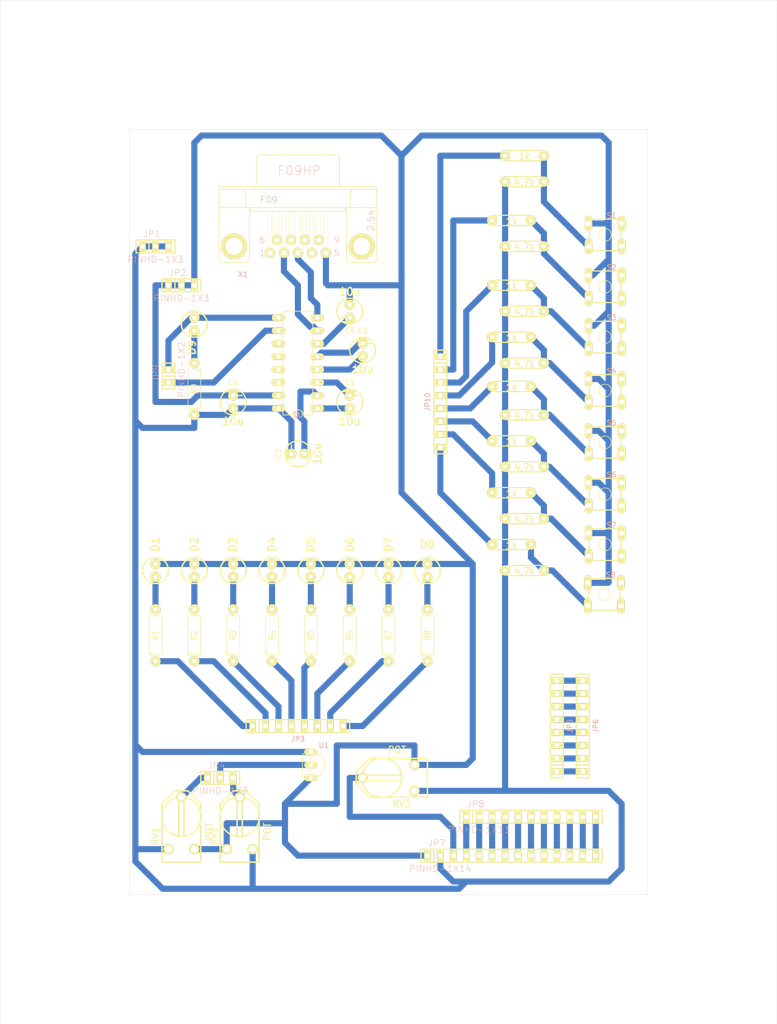
<source format=kicad_pcb>
(kicad_pcb (version 20171130) (host pcbnew "(5.1.6)-1")

  (general
    (thickness 1.6)
    (drawings 8)
    (tracks 251)
    (zones 0)
    (modules 63)
    (nets 95)
  )

  (page USLetter portrait)
  (layers
    (0 F.Cu signal)
    (31 B.Cu signal)
    (32 B.Adhes user hide)
    (33 F.Adhes user hide)
    (34 B.Paste user hide)
    (35 F.Paste user hide)
    (36 B.SilkS user hide)
    (37 F.SilkS user)
    (38 B.Mask user hide)
    (39 F.Mask user hide)
    (40 Dwgs.User user)
    (41 Cmts.User user hide)
    (42 Eco1.User user hide)
    (43 Eco2.User user hide)
    (44 Edge.Cuts user)
    (45 Margin user hide)
    (46 B.CrtYd user hide)
    (47 F.CrtYd user hide)
    (48 B.Fab user hide)
    (49 F.Fab user hide)
  )

  (setup
    (last_trace_width 1.2)
    (trace_clearance 0.508)
    (zone_clearance 0.508)
    (zone_45_only no)
    (trace_min 0.2)
    (via_size 0.889)
    (via_drill 0.508)
    (via_min_size 0.4)
    (via_min_drill 0.3)
    (uvia_size 0.3)
    (uvia_drill 0.1)
    (uvias_allowed no)
    (uvia_min_size 0.2)
    (uvia_min_drill 0.1)
    (edge_width 0.05)
    (segment_width 0.2)
    (pcb_text_width 0.3)
    (pcb_text_size 1.5 1.5)
    (mod_edge_width 0.12)
    (mod_text_size 1 1)
    (mod_text_width 0.15)
    (pad_size 1.524 1.524)
    (pad_drill 0.762)
    (pad_to_mask_clearance 0.05)
    (aux_axis_origin 0 0)
    (visible_elements 7FFFFFFF)
    (pcbplotparams
      (layerselection 0x00000_fffffffe)
      (usegerberextensions true)
      (usegerberattributes false)
      (usegerberadvancedattributes false)
      (creategerberjobfile false)
      (excludeedgelayer true)
      (linewidth 0.100000)
      (plotframeref false)
      (viasonmask false)
      (mode 1)
      (useauxorigin false)
      (hpglpennumber 1)
      (hpglpenspeed 20)
      (hpglpendiameter 15.000000)
      (psnegative false)
      (psa4output false)
      (plotreference false)
      (plotvalue false)
      (plotinvisibletext false)
      (padsonsilk true)
      (subtractmaskfromsilk false)
      (outputformat 1)
      (mirror false)
      (drillshape 0)
      (scaleselection 1)
      (outputdirectory "./"))
  )

  (net 0 "")
  (net 1 "Net-(C1-Pad1)")
  (net 2 "Net-(C1-Pad2)")
  (net 3 "Net-(C2-Pad1)")
  (net 4 "Net-(C2-Pad2)")
  (net 5 "Net-(C3-Pad1)")
  (net 6 GNDA)
  (net 7 "Net-(C4-Pad2)")
  (net 8 "Net-(D1-Pad2)")
  (net 9 "Net-(D2-Pad2)")
  (net 10 "Net-(D3-Pad2)")
  (net 11 "Net-(D4-Pad2)")
  (net 12 "Net-(D5-Pad2)")
  (net 13 "Net-(D6-Pad2)")
  (net 14 "Net-(D7-Pad2)")
  (net 15 "Net-(D8-Pad2)")
  (net 16 "Net-(D9-Pad1)")
  (net 17 "Net-(D9-Pad2)")
  (net 18 +5VA)
  (net 19 "Net-(JP3-Pad8)")
  (net 20 "Net-(JP3-Pad7)")
  (net 21 "Net-(JP3-Pad6)")
  (net 22 "Net-(JP3-Pad5)")
  (net 23 "Net-(JP3-Pad4)")
  (net 24 "Net-(JP3-Pad3)")
  (net 25 "Net-(JP3-Pad2)")
  (net 26 "Net-(JP3-Pad1)")
  (net 27 "Net-(JP4-Pad3)")
  (net 28 "Net-(JP4-Pad2)")
  (net 29 "Net-(JP4-Pad1)")
  (net 30 "Net-(JP5-Pad8)")
  (net 31 "Net-(JP5-Pad7)")
  (net 32 "Net-(JP5-Pad6)")
  (net 33 "Net-(JP5-Pad5)")
  (net 34 "Net-(JP5-Pad4)")
  (net 35 "Net-(JP5-Pad3)")
  (net 36 "Net-(JP5-Pad2)")
  (net 37 "Net-(JP5-Pad1)")
  (net 38 "Net-(JP7-Pad14)")
  (net 39 "Net-(JP7-Pad13)")
  (net 40 "Net-(JP7-Pad12)")
  (net 41 "Net-(JP7-Pad11)")
  (net 42 "Net-(JP7-Pad10)")
  (net 43 "Net-(JP7-Pad9)")
  (net 44 "Net-(JP7-Pad8)")
  (net 45 "Net-(JP7-Pad7)")
  (net 46 "Net-(JP7-Pad6)")
  (net 47 "Net-(JP7-Pad5)")
  (net 48 "Net-(JP7-Pad4)")
  (net 49 "Net-(JP7-Pad3)")
  (net 50 "Net-(JP9-Pad1)")
  (net 51 "Net-(JP10-Pad8)")
  (net 52 "Net-(JP10-Pad7)")
  (net 53 "Net-(JP10-Pad6)")
  (net 54 "Net-(JP10-Pad5)")
  (net 55 "Net-(JP10-Pad4)")
  (net 56 "Net-(JP10-Pad3)")
  (net 57 "Net-(JP10-Pad2)")
  (net 58 "Net-(JP10-Pad1)")
  (net 59 "Net-(R10-Pad2)")
  (net 60 "Net-(R11-Pad2)")
  (net 61 "Net-(R12-Pad2)")
  (net 62 "Net-(R13-Pad2)")
  (net 63 "Net-(R14-Pad2)")
  (net 64 "Net-(R15-Pad2)")
  (net 65 "Net-(R16-Pad2)")
  (net 66 "Net-(R17-Pad2)")
  (net 67 "Net-(S1-Pad4)")
  (net 68 "Net-(S1-Pad2)")
  (net 69 "Net-(S2-Pad4)")
  (net 70 "Net-(S2-Pad2)")
  (net 71 "Net-(S3-Pad4)")
  (net 72 "Net-(S3-Pad2)")
  (net 73 "Net-(S4-Pad4)")
  (net 74 "Net-(S4-Pad2)")
  (net 75 "Net-(S5-Pad4)")
  (net 76 "Net-(S5-Pad2)")
  (net 77 "Net-(S6-Pad4)")
  (net 78 "Net-(S6-Pad2)")
  (net 79 "Net-(S7-Pad4)")
  (net 80 "Net-(S7-Pad2)")
  (net 81 "Net-(S8-Pad4)")
  (net 82 "Net-(S8-Pad2)")
  (net 83 "Net-(U2-Pad14)")
  (net 84 "Net-(U2-Pad13)")
  (net 85 "Net-(U2-Pad12)")
  (net 86 "Net-(U2-Pad11)")
  (net 87 "Net-(U2-Pad8)")
  (net 88 "Net-(U2-Pad7)")
  (net 89 "Net-(X1-Pad9)")
  (net 90 "Net-(X1-Pad8)")
  (net 91 "Net-(X1-Pad7)")
  (net 92 "Net-(X1-Pad6)")
  (net 93 "Net-(X1-Pad4)")
  (net 94 "Net-(X1-Pad1)")

  (net_class Default "This is the default net class."
    (clearance 0.508)
    (trace_width 1.2)
    (via_dia 0.889)
    (via_drill 0.508)
    (uvia_dia 0.3)
    (uvia_drill 0.1)
    (diff_pair_width 0.254)
    (diff_pair_gap 0.25)
    (add_net +5VA)
    (add_net GNDA)
    (add_net "Net-(C1-Pad1)")
    (add_net "Net-(C1-Pad2)")
    (add_net "Net-(C2-Pad1)")
    (add_net "Net-(C2-Pad2)")
    (add_net "Net-(C3-Pad1)")
    (add_net "Net-(C4-Pad2)")
    (add_net "Net-(D1-Pad2)")
    (add_net "Net-(D2-Pad2)")
    (add_net "Net-(D3-Pad2)")
    (add_net "Net-(D4-Pad2)")
    (add_net "Net-(D5-Pad2)")
    (add_net "Net-(D6-Pad2)")
    (add_net "Net-(D7-Pad2)")
    (add_net "Net-(D8-Pad2)")
    (add_net "Net-(D9-Pad1)")
    (add_net "Net-(D9-Pad2)")
    (add_net "Net-(JP10-Pad1)")
    (add_net "Net-(JP10-Pad2)")
    (add_net "Net-(JP10-Pad3)")
    (add_net "Net-(JP10-Pad4)")
    (add_net "Net-(JP10-Pad5)")
    (add_net "Net-(JP10-Pad6)")
    (add_net "Net-(JP10-Pad7)")
    (add_net "Net-(JP10-Pad8)")
    (add_net "Net-(JP3-Pad1)")
    (add_net "Net-(JP3-Pad2)")
    (add_net "Net-(JP3-Pad3)")
    (add_net "Net-(JP3-Pad4)")
    (add_net "Net-(JP3-Pad5)")
    (add_net "Net-(JP3-Pad6)")
    (add_net "Net-(JP3-Pad7)")
    (add_net "Net-(JP3-Pad8)")
    (add_net "Net-(JP4-Pad1)")
    (add_net "Net-(JP4-Pad2)")
    (add_net "Net-(JP4-Pad3)")
    (add_net "Net-(JP5-Pad1)")
    (add_net "Net-(JP5-Pad2)")
    (add_net "Net-(JP5-Pad3)")
    (add_net "Net-(JP5-Pad4)")
    (add_net "Net-(JP5-Pad5)")
    (add_net "Net-(JP5-Pad6)")
    (add_net "Net-(JP5-Pad7)")
    (add_net "Net-(JP5-Pad8)")
    (add_net "Net-(JP7-Pad10)")
    (add_net "Net-(JP7-Pad11)")
    (add_net "Net-(JP7-Pad12)")
    (add_net "Net-(JP7-Pad13)")
    (add_net "Net-(JP7-Pad14)")
    (add_net "Net-(JP7-Pad3)")
    (add_net "Net-(JP7-Pad4)")
    (add_net "Net-(JP7-Pad5)")
    (add_net "Net-(JP7-Pad6)")
    (add_net "Net-(JP7-Pad7)")
    (add_net "Net-(JP7-Pad8)")
    (add_net "Net-(JP7-Pad9)")
    (add_net "Net-(JP9-Pad1)")
    (add_net "Net-(R10-Pad2)")
    (add_net "Net-(R11-Pad2)")
    (add_net "Net-(R12-Pad2)")
    (add_net "Net-(R13-Pad2)")
    (add_net "Net-(R14-Pad2)")
    (add_net "Net-(R15-Pad2)")
    (add_net "Net-(R16-Pad2)")
    (add_net "Net-(R17-Pad2)")
    (add_net "Net-(S1-Pad2)")
    (add_net "Net-(S1-Pad4)")
    (add_net "Net-(S2-Pad2)")
    (add_net "Net-(S2-Pad4)")
    (add_net "Net-(S3-Pad2)")
    (add_net "Net-(S3-Pad4)")
    (add_net "Net-(S4-Pad2)")
    (add_net "Net-(S4-Pad4)")
    (add_net "Net-(S5-Pad2)")
    (add_net "Net-(S5-Pad4)")
    (add_net "Net-(S6-Pad2)")
    (add_net "Net-(S6-Pad4)")
    (add_net "Net-(S7-Pad2)")
    (add_net "Net-(S7-Pad4)")
    (add_net "Net-(S8-Pad2)")
    (add_net "Net-(S8-Pad4)")
    (add_net "Net-(U2-Pad11)")
    (add_net "Net-(U2-Pad12)")
    (add_net "Net-(U2-Pad13)")
    (add_net "Net-(U2-Pad14)")
    (add_net "Net-(U2-Pad7)")
    (add_net "Net-(U2-Pad8)")
    (add_net "Net-(X1-Pad1)")
    (add_net "Net-(X1-Pad4)")
    (add_net "Net-(X1-Pad6)")
    (add_net "Net-(X1-Pad7)")
    (add_net "Net-(X1-Pad8)")
    (add_net "Net-(X1-Pad9)")
  )

  (module user:Capacitor_elect (layer F.Cu) (tedit 51C9C7BE) (tstamp 5F4F33F9)
    (at 93.98 104.14)
    (descr "Capacitor, pol, cyl 5x11mm")
    (path /5F5FFA6C)
    (fp_text reference C1 (at 0 -3.81) (layer F.SilkS)
      (effects (font (size 1 1) (thickness 0.15)))
    )
    (fp_text value 10u (at 0 3.81) (layer F.SilkS)
      (effects (font (size 1.524 1.524) (thickness 0.3048)))
    )
    (fp_circle (center 0 0) (end -2.54 0) (layer F.SilkS) (width 0.254))
    (fp_line (start -1.524 -2.032) (end 1.524 -2.032) (layer F.SilkS) (width 0.254))
    (fp_line (start -1.016 -2.159) (end 1.016 -2.159) (layer F.SilkS) (width 0.254))
    (fp_line (start -1.016 -2.286) (end -1.016 -2.159) (layer F.SilkS) (width 0.254))
    (fp_line (start 1.016 -2.286) (end -1.016 -2.286) (layer F.SilkS) (width 0.254))
    (fp_line (start 0.889 -1.27) (end 1.778 -1.27) (layer F.SilkS) (width 0.254))
    (pad 1 thru_hole circle (at 0 1.27) (size 1.99898 1.99898) (drill 0.8001) (layers *.Cu *.Mask F.SilkS)
      (net 1 "Net-(C1-Pad1)"))
    (pad 2 thru_hole circle (at 0 -1.27) (size 1.99898 1.99898) (drill 0.8001) (layers *.Cu *.Mask F.SilkS)
      (net 2 "Net-(C1-Pad2)"))
    (model discret/capacitor/cp_5x11mm.wrl
      (at (xyz 0 0 0))
      (scale (xyz 1 1 1))
      (rotate (xyz 0 0 0))
    )
  )

  (module user:Capacitor_elect (layer F.Cu) (tedit 51C9C7BE) (tstamp 5F4F3405)
    (at 96.52 93.98)
    (descr "Capacitor, pol, cyl 5x11mm")
    (path /5F5C5485)
    (fp_text reference C2 (at 0 -3.81) (layer F.SilkS)
      (effects (font (size 1 1) (thickness 0.15)))
    )
    (fp_text value 10u (at 0 3.81) (layer F.SilkS)
      (effects (font (size 1.524 1.524) (thickness 0.3048)))
    )
    (fp_line (start 0.889 -1.27) (end 1.778 -1.27) (layer F.SilkS) (width 0.254))
    (fp_line (start 1.016 -2.286) (end -1.016 -2.286) (layer F.SilkS) (width 0.254))
    (fp_line (start -1.016 -2.286) (end -1.016 -2.159) (layer F.SilkS) (width 0.254))
    (fp_line (start -1.016 -2.159) (end 1.016 -2.159) (layer F.SilkS) (width 0.254))
    (fp_line (start -1.524 -2.032) (end 1.524 -2.032) (layer F.SilkS) (width 0.254))
    (fp_circle (center 0 0) (end -2.54 0) (layer F.SilkS) (width 0.254))
    (pad 2 thru_hole circle (at 0 -1.27) (size 1.99898 1.99898) (drill 0.8001) (layers *.Cu *.Mask F.SilkS)
      (net 4 "Net-(C2-Pad2)"))
    (pad 1 thru_hole circle (at 0 1.27) (size 1.99898 1.99898) (drill 0.8001) (layers *.Cu *.Mask F.SilkS)
      (net 3 "Net-(C2-Pad1)"))
    (model discret/capacitor/cp_5x11mm.wrl
      (at (xyz 0 0 0))
      (scale (xyz 1 1 1))
      (rotate (xyz 0 0 0))
    )
  )

  (module user:Capacitor_elect (layer F.Cu) (tedit 51C9C7BE) (tstamp 5F4F3411)
    (at 83.82 114.3 90)
    (descr "Capacitor, pol, cyl 5x11mm")
    (path /5F60966C)
    (fp_text reference C3 (at 0 -3.81 90) (layer F.SilkS)
      (effects (font (size 1 1) (thickness 0.15)))
    )
    (fp_text value 10u (at 0 3.81 90) (layer F.SilkS)
      (effects (font (size 1.524 1.524) (thickness 0.3048)))
    )
    (fp_circle (center 0 0) (end -2.54 0) (layer F.SilkS) (width 0.254))
    (fp_line (start -1.524 -2.032) (end 1.524 -2.032) (layer F.SilkS) (width 0.254))
    (fp_line (start -1.016 -2.159) (end 1.016 -2.159) (layer F.SilkS) (width 0.254))
    (fp_line (start -1.016 -2.286) (end -1.016 -2.159) (layer F.SilkS) (width 0.254))
    (fp_line (start 1.016 -2.286) (end -1.016 -2.286) (layer F.SilkS) (width 0.254))
    (fp_line (start 0.889 -1.27) (end 1.778 -1.27) (layer F.SilkS) (width 0.254))
    (pad 1 thru_hole circle (at 0 1.27 90) (size 1.99898 1.99898) (drill 0.8001) (layers *.Cu *.Mask F.SilkS)
      (net 5 "Net-(C3-Pad1)"))
    (pad 2 thru_hole circle (at 0 -1.27 90) (size 1.99898 1.99898) (drill 0.8001) (layers *.Cu *.Mask F.SilkS)
      (net 18 +5VA))
    (model discret/capacitor/cp_5x11mm.wrl
      (at (xyz 0 0 0))
      (scale (xyz 1 1 1))
      (rotate (xyz 0 0 0))
    )
  )

  (module user:Capacitor_elect (layer F.Cu) (tedit 51C9C7BE) (tstamp 5F4F9990)
    (at 93.98 86.36 180)
    (descr "Capacitor, pol, cyl 5x11mm")
    (path /5F60E2F1)
    (fp_text reference C4 (at 0 -3.81) (layer F.SilkS)
      (effects (font (size 1 1) (thickness 0.15)))
    )
    (fp_text value 10u (at 0 3.81) (layer F.SilkS)
      (effects (font (size 1.524 1.524) (thickness 0.3048)))
    )
    (fp_line (start 0.889 -1.27) (end 1.778 -1.27) (layer F.SilkS) (width 0.254))
    (fp_line (start 1.016 -2.286) (end -1.016 -2.286) (layer F.SilkS) (width 0.254))
    (fp_line (start -1.016 -2.286) (end -1.016 -2.159) (layer F.SilkS) (width 0.254))
    (fp_line (start -1.016 -2.159) (end 1.016 -2.159) (layer F.SilkS) (width 0.254))
    (fp_line (start -1.524 -2.032) (end 1.524 -2.032) (layer F.SilkS) (width 0.254))
    (fp_circle (center 0 0) (end -2.54 0) (layer F.SilkS) (width 0.254))
    (pad 2 thru_hole circle (at 0 -1.27 180) (size 1.99898 1.99898) (drill 0.8001) (layers *.Cu *.Mask F.SilkS)
      (net 7 "Net-(C4-Pad2)"))
    (pad 1 thru_hole circle (at 0 1.27 180) (size 1.99898 1.99898) (drill 0.8001) (layers *.Cu *.Mask F.SilkS)
      (net 6 GNDA))
    (model discret/capacitor/cp_5x11mm.wrl
      (at (xyz 0 0 0))
      (scale (xyz 1 1 1))
      (rotate (xyz 0 0 0))
    )
  )

  (module user:Capacitor_elect (layer F.Cu) (tedit 51C9C7BE) (tstamp 5F4F3429)
    (at 71.12 104.14)
    (descr "Capacitor, pol, cyl 5x11mm")
    (path /5F6048DE)
    (fp_text reference C5 (at 0 -3.81) (layer F.SilkS)
      (effects (font (size 1 1) (thickness 0.15)))
    )
    (fp_text value 10u (at 0 3.81) (layer F.SilkS)
      (effects (font (size 1.524 1.524) (thickness 0.3048)))
    )
    (fp_circle (center 0 0) (end -2.54 0) (layer F.SilkS) (width 0.254))
    (fp_line (start -1.524 -2.032) (end 1.524 -2.032) (layer F.SilkS) (width 0.254))
    (fp_line (start -1.016 -2.159) (end 1.016 -2.159) (layer F.SilkS) (width 0.254))
    (fp_line (start -1.016 -2.286) (end -1.016 -2.159) (layer F.SilkS) (width 0.254))
    (fp_line (start 1.016 -2.286) (end -1.016 -2.286) (layer F.SilkS) (width 0.254))
    (fp_line (start 0.889 -1.27) (end 1.778 -1.27) (layer F.SilkS) (width 0.254))
    (pad 1 thru_hole circle (at 0 1.27) (size 1.99898 1.99898) (drill 0.8001) (layers *.Cu *.Mask F.SilkS)
      (net 18 +5VA))
    (pad 2 thru_hole circle (at 0 -1.27) (size 1.99898 1.99898) (drill 0.8001) (layers *.Cu *.Mask F.SilkS)
      (net 6 GNDA))
    (model discret/capacitor/cp_5x11mm.wrl
      (at (xyz 0 0 0))
      (scale (xyz 1 1 1))
      (rotate (xyz 0 0 0))
    )
  )

  (module user:Led (layer F.Cu) (tedit 51C9C4D1) (tstamp 5F4F3433)
    (at 55.88 137.16 270)
    (descr "Led verticale diam 6mm")
    (tags "LED DEV")
    (path /5F47595C)
    (fp_text reference D1 (at -5.08 0 90) (layer F.SilkS)
      (effects (font (size 1.524 1.524) (thickness 0.3048)))
    )
    (fp_text value LED (at 0 -3.81 90) (layer F.SilkS) hide
      (effects (font (size 1.524 1.524) (thickness 0.3048)))
    )
    (fp_line (start 1.905 0.635) (end 2.54 0.635) (layer F.SilkS) (width 0.3048))
    (fp_line (start 1.905 -0.635) (end 1.905 0.635) (layer F.SilkS) (width 0.3048))
    (fp_line (start 2.54 -0.635) (end 1.905 -0.635) (layer F.SilkS) (width 0.3048))
    (fp_circle (center 0 0) (end -2.54 0) (layer F.SilkS) (width 0.3048))
    (pad 1 thru_hole circle (at -1.27 0 270) (size 2.032 2.032) (drill 0.8128) (layers *.Cu *.Mask F.SilkS)
      (net 6 GNDA))
    (pad 2 thru_hole circle (at 1.27 0 270) (size 2.032 2.032) (drill 0.8128) (layers *.Cu *.Mask F.SilkS)
      (net 8 "Net-(D1-Pad2)"))
    (model discret/led5_vertical.wrl
      (at (xyz 0 0 0))
      (scale (xyz 1 1 1))
      (rotate (xyz 0 0 0))
    )
  )

  (module user:Led (layer F.Cu) (tedit 51C9C4D1) (tstamp 5F4F343D)
    (at 63.5 137.16 270)
    (descr "Led verticale diam 6mm")
    (tags "LED DEV")
    (path /5F4771D1)
    (fp_text reference D2 (at -5.08 0 90) (layer F.SilkS)
      (effects (font (size 1.524 1.524) (thickness 0.3048)))
    )
    (fp_text value LED (at 0 -3.81 90) (layer F.SilkS) hide
      (effects (font (size 1.524 1.524) (thickness 0.3048)))
    )
    (fp_circle (center 0 0) (end -2.54 0) (layer F.SilkS) (width 0.3048))
    (fp_line (start 2.54 -0.635) (end 1.905 -0.635) (layer F.SilkS) (width 0.3048))
    (fp_line (start 1.905 -0.635) (end 1.905 0.635) (layer F.SilkS) (width 0.3048))
    (fp_line (start 1.905 0.635) (end 2.54 0.635) (layer F.SilkS) (width 0.3048))
    (pad 2 thru_hole circle (at 1.27 0 270) (size 2.032 2.032) (drill 0.8128) (layers *.Cu *.Mask F.SilkS)
      (net 9 "Net-(D2-Pad2)"))
    (pad 1 thru_hole circle (at -1.27 0 270) (size 2.032 2.032) (drill 0.8128) (layers *.Cu *.Mask F.SilkS)
      (net 6 GNDA))
    (model discret/led5_vertical.wrl
      (at (xyz 0 0 0))
      (scale (xyz 1 1 1))
      (rotate (xyz 0 0 0))
    )
  )

  (module user:Led (layer F.Cu) (tedit 51C9C4D1) (tstamp 5F4F3447)
    (at 71.12 137.16 270)
    (descr "Led verticale diam 6mm")
    (tags "LED DEV")
    (path /5F4776FA)
    (fp_text reference D3 (at -5.08 0 90) (layer F.SilkS)
      (effects (font (size 1.524 1.524) (thickness 0.3048)))
    )
    (fp_text value LED (at 0 -3.81 90) (layer F.SilkS) hide
      (effects (font (size 1.524 1.524) (thickness 0.3048)))
    )
    (fp_line (start 1.905 0.635) (end 2.54 0.635) (layer F.SilkS) (width 0.3048))
    (fp_line (start 1.905 -0.635) (end 1.905 0.635) (layer F.SilkS) (width 0.3048))
    (fp_line (start 2.54 -0.635) (end 1.905 -0.635) (layer F.SilkS) (width 0.3048))
    (fp_circle (center 0 0) (end -2.54 0) (layer F.SilkS) (width 0.3048))
    (pad 1 thru_hole circle (at -1.27 0 270) (size 2.032 2.032) (drill 0.8128) (layers *.Cu *.Mask F.SilkS)
      (net 6 GNDA))
    (pad 2 thru_hole circle (at 1.27 0 270) (size 2.032 2.032) (drill 0.8128) (layers *.Cu *.Mask F.SilkS)
      (net 10 "Net-(D3-Pad2)"))
    (model discret/led5_vertical.wrl
      (at (xyz 0 0 0))
      (scale (xyz 1 1 1))
      (rotate (xyz 0 0 0))
    )
  )

  (module user:Led (layer F.Cu) (tedit 51C9C4D1) (tstamp 5F4F3451)
    (at 78.74 137.16 270)
    (descr "Led verticale diam 6mm")
    (tags "LED DEV")
    (path /5F477C53)
    (fp_text reference D4 (at -5.08 0 90) (layer F.SilkS)
      (effects (font (size 1.524 1.524) (thickness 0.3048)))
    )
    (fp_text value LED (at 0 -3.81 90) (layer F.SilkS) hide
      (effects (font (size 1.524 1.524) (thickness 0.3048)))
    )
    (fp_circle (center 0 0) (end -2.54 0) (layer F.SilkS) (width 0.3048))
    (fp_line (start 2.54 -0.635) (end 1.905 -0.635) (layer F.SilkS) (width 0.3048))
    (fp_line (start 1.905 -0.635) (end 1.905 0.635) (layer F.SilkS) (width 0.3048))
    (fp_line (start 1.905 0.635) (end 2.54 0.635) (layer F.SilkS) (width 0.3048))
    (pad 2 thru_hole circle (at 1.27 0 270) (size 2.032 2.032) (drill 0.8128) (layers *.Cu *.Mask F.SilkS)
      (net 11 "Net-(D4-Pad2)"))
    (pad 1 thru_hole circle (at -1.27 0 270) (size 2.032 2.032) (drill 0.8128) (layers *.Cu *.Mask F.SilkS)
      (net 6 GNDA))
    (model discret/led5_vertical.wrl
      (at (xyz 0 0 0))
      (scale (xyz 1 1 1))
      (rotate (xyz 0 0 0))
    )
  )

  (module user:Led (layer F.Cu) (tedit 51C9C4D1) (tstamp 5F4F345B)
    (at 86.36 137.16 270)
    (descr "Led verticale diam 6mm")
    (tags "LED DEV")
    (path /5F4780FA)
    (fp_text reference D5 (at -5.08 0 90) (layer F.SilkS)
      (effects (font (size 1.524 1.524) (thickness 0.3048)))
    )
    (fp_text value LED (at 0 -3.81 90) (layer F.SilkS) hide
      (effects (font (size 1.524 1.524) (thickness 0.3048)))
    )
    (fp_circle (center 0 0) (end -2.54 0) (layer F.SilkS) (width 0.3048))
    (fp_line (start 2.54 -0.635) (end 1.905 -0.635) (layer F.SilkS) (width 0.3048))
    (fp_line (start 1.905 -0.635) (end 1.905 0.635) (layer F.SilkS) (width 0.3048))
    (fp_line (start 1.905 0.635) (end 2.54 0.635) (layer F.SilkS) (width 0.3048))
    (pad 2 thru_hole circle (at 1.27 0 270) (size 2.032 2.032) (drill 0.8128) (layers *.Cu *.Mask F.SilkS)
      (net 12 "Net-(D5-Pad2)"))
    (pad 1 thru_hole circle (at -1.27 0 270) (size 2.032 2.032) (drill 0.8128) (layers *.Cu *.Mask F.SilkS)
      (net 6 GNDA))
    (model discret/led5_vertical.wrl
      (at (xyz 0 0 0))
      (scale (xyz 1 1 1))
      (rotate (xyz 0 0 0))
    )
  )

  (module user:Led (layer F.Cu) (tedit 51C9C4D1) (tstamp 5F4F3465)
    (at 93.98 137.16 270)
    (descr "Led verticale diam 6mm")
    (tags "LED DEV")
    (path /5F47AF3E)
    (fp_text reference D6 (at -5.08 0 90) (layer F.SilkS)
      (effects (font (size 1.524 1.524) (thickness 0.3048)))
    )
    (fp_text value LED (at 0 -3.81 90) (layer F.SilkS) hide
      (effects (font (size 1.524 1.524) (thickness 0.3048)))
    )
    (fp_line (start 1.905 0.635) (end 2.54 0.635) (layer F.SilkS) (width 0.3048))
    (fp_line (start 1.905 -0.635) (end 1.905 0.635) (layer F.SilkS) (width 0.3048))
    (fp_line (start 2.54 -0.635) (end 1.905 -0.635) (layer F.SilkS) (width 0.3048))
    (fp_circle (center 0 0) (end -2.54 0) (layer F.SilkS) (width 0.3048))
    (pad 1 thru_hole circle (at -1.27 0 270) (size 2.032 2.032) (drill 0.8128) (layers *.Cu *.Mask F.SilkS)
      (net 6 GNDA))
    (pad 2 thru_hole circle (at 1.27 0 270) (size 2.032 2.032) (drill 0.8128) (layers *.Cu *.Mask F.SilkS)
      (net 13 "Net-(D6-Pad2)"))
    (model discret/led5_vertical.wrl
      (at (xyz 0 0 0))
      (scale (xyz 1 1 1))
      (rotate (xyz 0 0 0))
    )
  )

  (module user:Led (layer F.Cu) (tedit 51C9C4D1) (tstamp 5F4F9466)
    (at 101.6 137.16 270)
    (descr "Led verticale diam 6mm")
    (tags "LED DEV")
    (path /5F47AF44)
    (fp_text reference D7 (at -5.08 0 90) (layer F.SilkS)
      (effects (font (size 1.524 1.524) (thickness 0.3048)))
    )
    (fp_text value LED (at 0 -3.81 90) (layer F.SilkS) hide
      (effects (font (size 1.524 1.524) (thickness 0.3048)))
    )
    (fp_circle (center 0 0) (end -2.54 0) (layer F.SilkS) (width 0.3048))
    (fp_line (start 2.54 -0.635) (end 1.905 -0.635) (layer F.SilkS) (width 0.3048))
    (fp_line (start 1.905 -0.635) (end 1.905 0.635) (layer F.SilkS) (width 0.3048))
    (fp_line (start 1.905 0.635) (end 2.54 0.635) (layer F.SilkS) (width 0.3048))
    (pad 2 thru_hole circle (at 1.27 0 270) (size 2.032 2.032) (drill 0.8128) (layers *.Cu *.Mask F.SilkS)
      (net 14 "Net-(D7-Pad2)"))
    (pad 1 thru_hole circle (at -1.27 0 270) (size 2.032 2.032) (drill 0.8128) (layers *.Cu *.Mask F.SilkS)
      (net 6 GNDA))
    (model discret/led5_vertical.wrl
      (at (xyz 0 0 0))
      (scale (xyz 1 1 1))
      (rotate (xyz 0 0 0))
    )
  )

  (module user:Led (layer F.Cu) (tedit 51C9C4D1) (tstamp 5F4F3479)
    (at 109.22 137.16 270)
    (descr "Led verticale diam 6mm")
    (tags "LED DEV")
    (path /5F47AF4A)
    (fp_text reference D8 (at -5.08 0 180) (layer F.SilkS)
      (effects (font (size 1.524 1.524) (thickness 0.3048)))
    )
    (fp_text value LED (at 0 -3.81 90) (layer F.SilkS) hide
      (effects (font (size 1.524 1.524) (thickness 0.3048)))
    )
    (fp_line (start 1.905 0.635) (end 2.54 0.635) (layer F.SilkS) (width 0.3048))
    (fp_line (start 1.905 -0.635) (end 1.905 0.635) (layer F.SilkS) (width 0.3048))
    (fp_line (start 2.54 -0.635) (end 1.905 -0.635) (layer F.SilkS) (width 0.3048))
    (fp_circle (center 0 0) (end -2.54 0) (layer F.SilkS) (width 0.3048))
    (pad 1 thru_hole circle (at -1.27 0 270) (size 2.032 2.032) (drill 0.8128) (layers *.Cu *.Mask F.SilkS)
      (net 6 GNDA))
    (pad 2 thru_hole circle (at 1.27 0 270) (size 2.032 2.032) (drill 0.8128) (layers *.Cu *.Mask F.SilkS)
      (net 15 "Net-(D8-Pad2)"))
    (model discret/led5_vertical.wrl
      (at (xyz 0 0 0))
      (scale (xyz 1 1 1))
      (rotate (xyz 0 0 0))
    )
  )

  (module user:Led (layer F.Cu) (tedit 51C9C4D1) (tstamp 5F4F94E5)
    (at 63.5 88.9 270)
    (descr "Led verticale diam 6mm")
    (tags "LED DEV")
    (path /5F4EE6F3)
    (fp_text reference D9 (at 4.582401 0.527599 90) (layer F.SilkS)
      (effects (font (size 1.524 1.524) (thickness 0.3048)))
    )
    (fp_text value LED (at 0 -3.81 90) (layer F.SilkS) hide
      (effects (font (size 1.524 1.524) (thickness 0.3048)))
    )
    (fp_line (start 1.905 0.635) (end 2.54 0.635) (layer F.SilkS) (width 0.3048))
    (fp_line (start 1.905 -0.635) (end 1.905 0.635) (layer F.SilkS) (width 0.3048))
    (fp_line (start 2.54 -0.635) (end 1.905 -0.635) (layer F.SilkS) (width 0.3048))
    (fp_circle (center 0 0) (end -2.54 0) (layer F.SilkS) (width 0.3048))
    (pad 1 thru_hole circle (at -1.27 0 270) (size 2.032 2.032) (drill 0.8128) (layers *.Cu *.Mask F.SilkS)
      (net 16 "Net-(D9-Pad1)"))
    (pad 2 thru_hole circle (at 1.27 0 270) (size 2.032 2.032) (drill 0.8128) (layers *.Cu *.Mask F.SilkS)
      (net 17 "Net-(D9-Pad2)"))
    (model discret/led5_vertical.wrl
      (at (xyz 0 0 0))
      (scale (xyz 1 1 1))
      (rotate (xyz 0 0 0))
    )
  )

  (module user:pinhead-1X03 (layer F.Cu) (tedit 51E43B5B) (tstamp 5F4F349D)
    (at 55.88 73.66)
    (descr "PIN HEADER - 0.1\"")
    (tags "PIN HEADER - 0.1\"")
    (path /5F46FE14)
    (attr virtual)
    (fp_text reference JP1 (at -0.7112 -2.4638) (layer B.SilkS)
      (effects (font (size 1.27 1.27) (thickness 0.0889)))
    )
    (fp_text value PINHD-1X3 (at 0 2.54) (layer B.SilkS)
      (effects (font (size 1.27 1.27) (thickness 0.0889)))
    )
    (fp_line (start -0.254 0.254) (end 0.254 0.254) (layer F.SilkS) (width 0.06604))
    (fp_line (start 0.254 0.254) (end 0.254 -0.254) (layer F.SilkS) (width 0.06604))
    (fp_line (start -0.254 -0.254) (end 0.254 -0.254) (layer F.SilkS) (width 0.06604))
    (fp_line (start -0.254 0.254) (end -0.254 -0.254) (layer F.SilkS) (width 0.06604))
    (fp_line (start -2.794 0.254) (end -2.286 0.254) (layer F.SilkS) (width 0.06604))
    (fp_line (start -2.286 0.254) (end -2.286 -0.254) (layer F.SilkS) (width 0.06604))
    (fp_line (start -2.794 -0.254) (end -2.286 -0.254) (layer F.SilkS) (width 0.06604))
    (fp_line (start -2.794 0.254) (end -2.794 -0.254) (layer F.SilkS) (width 0.06604))
    (fp_line (start 2.286 0.254) (end 2.794 0.254) (layer F.SilkS) (width 0.06604))
    (fp_line (start 2.794 0.254) (end 2.794 -0.254) (layer F.SilkS) (width 0.06604))
    (fp_line (start 2.286 -0.254) (end 2.794 -0.254) (layer F.SilkS) (width 0.06604))
    (fp_line (start 2.286 0.254) (end 2.286 -0.254) (layer F.SilkS) (width 0.06604))
    (fp_line (start -3.81 -1.27) (end -3.81 1.27) (layer F.SilkS) (width 0.254))
    (fp_line (start -3.81 -1.27) (end -1.27 -1.27) (layer F.SilkS) (width 0.254))
    (fp_line (start -1.27 -1.27) (end 3.81 -1.27) (layer F.SilkS) (width 0.254))
    (fp_line (start 3.81 -1.27) (end 3.81 1.27) (layer F.SilkS) (width 0.254))
    (fp_line (start 3.81 1.27) (end -3.81 1.27) (layer F.SilkS) (width 0.254))
    (fp_line (start -1.27 -1.27) (end -1.27 1.27) (layer F.SilkS) (width 0.254))
    (pad 1 thru_hole rect (at -2.54 0) (size 1.524 0) (drill 1.016) (layers *.Cu F.Paste F.SilkS F.Mask)
      (net 18 +5VA))
    (pad 1 thru_hole oval (at -2.54 0) (size 1.3208 2.6416) (drill 0.889) (layers *.Cu *.Mask F.SilkS)
      (net 18 +5VA))
    (pad 2 thru_hole oval (at 0 0) (size 1.3208 2.6416) (drill 0.889) (layers *.Cu *.Mask F.SilkS)
      (net 18 +5VA))
    (pad 3 thru_hole oval (at 2.54 0) (size 1.3208 2.6416) (drill 0.889) (layers *.Cu *.Mask F.SilkS)
      (net 18 +5VA))
  )

  (module user:pinhead-1X03 (layer F.Cu) (tedit 51E43B5B) (tstamp 5F4F34B7)
    (at 60.96 81.28)
    (descr "PIN HEADER - 0.1\"")
    (tags "PIN HEADER - 0.1\"")
    (path /5F47091F)
    (attr virtual)
    (fp_text reference JP2 (at -0.7112 -2.4638) (layer B.SilkS)
      (effects (font (size 1.27 1.27) (thickness 0.0889)))
    )
    (fp_text value PINHD-1X3 (at 0 2.54) (layer B.SilkS)
      (effects (font (size 1.27 1.27) (thickness 0.0889)))
    )
    (fp_line (start -1.27 -1.27) (end -1.27 1.27) (layer F.SilkS) (width 0.254))
    (fp_line (start 3.81 1.27) (end -3.81 1.27) (layer F.SilkS) (width 0.254))
    (fp_line (start 3.81 -1.27) (end 3.81 1.27) (layer F.SilkS) (width 0.254))
    (fp_line (start -1.27 -1.27) (end 3.81 -1.27) (layer F.SilkS) (width 0.254))
    (fp_line (start -3.81 -1.27) (end -1.27 -1.27) (layer F.SilkS) (width 0.254))
    (fp_line (start -3.81 -1.27) (end -3.81 1.27) (layer F.SilkS) (width 0.254))
    (fp_line (start 2.286 0.254) (end 2.286 -0.254) (layer F.SilkS) (width 0.06604))
    (fp_line (start 2.286 -0.254) (end 2.794 -0.254) (layer F.SilkS) (width 0.06604))
    (fp_line (start 2.794 0.254) (end 2.794 -0.254) (layer F.SilkS) (width 0.06604))
    (fp_line (start 2.286 0.254) (end 2.794 0.254) (layer F.SilkS) (width 0.06604))
    (fp_line (start -2.794 0.254) (end -2.794 -0.254) (layer F.SilkS) (width 0.06604))
    (fp_line (start -2.794 -0.254) (end -2.286 -0.254) (layer F.SilkS) (width 0.06604))
    (fp_line (start -2.286 0.254) (end -2.286 -0.254) (layer F.SilkS) (width 0.06604))
    (fp_line (start -2.794 0.254) (end -2.286 0.254) (layer F.SilkS) (width 0.06604))
    (fp_line (start -0.254 0.254) (end -0.254 -0.254) (layer F.SilkS) (width 0.06604))
    (fp_line (start -0.254 -0.254) (end 0.254 -0.254) (layer F.SilkS) (width 0.06604))
    (fp_line (start 0.254 0.254) (end 0.254 -0.254) (layer F.SilkS) (width 0.06604))
    (fp_line (start -0.254 0.254) (end 0.254 0.254) (layer F.SilkS) (width 0.06604))
    (pad 3 thru_hole oval (at 2.54 0) (size 1.3208 2.6416) (drill 0.889) (layers *.Cu *.Mask F.SilkS)
      (net 6 GNDA))
    (pad 2 thru_hole oval (at 0 0) (size 1.3208 2.6416) (drill 0.889) (layers *.Cu *.Mask F.SilkS)
      (net 6 GNDA))
    (pad 1 thru_hole oval (at -2.54 0) (size 1.3208 2.6416) (drill 0.889) (layers *.Cu *.Mask F.SilkS)
      (net 6 GNDA))
    (pad 1 thru_hole rect (at -2.54 0) (size 1.524 0) (drill 1.016) (layers *.Cu F.Paste F.SilkS F.Mask)
      (net 6 GNDA))
  )

  (module user:pinhead-1X08 (layer F.Cu) (tedit 51E43B04) (tstamp 5F4F34EA)
    (at 83.82 167.64)
    (descr "PIN HEADER - 0.1\"")
    (tags "PIN HEADER - 0.1\"")
    (path /5F488DE5)
    (attr virtual)
    (fp_text reference JP3 (at 0 2.54) (layer B.SilkS)
      (effects (font (size 1 1) (thickness 0.15)))
    )
    (fp_text value PINHD-1X8 (at -6.35 2.54) (layer B.SilkS) hide
      (effects (font (size 1.27 1.27) (thickness 0.0889)))
    )
    (fp_line (start 6.096 0.254) (end 6.604 0.254) (layer F.SilkS) (width 0.06604))
    (fp_line (start 6.604 0.254) (end 6.604 -0.254) (layer F.SilkS) (width 0.06604))
    (fp_line (start 6.096 -0.254) (end 6.604 -0.254) (layer F.SilkS) (width 0.06604))
    (fp_line (start 6.096 0.254) (end 6.096 -0.254) (layer F.SilkS) (width 0.06604))
    (fp_line (start 3.556 0.254) (end 4.064 0.254) (layer F.SilkS) (width 0.06604))
    (fp_line (start 4.064 0.254) (end 4.064 -0.254) (layer F.SilkS) (width 0.06604))
    (fp_line (start 3.556 -0.254) (end 4.064 -0.254) (layer F.SilkS) (width 0.06604))
    (fp_line (start 3.556 0.254) (end 3.556 -0.254) (layer F.SilkS) (width 0.06604))
    (fp_line (start 1.016 0.254) (end 1.524 0.254) (layer F.SilkS) (width 0.06604))
    (fp_line (start 1.524 0.254) (end 1.524 -0.254) (layer F.SilkS) (width 0.06604))
    (fp_line (start 1.016 -0.254) (end 1.524 -0.254) (layer F.SilkS) (width 0.06604))
    (fp_line (start 1.016 0.254) (end 1.016 -0.254) (layer F.SilkS) (width 0.06604))
    (fp_line (start -1.524 0.254) (end -1.016 0.254) (layer F.SilkS) (width 0.06604))
    (fp_line (start -1.016 0.254) (end -1.016 -0.254) (layer F.SilkS) (width 0.06604))
    (fp_line (start -1.524 -0.254) (end -1.016 -0.254) (layer F.SilkS) (width 0.06604))
    (fp_line (start -1.524 0.254) (end -1.524 -0.254) (layer F.SilkS) (width 0.06604))
    (fp_line (start -4.064 0.254) (end -3.556 0.254) (layer F.SilkS) (width 0.06604))
    (fp_line (start -3.556 0.254) (end -3.556 -0.254) (layer F.SilkS) (width 0.06604))
    (fp_line (start -4.064 -0.254) (end -3.556 -0.254) (layer F.SilkS) (width 0.06604))
    (fp_line (start -4.064 0.254) (end -4.064 -0.254) (layer F.SilkS) (width 0.06604))
    (fp_line (start -6.604 0.254) (end -6.096 0.254) (layer F.SilkS) (width 0.06604))
    (fp_line (start -6.096 0.254) (end -6.096 -0.254) (layer F.SilkS) (width 0.06604))
    (fp_line (start -6.604 -0.254) (end -6.096 -0.254) (layer F.SilkS) (width 0.06604))
    (fp_line (start -6.604 0.254) (end -6.604 -0.254) (layer F.SilkS) (width 0.06604))
    (fp_line (start -9.144 0.254) (end -8.636 0.254) (layer F.SilkS) (width 0.06604))
    (fp_line (start -8.636 0.254) (end -8.636 -0.254) (layer F.SilkS) (width 0.06604))
    (fp_line (start -9.144 -0.254) (end -8.636 -0.254) (layer F.SilkS) (width 0.06604))
    (fp_line (start -9.144 0.254) (end -9.144 -0.254) (layer F.SilkS) (width 0.06604))
    (fp_line (start 8.636 0.254) (end 9.144 0.254) (layer F.SilkS) (width 0.06604))
    (fp_line (start 9.144 0.254) (end 9.144 -0.254) (layer F.SilkS) (width 0.06604))
    (fp_line (start 8.636 -0.254) (end 9.144 -0.254) (layer F.SilkS) (width 0.06604))
    (fp_line (start 8.636 0.254) (end 8.636 -0.254) (layer F.SilkS) (width 0.06604))
    (fp_line (start -10.16 -1.27) (end -10.16 1.27) (layer F.SilkS) (width 0.254))
    (fp_line (start 10.16 -1.27) (end 10.16 1.27) (layer F.SilkS) (width 0.254))
    (fp_line (start -10.16 -1.27) (end -7.62 -1.27) (layer F.SilkS) (width 0.254))
    (fp_line (start -7.62 -1.27) (end 10.16 -1.27) (layer F.SilkS) (width 0.254))
    (fp_line (start 10.16 1.27) (end -10.16 1.27) (layer F.SilkS) (width 0.254))
    (fp_line (start -7.62 -1.27) (end -7.62 1.27) (layer F.SilkS) (width 0.254))
    (pad 1 thru_hole rect (at -8.89 0) (size 1.524 0) (drill 1.016) (layers *.Cu F.Paste F.SilkS F.Mask)
      (net 26 "Net-(JP3-Pad1)"))
    (pad 1 thru_hole oval (at -8.89 0) (size 1.3208 2.6416) (drill 0.889) (layers *.Cu *.Mask F.SilkS)
      (net 26 "Net-(JP3-Pad1)"))
    (pad 2 thru_hole oval (at -6.35 0) (size 1.3208 2.6416) (drill 0.889) (layers *.Cu *.Mask F.SilkS)
      (net 25 "Net-(JP3-Pad2)"))
    (pad 3 thru_hole oval (at -3.81 0) (size 1.3208 2.6416) (drill 0.889) (layers *.Cu *.Mask F.SilkS)
      (net 24 "Net-(JP3-Pad3)"))
    (pad 4 thru_hole oval (at -1.27 0) (size 1.3208 2.6416) (drill 0.889) (layers *.Cu *.Mask F.SilkS)
      (net 23 "Net-(JP3-Pad4)"))
    (pad 5 thru_hole oval (at 1.27 0) (size 1.3208 2.6416) (drill 0.889) (layers *.Cu *.Mask F.SilkS)
      (net 22 "Net-(JP3-Pad5)"))
    (pad 6 thru_hole oval (at 3.81 0) (size 1.3208 2.6416) (drill 0.889) (layers *.Cu *.Mask F.SilkS)
      (net 21 "Net-(JP3-Pad6)"))
    (pad 7 thru_hole oval (at 6.35 0) (size 1.3208 2.6416) (drill 0.889) (layers *.Cu *.Mask F.SilkS)
      (net 20 "Net-(JP3-Pad7)"))
    (pad 8 thru_hole oval (at 8.89 0) (size 1.3208 2.6416) (drill 0.889) (layers *.Cu *.Mask F.SilkS)
      (net 19 "Net-(JP3-Pad8)"))
  )

  (module user:pinhead-1X03 (layer F.Cu) (tedit 51E43B5B) (tstamp 5F4F3504)
    (at 68.58 177.8)
    (descr "PIN HEADER - 0.1\"")
    (tags "PIN HEADER - 0.1\"")
    (path /5F45BFE7)
    (attr virtual)
    (fp_text reference JP4 (at -0.7112 -2.4638) (layer B.SilkS)
      (effects (font (size 1.27 1.27) (thickness 0.0889)))
    )
    (fp_text value PINHD-1X3 (at 0 2.54) (layer B.SilkS)
      (effects (font (size 1.27 1.27) (thickness 0.0889)))
    )
    (fp_line (start -1.27 -1.27) (end -1.27 1.27) (layer F.SilkS) (width 0.254))
    (fp_line (start 3.81 1.27) (end -3.81 1.27) (layer F.SilkS) (width 0.254))
    (fp_line (start 3.81 -1.27) (end 3.81 1.27) (layer F.SilkS) (width 0.254))
    (fp_line (start -1.27 -1.27) (end 3.81 -1.27) (layer F.SilkS) (width 0.254))
    (fp_line (start -3.81 -1.27) (end -1.27 -1.27) (layer F.SilkS) (width 0.254))
    (fp_line (start -3.81 -1.27) (end -3.81 1.27) (layer F.SilkS) (width 0.254))
    (fp_line (start 2.286 0.254) (end 2.286 -0.254) (layer F.SilkS) (width 0.06604))
    (fp_line (start 2.286 -0.254) (end 2.794 -0.254) (layer F.SilkS) (width 0.06604))
    (fp_line (start 2.794 0.254) (end 2.794 -0.254) (layer F.SilkS) (width 0.06604))
    (fp_line (start 2.286 0.254) (end 2.794 0.254) (layer F.SilkS) (width 0.06604))
    (fp_line (start -2.794 0.254) (end -2.794 -0.254) (layer F.SilkS) (width 0.06604))
    (fp_line (start -2.794 -0.254) (end -2.286 -0.254) (layer F.SilkS) (width 0.06604))
    (fp_line (start -2.286 0.254) (end -2.286 -0.254) (layer F.SilkS) (width 0.06604))
    (fp_line (start -2.794 0.254) (end -2.286 0.254) (layer F.SilkS) (width 0.06604))
    (fp_line (start -0.254 0.254) (end -0.254 -0.254) (layer F.SilkS) (width 0.06604))
    (fp_line (start -0.254 -0.254) (end 0.254 -0.254) (layer F.SilkS) (width 0.06604))
    (fp_line (start 0.254 0.254) (end 0.254 -0.254) (layer F.SilkS) (width 0.06604))
    (fp_line (start -0.254 0.254) (end 0.254 0.254) (layer F.SilkS) (width 0.06604))
    (pad 3 thru_hole oval (at 2.54 0) (size 1.3208 2.6416) (drill 0.889) (layers *.Cu *.Mask F.SilkS)
      (net 27 "Net-(JP4-Pad3)"))
    (pad 2 thru_hole oval (at 0 0) (size 1.3208 2.6416) (drill 0.889) (layers *.Cu *.Mask F.SilkS)
      (net 28 "Net-(JP4-Pad2)"))
    (pad 1 thru_hole oval (at -2.54 0) (size 1.3208 2.6416) (drill 0.889) (layers *.Cu *.Mask F.SilkS)
      (net 29 "Net-(JP4-Pad1)"))
    (pad 1 thru_hole rect (at -2.54 0) (size 1.524 0) (drill 1.016) (layers *.Cu F.Paste F.SilkS F.Mask)
      (net 29 "Net-(JP4-Pad1)"))
  )

  (module user:pinhead-1X08 (layer F.Cu) (tedit 51E43B04) (tstamp 5F4F3537)
    (at 134.62 167.64 90)
    (descr "PIN HEADER - 0.1\"")
    (tags "PIN HEADER - 0.1\"")
    (path /5F4AC527)
    (attr virtual)
    (fp_text reference JP5 (at 0 2.54 90) (layer B.SilkS)
      (effects (font (size 1 1) (thickness 0.15)))
    )
    (fp_text value PINHD-1X8 (at -6.35 2.54 90) (layer B.SilkS) hide
      (effects (font (size 1.27 1.27) (thickness 0.0889)))
    )
    (fp_line (start 6.096 0.254) (end 6.604 0.254) (layer F.SilkS) (width 0.06604))
    (fp_line (start 6.604 0.254) (end 6.604 -0.254) (layer F.SilkS) (width 0.06604))
    (fp_line (start 6.096 -0.254) (end 6.604 -0.254) (layer F.SilkS) (width 0.06604))
    (fp_line (start 6.096 0.254) (end 6.096 -0.254) (layer F.SilkS) (width 0.06604))
    (fp_line (start 3.556 0.254) (end 4.064 0.254) (layer F.SilkS) (width 0.06604))
    (fp_line (start 4.064 0.254) (end 4.064 -0.254) (layer F.SilkS) (width 0.06604))
    (fp_line (start 3.556 -0.254) (end 4.064 -0.254) (layer F.SilkS) (width 0.06604))
    (fp_line (start 3.556 0.254) (end 3.556 -0.254) (layer F.SilkS) (width 0.06604))
    (fp_line (start 1.016 0.254) (end 1.524 0.254) (layer F.SilkS) (width 0.06604))
    (fp_line (start 1.524 0.254) (end 1.524 -0.254) (layer F.SilkS) (width 0.06604))
    (fp_line (start 1.016 -0.254) (end 1.524 -0.254) (layer F.SilkS) (width 0.06604))
    (fp_line (start 1.016 0.254) (end 1.016 -0.254) (layer F.SilkS) (width 0.06604))
    (fp_line (start -1.524 0.254) (end -1.016 0.254) (layer F.SilkS) (width 0.06604))
    (fp_line (start -1.016 0.254) (end -1.016 -0.254) (layer F.SilkS) (width 0.06604))
    (fp_line (start -1.524 -0.254) (end -1.016 -0.254) (layer F.SilkS) (width 0.06604))
    (fp_line (start -1.524 0.254) (end -1.524 -0.254) (layer F.SilkS) (width 0.06604))
    (fp_line (start -4.064 0.254) (end -3.556 0.254) (layer F.SilkS) (width 0.06604))
    (fp_line (start -3.556 0.254) (end -3.556 -0.254) (layer F.SilkS) (width 0.06604))
    (fp_line (start -4.064 -0.254) (end -3.556 -0.254) (layer F.SilkS) (width 0.06604))
    (fp_line (start -4.064 0.254) (end -4.064 -0.254) (layer F.SilkS) (width 0.06604))
    (fp_line (start -6.604 0.254) (end -6.096 0.254) (layer F.SilkS) (width 0.06604))
    (fp_line (start -6.096 0.254) (end -6.096 -0.254) (layer F.SilkS) (width 0.06604))
    (fp_line (start -6.604 -0.254) (end -6.096 -0.254) (layer F.SilkS) (width 0.06604))
    (fp_line (start -6.604 0.254) (end -6.604 -0.254) (layer F.SilkS) (width 0.06604))
    (fp_line (start -9.144 0.254) (end -8.636 0.254) (layer F.SilkS) (width 0.06604))
    (fp_line (start -8.636 0.254) (end -8.636 -0.254) (layer F.SilkS) (width 0.06604))
    (fp_line (start -9.144 -0.254) (end -8.636 -0.254) (layer F.SilkS) (width 0.06604))
    (fp_line (start -9.144 0.254) (end -9.144 -0.254) (layer F.SilkS) (width 0.06604))
    (fp_line (start 8.636 0.254) (end 9.144 0.254) (layer F.SilkS) (width 0.06604))
    (fp_line (start 9.144 0.254) (end 9.144 -0.254) (layer F.SilkS) (width 0.06604))
    (fp_line (start 8.636 -0.254) (end 9.144 -0.254) (layer F.SilkS) (width 0.06604))
    (fp_line (start 8.636 0.254) (end 8.636 -0.254) (layer F.SilkS) (width 0.06604))
    (fp_line (start -10.16 -1.27) (end -10.16 1.27) (layer F.SilkS) (width 0.254))
    (fp_line (start 10.16 -1.27) (end 10.16 1.27) (layer F.SilkS) (width 0.254))
    (fp_line (start -10.16 -1.27) (end -7.62 -1.27) (layer F.SilkS) (width 0.254))
    (fp_line (start -7.62 -1.27) (end 10.16 -1.27) (layer F.SilkS) (width 0.254))
    (fp_line (start 10.16 1.27) (end -10.16 1.27) (layer F.SilkS) (width 0.254))
    (fp_line (start -7.62 -1.27) (end -7.62 1.27) (layer F.SilkS) (width 0.254))
    (pad 1 thru_hole rect (at -8.89 0 90) (size 1.524 0) (drill 1.016) (layers *.Cu F.Paste F.SilkS F.Mask)
      (net 37 "Net-(JP5-Pad1)"))
    (pad 1 thru_hole oval (at -8.89 0 90) (size 1.3208 2.6416) (drill 0.889) (layers *.Cu *.Mask F.SilkS)
      (net 37 "Net-(JP5-Pad1)"))
    (pad 2 thru_hole oval (at -6.35 0 90) (size 1.3208 2.6416) (drill 0.889) (layers *.Cu *.Mask F.SilkS)
      (net 36 "Net-(JP5-Pad2)"))
    (pad 3 thru_hole oval (at -3.81 0 90) (size 1.3208 2.6416) (drill 0.889) (layers *.Cu *.Mask F.SilkS)
      (net 35 "Net-(JP5-Pad3)"))
    (pad 4 thru_hole oval (at -1.27 0 90) (size 1.3208 2.6416) (drill 0.889) (layers *.Cu *.Mask F.SilkS)
      (net 34 "Net-(JP5-Pad4)"))
    (pad 5 thru_hole oval (at 1.27 0 90) (size 1.3208 2.6416) (drill 0.889) (layers *.Cu *.Mask F.SilkS)
      (net 33 "Net-(JP5-Pad5)"))
    (pad 6 thru_hole oval (at 3.81 0 90) (size 1.3208 2.6416) (drill 0.889) (layers *.Cu *.Mask F.SilkS)
      (net 32 "Net-(JP5-Pad6)"))
    (pad 7 thru_hole oval (at 6.35 0 90) (size 1.3208 2.6416) (drill 0.889) (layers *.Cu *.Mask F.SilkS)
      (net 31 "Net-(JP5-Pad7)"))
    (pad 8 thru_hole oval (at 8.89 0 90) (size 1.3208 2.6416) (drill 0.889) (layers *.Cu *.Mask F.SilkS)
      (net 30 "Net-(JP5-Pad8)"))
  )

  (module user:pinhead-1X08 (layer F.Cu) (tedit 51E43B04) (tstamp 5F4F356A)
    (at 139.7 167.64 90)
    (descr "PIN HEADER - 0.1\"")
    (tags "PIN HEADER - 0.1\"")
    (path /5F4AD8BC)
    (attr virtual)
    (fp_text reference JP6 (at 0 2.54 90) (layer B.SilkS)
      (effects (font (size 1 1) (thickness 0.15)))
    )
    (fp_text value PINHD-1X8 (at -6.35 2.54 90) (layer B.SilkS) hide
      (effects (font (size 1.27 1.27) (thickness 0.0889)))
    )
    (fp_line (start -7.62 -1.27) (end -7.62 1.27) (layer F.SilkS) (width 0.254))
    (fp_line (start 10.16 1.27) (end -10.16 1.27) (layer F.SilkS) (width 0.254))
    (fp_line (start -7.62 -1.27) (end 10.16 -1.27) (layer F.SilkS) (width 0.254))
    (fp_line (start -10.16 -1.27) (end -7.62 -1.27) (layer F.SilkS) (width 0.254))
    (fp_line (start 10.16 -1.27) (end 10.16 1.27) (layer F.SilkS) (width 0.254))
    (fp_line (start -10.16 -1.27) (end -10.16 1.27) (layer F.SilkS) (width 0.254))
    (fp_line (start 8.636 0.254) (end 8.636 -0.254) (layer F.SilkS) (width 0.06604))
    (fp_line (start 8.636 -0.254) (end 9.144 -0.254) (layer F.SilkS) (width 0.06604))
    (fp_line (start 9.144 0.254) (end 9.144 -0.254) (layer F.SilkS) (width 0.06604))
    (fp_line (start 8.636 0.254) (end 9.144 0.254) (layer F.SilkS) (width 0.06604))
    (fp_line (start -9.144 0.254) (end -9.144 -0.254) (layer F.SilkS) (width 0.06604))
    (fp_line (start -9.144 -0.254) (end -8.636 -0.254) (layer F.SilkS) (width 0.06604))
    (fp_line (start -8.636 0.254) (end -8.636 -0.254) (layer F.SilkS) (width 0.06604))
    (fp_line (start -9.144 0.254) (end -8.636 0.254) (layer F.SilkS) (width 0.06604))
    (fp_line (start -6.604 0.254) (end -6.604 -0.254) (layer F.SilkS) (width 0.06604))
    (fp_line (start -6.604 -0.254) (end -6.096 -0.254) (layer F.SilkS) (width 0.06604))
    (fp_line (start -6.096 0.254) (end -6.096 -0.254) (layer F.SilkS) (width 0.06604))
    (fp_line (start -6.604 0.254) (end -6.096 0.254) (layer F.SilkS) (width 0.06604))
    (fp_line (start -4.064 0.254) (end -4.064 -0.254) (layer F.SilkS) (width 0.06604))
    (fp_line (start -4.064 -0.254) (end -3.556 -0.254) (layer F.SilkS) (width 0.06604))
    (fp_line (start -3.556 0.254) (end -3.556 -0.254) (layer F.SilkS) (width 0.06604))
    (fp_line (start -4.064 0.254) (end -3.556 0.254) (layer F.SilkS) (width 0.06604))
    (fp_line (start -1.524 0.254) (end -1.524 -0.254) (layer F.SilkS) (width 0.06604))
    (fp_line (start -1.524 -0.254) (end -1.016 -0.254) (layer F.SilkS) (width 0.06604))
    (fp_line (start -1.016 0.254) (end -1.016 -0.254) (layer F.SilkS) (width 0.06604))
    (fp_line (start -1.524 0.254) (end -1.016 0.254) (layer F.SilkS) (width 0.06604))
    (fp_line (start 1.016 0.254) (end 1.016 -0.254) (layer F.SilkS) (width 0.06604))
    (fp_line (start 1.016 -0.254) (end 1.524 -0.254) (layer F.SilkS) (width 0.06604))
    (fp_line (start 1.524 0.254) (end 1.524 -0.254) (layer F.SilkS) (width 0.06604))
    (fp_line (start 1.016 0.254) (end 1.524 0.254) (layer F.SilkS) (width 0.06604))
    (fp_line (start 3.556 0.254) (end 3.556 -0.254) (layer F.SilkS) (width 0.06604))
    (fp_line (start 3.556 -0.254) (end 4.064 -0.254) (layer F.SilkS) (width 0.06604))
    (fp_line (start 4.064 0.254) (end 4.064 -0.254) (layer F.SilkS) (width 0.06604))
    (fp_line (start 3.556 0.254) (end 4.064 0.254) (layer F.SilkS) (width 0.06604))
    (fp_line (start 6.096 0.254) (end 6.096 -0.254) (layer F.SilkS) (width 0.06604))
    (fp_line (start 6.096 -0.254) (end 6.604 -0.254) (layer F.SilkS) (width 0.06604))
    (fp_line (start 6.604 0.254) (end 6.604 -0.254) (layer F.SilkS) (width 0.06604))
    (fp_line (start 6.096 0.254) (end 6.604 0.254) (layer F.SilkS) (width 0.06604))
    (pad 8 thru_hole oval (at 8.89 0 90) (size 1.3208 2.6416) (drill 0.889) (layers *.Cu *.Mask F.SilkS)
      (net 30 "Net-(JP5-Pad8)"))
    (pad 7 thru_hole oval (at 6.35 0 90) (size 1.3208 2.6416) (drill 0.889) (layers *.Cu *.Mask F.SilkS)
      (net 31 "Net-(JP5-Pad7)"))
    (pad 6 thru_hole oval (at 3.81 0 90) (size 1.3208 2.6416) (drill 0.889) (layers *.Cu *.Mask F.SilkS)
      (net 32 "Net-(JP5-Pad6)"))
    (pad 5 thru_hole oval (at 1.27 0 90) (size 1.3208 2.6416) (drill 0.889) (layers *.Cu *.Mask F.SilkS)
      (net 33 "Net-(JP5-Pad5)"))
    (pad 4 thru_hole oval (at -1.27 0 90) (size 1.3208 2.6416) (drill 0.889) (layers *.Cu *.Mask F.SilkS)
      (net 34 "Net-(JP5-Pad4)"))
    (pad 3 thru_hole oval (at -3.81 0 90) (size 1.3208 2.6416) (drill 0.889) (layers *.Cu *.Mask F.SilkS)
      (net 35 "Net-(JP5-Pad3)"))
    (pad 2 thru_hole oval (at -6.35 0 90) (size 1.3208 2.6416) (drill 0.889) (layers *.Cu *.Mask F.SilkS)
      (net 36 "Net-(JP5-Pad2)"))
    (pad 1 thru_hole oval (at -8.89 0 90) (size 1.3208 2.6416) (drill 0.889) (layers *.Cu *.Mask F.SilkS)
      (net 37 "Net-(JP5-Pad1)"))
    (pad 1 thru_hole rect (at -8.89 0 90) (size 1.524 0) (drill 1.016) (layers *.Cu F.Paste F.SilkS F.Mask)
      (net 37 "Net-(JP5-Pad1)"))
  )

  (module user:pinhead-1X14 (layer F.Cu) (tedit 51E43BE6) (tstamp 5F4F35BB)
    (at 125.73 193.04)
    (descr "PIN HEADER - 0.1\"")
    (tags "PIN HEADER - 0.1\"")
    (path /5F4BF5C6)
    (attr virtual)
    (fp_text reference JP7 (at -14.6812 -2.4638) (layer B.SilkS)
      (effects (font (size 1.27 1.27) (thickness 0.0889)))
    )
    (fp_text value PINHD-1X14 (at -13.97 2.54) (layer B.SilkS)
      (effects (font (size 1.27 1.27) (thickness 0.0889)))
    )
    (fp_line (start -15.24 -1.27) (end -15.24 1.27) (layer F.SilkS) (width 0.254))
    (fp_line (start 17.78 1.27) (end -17.78 1.27) (layer F.SilkS) (width 0.254))
    (fp_line (start 17.78 -1.27) (end 17.78 1.27) (layer F.SilkS) (width 0.254))
    (fp_line (start -15.24 -1.27) (end 17.78 -1.27) (layer F.SilkS) (width 0.254))
    (fp_line (start -17.78 -1.27) (end -15.24 -1.27) (layer F.SilkS) (width 0.254))
    (fp_line (start -17.78 -1.27) (end -17.78 1.27) (layer F.SilkS) (width 0.254))
    (fp_line (start 16.256 0.254) (end 16.256 -0.254) (layer F.SilkS) (width 0.06604))
    (fp_line (start 16.256 -0.254) (end 16.764 -0.254) (layer F.SilkS) (width 0.06604))
    (fp_line (start 16.764 0.254) (end 16.764 -0.254) (layer F.SilkS) (width 0.06604))
    (fp_line (start 16.256 0.254) (end 16.764 0.254) (layer F.SilkS) (width 0.06604))
    (fp_line (start -16.764 0.254) (end -16.764 -0.254) (layer F.SilkS) (width 0.06604))
    (fp_line (start -16.764 -0.254) (end -16.256 -0.254) (layer F.SilkS) (width 0.06604))
    (fp_line (start -16.256 0.254) (end -16.256 -0.254) (layer F.SilkS) (width 0.06604))
    (fp_line (start -16.764 0.254) (end -16.256 0.254) (layer F.SilkS) (width 0.06604))
    (fp_line (start -14.224 0.254) (end -14.224 -0.254) (layer F.SilkS) (width 0.06604))
    (fp_line (start -14.224 -0.254) (end -13.716 -0.254) (layer F.SilkS) (width 0.06604))
    (fp_line (start -13.716 0.254) (end -13.716 -0.254) (layer F.SilkS) (width 0.06604))
    (fp_line (start -14.224 0.254) (end -13.716 0.254) (layer F.SilkS) (width 0.06604))
    (fp_line (start -11.684 0.254) (end -11.684 -0.254) (layer F.SilkS) (width 0.06604))
    (fp_line (start -11.684 -0.254) (end -11.176 -0.254) (layer F.SilkS) (width 0.06604))
    (fp_line (start -11.176 0.254) (end -11.176 -0.254) (layer F.SilkS) (width 0.06604))
    (fp_line (start -11.684 0.254) (end -11.176 0.254) (layer F.SilkS) (width 0.06604))
    (fp_line (start -9.144 0.254) (end -9.144 -0.254) (layer F.SilkS) (width 0.06604))
    (fp_line (start -9.144 -0.254) (end -8.636 -0.254) (layer F.SilkS) (width 0.06604))
    (fp_line (start -8.636 0.254) (end -8.636 -0.254) (layer F.SilkS) (width 0.06604))
    (fp_line (start -9.144 0.254) (end -8.636 0.254) (layer F.SilkS) (width 0.06604))
    (fp_line (start -6.604 0.254) (end -6.604 -0.254) (layer F.SilkS) (width 0.06604))
    (fp_line (start -6.604 -0.254) (end -6.096 -0.254) (layer F.SilkS) (width 0.06604))
    (fp_line (start -6.096 0.254) (end -6.096 -0.254) (layer F.SilkS) (width 0.06604))
    (fp_line (start -6.604 0.254) (end -6.096 0.254) (layer F.SilkS) (width 0.06604))
    (fp_line (start -4.064 0.254) (end -4.064 -0.254) (layer F.SilkS) (width 0.06604))
    (fp_line (start -4.064 -0.254) (end -3.556 -0.254) (layer F.SilkS) (width 0.06604))
    (fp_line (start -3.556 0.254) (end -3.556 -0.254) (layer F.SilkS) (width 0.06604))
    (fp_line (start -4.064 0.254) (end -3.556 0.254) (layer F.SilkS) (width 0.06604))
    (fp_line (start -1.524 0.254) (end -1.524 -0.254) (layer F.SilkS) (width 0.06604))
    (fp_line (start -1.524 -0.254) (end -1.016 -0.254) (layer F.SilkS) (width 0.06604))
    (fp_line (start -1.016 0.254) (end -1.016 -0.254) (layer F.SilkS) (width 0.06604))
    (fp_line (start -1.524 0.254) (end -1.016 0.254) (layer F.SilkS) (width 0.06604))
    (fp_line (start 1.016 0.254) (end 1.016 -0.254) (layer F.SilkS) (width 0.06604))
    (fp_line (start 1.016 -0.254) (end 1.524 -0.254) (layer F.SilkS) (width 0.06604))
    (fp_line (start 1.524 0.254) (end 1.524 -0.254) (layer F.SilkS) (width 0.06604))
    (fp_line (start 1.016 0.254) (end 1.524 0.254) (layer F.SilkS) (width 0.06604))
    (fp_line (start 3.556 0.254) (end 3.556 -0.254) (layer F.SilkS) (width 0.06604))
    (fp_line (start 3.556 -0.254) (end 4.064 -0.254) (layer F.SilkS) (width 0.06604))
    (fp_line (start 4.064 0.254) (end 4.064 -0.254) (layer F.SilkS) (width 0.06604))
    (fp_line (start 3.556 0.254) (end 4.064 0.254) (layer F.SilkS) (width 0.06604))
    (fp_line (start 6.096 0.254) (end 6.096 -0.254) (layer F.SilkS) (width 0.06604))
    (fp_line (start 6.096 -0.254) (end 6.604 -0.254) (layer F.SilkS) (width 0.06604))
    (fp_line (start 6.604 0.254) (end 6.604 -0.254) (layer F.SilkS) (width 0.06604))
    (fp_line (start 6.096 0.254) (end 6.604 0.254) (layer F.SilkS) (width 0.06604))
    (fp_line (start 8.636 0.254) (end 8.636 -0.254) (layer F.SilkS) (width 0.06604))
    (fp_line (start 8.636 -0.254) (end 9.144 -0.254) (layer F.SilkS) (width 0.06604))
    (fp_line (start 9.144 0.254) (end 9.144 -0.254) (layer F.SilkS) (width 0.06604))
    (fp_line (start 8.636 0.254) (end 9.144 0.254) (layer F.SilkS) (width 0.06604))
    (fp_line (start 11.176 0.254) (end 11.176 -0.254) (layer F.SilkS) (width 0.06604))
    (fp_line (start 11.176 -0.254) (end 11.684 -0.254) (layer F.SilkS) (width 0.06604))
    (fp_line (start 11.684 0.254) (end 11.684 -0.254) (layer F.SilkS) (width 0.06604))
    (fp_line (start 11.176 0.254) (end 11.684 0.254) (layer F.SilkS) (width 0.06604))
    (fp_line (start 13.716 0.254) (end 13.716 -0.254) (layer F.SilkS) (width 0.06604))
    (fp_line (start 13.716 -0.254) (end 14.224 -0.254) (layer F.SilkS) (width 0.06604))
    (fp_line (start 14.224 0.254) (end 14.224 -0.254) (layer F.SilkS) (width 0.06604))
    (fp_line (start 13.716 0.254) (end 14.224 0.254) (layer F.SilkS) (width 0.06604))
    (pad 14 thru_hole oval (at 16.51 0) (size 1.3208 2.6416) (drill 0.889) (layers *.Cu *.Mask F.SilkS)
      (net 38 "Net-(JP7-Pad14)"))
    (pad 13 thru_hole oval (at 13.97 0) (size 1.3208 2.6416) (drill 0.889) (layers *.Cu *.Mask F.SilkS)
      (net 39 "Net-(JP7-Pad13)"))
    (pad 12 thru_hole oval (at 11.43 0) (size 1.3208 2.6416) (drill 0.889) (layers *.Cu *.Mask F.SilkS)
      (net 40 "Net-(JP7-Pad12)"))
    (pad 11 thru_hole oval (at 8.89 0) (size 1.3208 2.6416) (drill 0.889) (layers *.Cu *.Mask F.SilkS)
      (net 41 "Net-(JP7-Pad11)"))
    (pad 10 thru_hole oval (at 6.35 0) (size 1.3208 2.6416) (drill 0.889) (layers *.Cu *.Mask F.SilkS)
      (net 42 "Net-(JP7-Pad10)"))
    (pad 9 thru_hole oval (at 3.81 0) (size 1.3208 2.6416) (drill 0.889) (layers *.Cu *.Mask F.SilkS)
      (net 43 "Net-(JP7-Pad9)"))
    (pad 8 thru_hole oval (at 1.27 0) (size 1.3208 2.6416) (drill 0.889) (layers *.Cu *.Mask F.SilkS)
      (net 44 "Net-(JP7-Pad8)"))
    (pad 7 thru_hole oval (at -1.27 0) (size 1.3208 2.6416) (drill 0.889) (layers *.Cu *.Mask F.SilkS)
      (net 45 "Net-(JP7-Pad7)"))
    (pad 6 thru_hole oval (at -3.81 0) (size 1.3208 2.6416) (drill 0.889) (layers *.Cu *.Mask F.SilkS)
      (net 46 "Net-(JP7-Pad6)"))
    (pad 5 thru_hole oval (at -6.35 0) (size 1.3208 2.6416) (drill 0.889) (layers *.Cu *.Mask F.SilkS)
      (net 47 "Net-(JP7-Pad5)"))
    (pad 4 thru_hole oval (at -8.89 0) (size 1.3208 2.6416) (drill 0.889) (layers *.Cu *.Mask F.SilkS)
      (net 48 "Net-(JP7-Pad4)"))
    (pad 3 thru_hole oval (at -11.43 0) (size 1.3208 2.6416) (drill 0.889) (layers *.Cu *.Mask F.SilkS)
      (net 49 "Net-(JP7-Pad3)"))
    (pad 2 thru_hole oval (at -13.97 0) (size 1.3208 2.6416) (drill 0.889) (layers *.Cu *.Mask F.SilkS)
      (net 18 +5VA))
    (pad 1 thru_hole oval (at -16.51 0) (size 1.3208 2.6416) (drill 0.889) (layers *.Cu *.Mask F.SilkS)
      (net 6 GNDA))
    (pad 1 thru_hole rect (at -16.51 0) (size 1.524 0) (drill 1.016) (layers F&B.Cu F.Paste F.SilkS F.Mask)
      (net 6 GNDA))
  )

  (module user:pinhead-1X11 (layer F.Cu) (tedit 51E43BAE) (tstamp 5F4F35FD)
    (at 129.54 185.42)
    (descr "PIN HEADER - 0.1\"")
    (tags "PIN HEADER - 0.1\"")
    (path /5F4BE681)
    (attr virtual)
    (fp_text reference JP8 (at -10.8712 -2.4638) (layer B.SilkS)
      (effects (font (size 1.27 1.27) (thickness 0.0889)))
    )
    (fp_text value PINHD-1X11 (at -10.16 2.54) (layer B.SilkS)
      (effects (font (size 1.27 1.27) (thickness 0.0889)))
    )
    (fp_line (start -11.43 -1.27) (end -11.43 1.27) (layer F.SilkS) (width 0.254))
    (fp_line (start -11.43 -1.27) (end -13.97 -1.27) (layer F.SilkS) (width 0.254))
    (fp_line (start 13.97 -1.27) (end -11.43 -1.27) (layer F.SilkS) (width 0.254))
    (fp_line (start 13.97 -1.27) (end 13.97 1.27) (layer F.SilkS) (width 0.254))
    (fp_line (start -13.97 -1.27) (end -13.97 1.27) (layer F.SilkS) (width 0.254))
    (fp_line (start 13.97 1.27) (end -13.97 1.27) (layer F.SilkS) (width 0.254))
    (fp_line (start 12.446 0.254) (end 12.446 -0.254) (layer F.SilkS) (width 0.06604))
    (fp_line (start 12.446 -0.254) (end 12.954 -0.254) (layer F.SilkS) (width 0.06604))
    (fp_line (start 12.954 0.254) (end 12.954 -0.254) (layer F.SilkS) (width 0.06604))
    (fp_line (start 12.446 0.254) (end 12.954 0.254) (layer F.SilkS) (width 0.06604))
    (fp_line (start -12.954 0.254) (end -12.954 -0.254) (layer F.SilkS) (width 0.06604))
    (fp_line (start -12.954 -0.254) (end -12.446 -0.254) (layer F.SilkS) (width 0.06604))
    (fp_line (start -12.446 0.254) (end -12.446 -0.254) (layer F.SilkS) (width 0.06604))
    (fp_line (start -12.954 0.254) (end -12.446 0.254) (layer F.SilkS) (width 0.06604))
    (fp_line (start -10.414 0.254) (end -10.414 -0.254) (layer F.SilkS) (width 0.06604))
    (fp_line (start -10.414 -0.254) (end -9.906 -0.254) (layer F.SilkS) (width 0.06604))
    (fp_line (start -9.906 0.254) (end -9.906 -0.254) (layer F.SilkS) (width 0.06604))
    (fp_line (start -10.414 0.254) (end -9.906 0.254) (layer F.SilkS) (width 0.06604))
    (fp_line (start -7.874 0.254) (end -7.874 -0.254) (layer F.SilkS) (width 0.06604))
    (fp_line (start -7.874 -0.254) (end -7.366 -0.254) (layer F.SilkS) (width 0.06604))
    (fp_line (start -7.366 0.254) (end -7.366 -0.254) (layer F.SilkS) (width 0.06604))
    (fp_line (start -7.874 0.254) (end -7.366 0.254) (layer F.SilkS) (width 0.06604))
    (fp_line (start -5.334 0.254) (end -5.334 -0.254) (layer F.SilkS) (width 0.06604))
    (fp_line (start -5.334 -0.254) (end -4.826 -0.254) (layer F.SilkS) (width 0.06604))
    (fp_line (start -4.826 0.254) (end -4.826 -0.254) (layer F.SilkS) (width 0.06604))
    (fp_line (start -5.334 0.254) (end -4.826 0.254) (layer F.SilkS) (width 0.06604))
    (fp_line (start -2.794 0.254) (end -2.794 -0.254) (layer F.SilkS) (width 0.06604))
    (fp_line (start -2.794 -0.254) (end -2.286 -0.254) (layer F.SilkS) (width 0.06604))
    (fp_line (start -2.286 0.254) (end -2.286 -0.254) (layer F.SilkS) (width 0.06604))
    (fp_line (start -2.794 0.254) (end -2.286 0.254) (layer F.SilkS) (width 0.06604))
    (fp_line (start -0.254 0.254) (end -0.254 -0.254) (layer F.SilkS) (width 0.06604))
    (fp_line (start -0.254 -0.254) (end 0.254 -0.254) (layer F.SilkS) (width 0.06604))
    (fp_line (start 0.254 0.254) (end 0.254 -0.254) (layer F.SilkS) (width 0.06604))
    (fp_line (start -0.254 0.254) (end 0.254 0.254) (layer F.SilkS) (width 0.06604))
    (fp_line (start 2.286 0.254) (end 2.286 -0.254) (layer F.SilkS) (width 0.06604))
    (fp_line (start 2.286 -0.254) (end 2.794 -0.254) (layer F.SilkS) (width 0.06604))
    (fp_line (start 2.794 0.254) (end 2.794 -0.254) (layer F.SilkS) (width 0.06604))
    (fp_line (start 2.286 0.254) (end 2.794 0.254) (layer F.SilkS) (width 0.06604))
    (fp_line (start 4.826 0.254) (end 4.826 -0.254) (layer F.SilkS) (width 0.06604))
    (fp_line (start 4.826 -0.254) (end 5.334 -0.254) (layer F.SilkS) (width 0.06604))
    (fp_line (start 5.334 0.254) (end 5.334 -0.254) (layer F.SilkS) (width 0.06604))
    (fp_line (start 4.826 0.254) (end 5.334 0.254) (layer F.SilkS) (width 0.06604))
    (fp_line (start 7.366 0.254) (end 7.366 -0.254) (layer F.SilkS) (width 0.06604))
    (fp_line (start 7.366 -0.254) (end 7.874 -0.254) (layer F.SilkS) (width 0.06604))
    (fp_line (start 7.874 0.254) (end 7.874 -0.254) (layer F.SilkS) (width 0.06604))
    (fp_line (start 7.366 0.254) (end 7.874 0.254) (layer F.SilkS) (width 0.06604))
    (fp_line (start 9.906 0.254) (end 9.906 -0.254) (layer F.SilkS) (width 0.06604))
    (fp_line (start 9.906 -0.254) (end 10.414 -0.254) (layer F.SilkS) (width 0.06604))
    (fp_line (start 10.414 0.254) (end 10.414 -0.254) (layer F.SilkS) (width 0.06604))
    (fp_line (start 9.906 0.254) (end 10.414 0.254) (layer F.SilkS) (width 0.06604))
    (pad 11 thru_hole oval (at 12.7 0) (size 1.3208 2.6416) (drill 0.889) (layers *.Cu *.Mask F.SilkS)
      (net 38 "Net-(JP7-Pad14)"))
    (pad 10 thru_hole oval (at 10.16 0) (size 1.3208 2.6416) (drill 0.889) (layers *.Cu *.Mask F.SilkS)
      (net 39 "Net-(JP7-Pad13)"))
    (pad 9 thru_hole oval (at 7.62 0) (size 1.3208 2.6416) (drill 0.889) (layers *.Cu *.Mask F.SilkS)
      (net 40 "Net-(JP7-Pad12)"))
    (pad 8 thru_hole oval (at 5.08 0) (size 1.3208 2.6416) (drill 0.889) (layers *.Cu *.Mask F.SilkS)
      (net 41 "Net-(JP7-Pad11)"))
    (pad 7 thru_hole oval (at 2.54 0) (size 1.3208 2.6416) (drill 0.889) (layers *.Cu *.Mask F.SilkS)
      (net 42 "Net-(JP7-Pad10)"))
    (pad 6 thru_hole oval (at 0 0) (size 1.3208 2.6416) (drill 0.889) (layers *.Cu *.Mask F.SilkS)
      (net 43 "Net-(JP7-Pad9)"))
    (pad 5 thru_hole oval (at -2.54 0) (size 1.3208 2.6416) (drill 0.889) (layers *.Cu *.Mask F.SilkS)
      (net 44 "Net-(JP7-Pad8)"))
    (pad 4 thru_hole oval (at -5.08 0) (size 1.3208 2.6416) (drill 0.889) (layers *.Cu *.Mask F.SilkS)
      (net 45 "Net-(JP7-Pad7)"))
    (pad 3 thru_hole oval (at -7.62 0) (size 1.3208 2.6416) (drill 0.889) (layers *.Cu *.Mask F.SilkS)
      (net 46 "Net-(JP7-Pad6)"))
    (pad 2 thru_hole oval (at -10.16 0) (size 1.3208 2.6416) (drill 0.889) (layers *.Cu *.Mask F.SilkS)
      (net 47 "Net-(JP7-Pad5)"))
    (pad 1 thru_hole oval (at -12.7 0) (size 1.3208 2.6416) (drill 0.889) (layers *.Cu *.Mask F.SilkS)
      (net 48 "Net-(JP7-Pad4)"))
    (pad 1 thru_hole rect (at -12.7 0) (size 1.524 0) (drill 1.016) (layers F&B.Cu F.Paste F.SilkS F.Mask)
      (net 48 "Net-(JP7-Pad4)"))
  )

  (module user:pinhead-1X02 (layer F.Cu) (tedit 51E43B49) (tstamp 5F4F3612)
    (at 58.42 99.06 90)
    (descr "PIN HEADER - 0.1\"")
    (tags "PIN HEADER - 0.1\"")
    (path /5F4ECE47)
    (attr virtual)
    (fp_text reference JP9 (at 0.5588 -2.4638 90) (layer B.SilkS)
      (effects (font (size 1.27 1.27) (thickness 0.0889)))
    )
    (fp_text value PINHD-1X2 (at 1.27 2.54 90) (layer B.SilkS)
      (effects (font (size 1.27 1.27) (thickness 0.0889)))
    )
    (fp_line (start 0 -1.27) (end 0 1.27) (layer F.SilkS) (width 0.254))
    (fp_line (start 2.54 -1.27) (end 2.54 1.27) (layer F.SilkS) (width 0.254))
    (fp_line (start 0 -1.27) (end 2.54 -1.27) (layer F.SilkS) (width 0.254))
    (fp_line (start -2.54 -1.27) (end 0 -1.27) (layer F.SilkS) (width 0.254))
    (fp_line (start 2.54 1.27) (end -2.54 1.27) (layer F.SilkS) (width 0.254))
    (fp_line (start -2.54 -1.27) (end -2.54 1.27) (layer F.SilkS) (width 0.254))
    (fp_line (start 1.016 0.254) (end 1.016 -0.254) (layer F.SilkS) (width 0.06604))
    (fp_line (start 1.016 -0.254) (end 1.524 -0.254) (layer F.SilkS) (width 0.06604))
    (fp_line (start 1.524 0.254) (end 1.524 -0.254) (layer F.SilkS) (width 0.06604))
    (fp_line (start 1.016 0.254) (end 1.524 0.254) (layer F.SilkS) (width 0.06604))
    (fp_line (start -1.524 0.254) (end -1.524 -0.254) (layer F.SilkS) (width 0.06604))
    (fp_line (start -1.524 -0.254) (end -1.016 -0.254) (layer F.SilkS) (width 0.06604))
    (fp_line (start -1.016 0.254) (end -1.016 -0.254) (layer F.SilkS) (width 0.06604))
    (fp_line (start -1.524 0.254) (end -1.016 0.254) (layer F.SilkS) (width 0.06604))
    (pad 2 thru_hole oval (at 1.27 0 90) (size 1.3208 2.6416) (drill 0.889) (layers *.Cu *.Mask F.SilkS)
      (net 16 "Net-(D9-Pad1)"))
    (pad 1 thru_hole oval (at -1.27 0 90) (size 1.3208 2.6416) (drill 0.889) (layers *.Cu *.Mask F.SilkS)
      (net 50 "Net-(JP9-Pad1)"))
    (pad 1 thru_hole rect (at -1.27 0 90) (size 1.524 0) (drill 1.016) (layers F&B.Cu F.Paste F.SilkS F.Mask)
      (net 50 "Net-(JP9-Pad1)"))
  )

  (module user:pinhead-1X08 (layer F.Cu) (tedit 51E43B04) (tstamp 5F4FB1AC)
    (at 111.76 104.14 270)
    (descr "PIN HEADER - 0.1\"")
    (tags "PIN HEADER - 0.1\"")
    (path /5F645710)
    (attr virtual)
    (fp_text reference JP10 (at 0 2.54 90) (layer B.SilkS)
      (effects (font (size 1 1) (thickness 0.15)))
    )
    (fp_text value PINHD-1X8 (at -6.35 2.54 90) (layer B.SilkS) hide
      (effects (font (size 1.27 1.27) (thickness 0.0889)))
    )
    (fp_line (start -7.62 -1.27) (end -7.62 1.27) (layer F.SilkS) (width 0.254))
    (fp_line (start 10.16 1.27) (end -10.16 1.27) (layer F.SilkS) (width 0.254))
    (fp_line (start -7.62 -1.27) (end 10.16 -1.27) (layer F.SilkS) (width 0.254))
    (fp_line (start -10.16 -1.27) (end -7.62 -1.27) (layer F.SilkS) (width 0.254))
    (fp_line (start 10.16 -1.27) (end 10.16 1.27) (layer F.SilkS) (width 0.254))
    (fp_line (start -10.16 -1.27) (end -10.16 1.27) (layer F.SilkS) (width 0.254))
    (fp_line (start 8.636 0.254) (end 8.636 -0.254) (layer F.SilkS) (width 0.06604))
    (fp_line (start 8.636 -0.254) (end 9.144 -0.254) (layer F.SilkS) (width 0.06604))
    (fp_line (start 9.144 0.254) (end 9.144 -0.254) (layer F.SilkS) (width 0.06604))
    (fp_line (start 8.636 0.254) (end 9.144 0.254) (layer F.SilkS) (width 0.06604))
    (fp_line (start -9.144 0.254) (end -9.144 -0.254) (layer F.SilkS) (width 0.06604))
    (fp_line (start -9.144 -0.254) (end -8.636 -0.254) (layer F.SilkS) (width 0.06604))
    (fp_line (start -8.636 0.254) (end -8.636 -0.254) (layer F.SilkS) (width 0.06604))
    (fp_line (start -9.144 0.254) (end -8.636 0.254) (layer F.SilkS) (width 0.06604))
    (fp_line (start -6.604 0.254) (end -6.604 -0.254) (layer F.SilkS) (width 0.06604))
    (fp_line (start -6.604 -0.254) (end -6.096 -0.254) (layer F.SilkS) (width 0.06604))
    (fp_line (start -6.096 0.254) (end -6.096 -0.254) (layer F.SilkS) (width 0.06604))
    (fp_line (start -6.604 0.254) (end -6.096 0.254) (layer F.SilkS) (width 0.06604))
    (fp_line (start -4.064 0.254) (end -4.064 -0.254) (layer F.SilkS) (width 0.06604))
    (fp_line (start -4.064 -0.254) (end -3.556 -0.254) (layer F.SilkS) (width 0.06604))
    (fp_line (start -3.556 0.254) (end -3.556 -0.254) (layer F.SilkS) (width 0.06604))
    (fp_line (start -4.064 0.254) (end -3.556 0.254) (layer F.SilkS) (width 0.06604))
    (fp_line (start -1.524 0.254) (end -1.524 -0.254) (layer F.SilkS) (width 0.06604))
    (fp_line (start -1.524 -0.254) (end -1.016 -0.254) (layer F.SilkS) (width 0.06604))
    (fp_line (start -1.016 0.254) (end -1.016 -0.254) (layer F.SilkS) (width 0.06604))
    (fp_line (start -1.524 0.254) (end -1.016 0.254) (layer F.SilkS) (width 0.06604))
    (fp_line (start 1.016 0.254) (end 1.016 -0.254) (layer F.SilkS) (width 0.06604))
    (fp_line (start 1.016 -0.254) (end 1.524 -0.254) (layer F.SilkS) (width 0.06604))
    (fp_line (start 1.524 0.254) (end 1.524 -0.254) (layer F.SilkS) (width 0.06604))
    (fp_line (start 1.016 0.254) (end 1.524 0.254) (layer F.SilkS) (width 0.06604))
    (fp_line (start 3.556 0.254) (end 3.556 -0.254) (layer F.SilkS) (width 0.06604))
    (fp_line (start 3.556 -0.254) (end 4.064 -0.254) (layer F.SilkS) (width 0.06604))
    (fp_line (start 4.064 0.254) (end 4.064 -0.254) (layer F.SilkS) (width 0.06604))
    (fp_line (start 3.556 0.254) (end 4.064 0.254) (layer F.SilkS) (width 0.06604))
    (fp_line (start 6.096 0.254) (end 6.096 -0.254) (layer F.SilkS) (width 0.06604))
    (fp_line (start 6.096 -0.254) (end 6.604 -0.254) (layer F.SilkS) (width 0.06604))
    (fp_line (start 6.604 0.254) (end 6.604 -0.254) (layer F.SilkS) (width 0.06604))
    (fp_line (start 6.096 0.254) (end 6.604 0.254) (layer F.SilkS) (width 0.06604))
    (pad 8 thru_hole oval (at 8.89 0 270) (size 1.3208 2.6416) (drill 0.889) (layers *.Cu *.Mask F.SilkS)
      (net 51 "Net-(JP10-Pad8)"))
    (pad 7 thru_hole oval (at 6.35 0 270) (size 1.3208 2.6416) (drill 0.889) (layers *.Cu *.Mask F.SilkS)
      (net 52 "Net-(JP10-Pad7)"))
    (pad 6 thru_hole oval (at 3.81 0 270) (size 1.3208 2.6416) (drill 0.889) (layers *.Cu *.Mask F.SilkS)
      (net 53 "Net-(JP10-Pad6)"))
    (pad 5 thru_hole oval (at 1.27 0 270) (size 1.3208 2.6416) (drill 0.889) (layers *.Cu *.Mask F.SilkS)
      (net 54 "Net-(JP10-Pad5)"))
    (pad 4 thru_hole oval (at -1.27 0 270) (size 1.3208 2.6416) (drill 0.889) (layers *.Cu *.Mask F.SilkS)
      (net 55 "Net-(JP10-Pad4)"))
    (pad 3 thru_hole oval (at -3.81 0 270) (size 1.3208 2.6416) (drill 0.889) (layers *.Cu *.Mask F.SilkS)
      (net 56 "Net-(JP10-Pad3)"))
    (pad 2 thru_hole oval (at -6.35 0 270) (size 1.3208 2.6416) (drill 0.889) (layers *.Cu *.Mask F.SilkS)
      (net 57 "Net-(JP10-Pad2)"))
    (pad 1 thru_hole oval (at -8.89 0 270) (size 1.3208 2.6416) (drill 0.889) (layers *.Cu *.Mask F.SilkS)
      (net 58 "Net-(JP10-Pad1)"))
    (pad 1 thru_hole rect (at -8.89 0 270) (size 1.524 0) (drill 1.016) (layers *.Cu F.Paste F.SilkS F.Mask)
      (net 58 "Net-(JP10-Pad1)"))
  )

  (module user:Resistor_large (layer F.Cu) (tedit 51C9C3D1) (tstamp 5F4F3655)
    (at 55.88 149.86 90)
    (path /5F47C8D4)
    (fp_text reference R1 (at 0 0 90) (layer F.SilkS)
      (effects (font (size 1.27 1.016) (thickness 0.1524)))
    )
    (fp_text value 470 (at 0 0 90) (layer F.SilkS) hide
      (effects (font (size 1.27 1.016) (thickness 0.1524)))
    )
    (fp_line (start -3.81 0) (end -5.08 0) (layer F.SilkS) (width 0.15))
    (fp_line (start 3.81 0) (end 5.08 0) (layer F.SilkS) (width 0.15))
    (fp_line (start -3.81 -0.635) (end -3.81 1.27) (layer F.SilkS) (width 0.127))
    (fp_line (start -3.81 1.27) (end 3.81 1.27) (layer F.SilkS) (width 0.127))
    (fp_line (start 3.81 1.27) (end 3.81 -1.27) (layer F.SilkS) (width 0.127))
    (fp_line (start 3.81 -1.27) (end -3.81 -1.27) (layer F.SilkS) (width 0.127))
    (fp_line (start -3.81 -1.27) (end -3.81 -0.635) (layer F.SilkS) (width 0.127))
    (fp_line (start -4.445 0) (end -3.81 0) (layer F.SilkS) (width 0.127))
    (fp_line (start 3.81 0) (end 4.445 0) (layer F.SilkS) (width 0.127))
    (fp_line (start -3.81 -0.635) (end -3.175 -1.27) (layer F.SilkS) (width 0.127))
    (pad 1 thru_hole circle (at -5.08 0 90) (size 2.032 2.032) (drill 0.8128) (layers *.Cu *.Mask F.SilkS)
      (net 26 "Net-(JP3-Pad1)"))
    (pad 2 thru_hole circle (at 5.08 0 90) (size 2.032 2.032) (drill 0.8128) (layers *.Cu *.Mask F.SilkS)
      (net 8 "Net-(D1-Pad2)"))
    (model discret/resistor.wrl
      (at (xyz 0 0 0))
      (scale (xyz 0.35 0.35 0.3))
      (rotate (xyz 0 0 0))
    )
  )

  (module user:Resistor_large (layer F.Cu) (tedit 51C9C3D1) (tstamp 5F4F3665)
    (at 63.5 149.86 90)
    (path /5F49FECA)
    (fp_text reference R2 (at 0 0 90) (layer F.SilkS)
      (effects (font (size 1.27 1.016) (thickness 0.1524)))
    )
    (fp_text value 470 (at 0 0 90) (layer F.SilkS) hide
      (effects (font (size 1.27 1.016) (thickness 0.1524)))
    )
    (fp_line (start -3.81 -0.635) (end -3.175 -1.27) (layer F.SilkS) (width 0.127))
    (fp_line (start 3.81 0) (end 4.445 0) (layer F.SilkS) (width 0.127))
    (fp_line (start -4.445 0) (end -3.81 0) (layer F.SilkS) (width 0.127))
    (fp_line (start -3.81 -1.27) (end -3.81 -0.635) (layer F.SilkS) (width 0.127))
    (fp_line (start 3.81 -1.27) (end -3.81 -1.27) (layer F.SilkS) (width 0.127))
    (fp_line (start 3.81 1.27) (end 3.81 -1.27) (layer F.SilkS) (width 0.127))
    (fp_line (start -3.81 1.27) (end 3.81 1.27) (layer F.SilkS) (width 0.127))
    (fp_line (start -3.81 -0.635) (end -3.81 1.27) (layer F.SilkS) (width 0.127))
    (fp_line (start 3.81 0) (end 5.08 0) (layer F.SilkS) (width 0.15))
    (fp_line (start -3.81 0) (end -5.08 0) (layer F.SilkS) (width 0.15))
    (pad 2 thru_hole circle (at 5.08 0 90) (size 2.032 2.032) (drill 0.8128) (layers *.Cu *.Mask F.SilkS)
      (net 9 "Net-(D2-Pad2)"))
    (pad 1 thru_hole circle (at -5.08 0 90) (size 2.032 2.032) (drill 0.8128) (layers *.Cu *.Mask F.SilkS)
      (net 25 "Net-(JP3-Pad2)"))
    (model discret/resistor.wrl
      (at (xyz 0 0 0))
      (scale (xyz 0.35 0.35 0.3))
      (rotate (xyz 0 0 0))
    )
  )

  (module user:Resistor_large (layer F.Cu) (tedit 51C9C3D1) (tstamp 5F4F9E64)
    (at 71.12 149.86 90)
    (path /5F4A1792)
    (fp_text reference R3 (at 0 0 90) (layer F.SilkS)
      (effects (font (size 1.27 1.016) (thickness 0.1524)))
    )
    (fp_text value 470 (at 0 0 90) (layer F.SilkS) hide
      (effects (font (size 1.27 1.016) (thickness 0.1524)))
    )
    (fp_line (start -3.81 0) (end -5.08 0) (layer F.SilkS) (width 0.15))
    (fp_line (start 3.81 0) (end 5.08 0) (layer F.SilkS) (width 0.15))
    (fp_line (start -3.81 -0.635) (end -3.81 1.27) (layer F.SilkS) (width 0.127))
    (fp_line (start -3.81 1.27) (end 3.81 1.27) (layer F.SilkS) (width 0.127))
    (fp_line (start 3.81 1.27) (end 3.81 -1.27) (layer F.SilkS) (width 0.127))
    (fp_line (start 3.81 -1.27) (end -3.81 -1.27) (layer F.SilkS) (width 0.127))
    (fp_line (start -3.81 -1.27) (end -3.81 -0.635) (layer F.SilkS) (width 0.127))
    (fp_line (start -4.445 0) (end -3.81 0) (layer F.SilkS) (width 0.127))
    (fp_line (start 3.81 0) (end 4.445 0) (layer F.SilkS) (width 0.127))
    (fp_line (start -3.81 -0.635) (end -3.175 -1.27) (layer F.SilkS) (width 0.127))
    (pad 1 thru_hole circle (at -5.08 0 90) (size 2.032 2.032) (drill 0.8128) (layers *.Cu *.Mask F.SilkS)
      (net 24 "Net-(JP3-Pad3)"))
    (pad 2 thru_hole circle (at 5.08 0 90) (size 2.032 2.032) (drill 0.8128) (layers *.Cu *.Mask F.SilkS)
      (net 10 "Net-(D3-Pad2)"))
    (model discret/resistor.wrl
      (at (xyz 0 0 0))
      (scale (xyz 0.35 0.35 0.3))
      (rotate (xyz 0 0 0))
    )
  )

  (module user:Resistor_large (layer F.Cu) (tedit 51C9C3D1) (tstamp 5F4FA2BB)
    (at 78.74 149.86 90)
    (path /5F4A318C)
    (fp_text reference R4 (at 0 0 90) (layer F.SilkS)
      (effects (font (size 1.27 1.016) (thickness 0.1524)))
    )
    (fp_text value 470 (at 0 0 90) (layer F.SilkS) hide
      (effects (font (size 1.27 1.016) (thickness 0.1524)))
    )
    (fp_line (start -3.81 -0.635) (end -3.175 -1.27) (layer F.SilkS) (width 0.127))
    (fp_line (start 3.81 0) (end 4.445 0) (layer F.SilkS) (width 0.127))
    (fp_line (start -4.445 0) (end -3.81 0) (layer F.SilkS) (width 0.127))
    (fp_line (start -3.81 -1.27) (end -3.81 -0.635) (layer F.SilkS) (width 0.127))
    (fp_line (start 3.81 -1.27) (end -3.81 -1.27) (layer F.SilkS) (width 0.127))
    (fp_line (start 3.81 1.27) (end 3.81 -1.27) (layer F.SilkS) (width 0.127))
    (fp_line (start -3.81 1.27) (end 3.81 1.27) (layer F.SilkS) (width 0.127))
    (fp_line (start -3.81 -0.635) (end -3.81 1.27) (layer F.SilkS) (width 0.127))
    (fp_line (start 3.81 0) (end 5.08 0) (layer F.SilkS) (width 0.15))
    (fp_line (start -3.81 0) (end -5.08 0) (layer F.SilkS) (width 0.15))
    (pad 2 thru_hole circle (at 5.08 0 90) (size 2.032 2.032) (drill 0.8128) (layers *.Cu *.Mask F.SilkS)
      (net 11 "Net-(D4-Pad2)"))
    (pad 1 thru_hole circle (at -5.08 0 90) (size 2.032 2.032) (drill 0.8128) (layers *.Cu *.Mask F.SilkS)
      (net 23 "Net-(JP3-Pad4)"))
    (model discret/resistor.wrl
      (at (xyz 0 0 0))
      (scale (xyz 0.35 0.35 0.3))
      (rotate (xyz 0 0 0))
    )
  )

  (module user:Resistor_large (layer F.Cu) (tedit 51C9C3D1) (tstamp 5F4F3695)
    (at 86.36 149.86 90)
    (path /5F4A4A5C)
    (fp_text reference R5 (at 0 0 90) (layer F.SilkS)
      (effects (font (size 1.27 1.016) (thickness 0.1524)))
    )
    (fp_text value 470 (at 0 0 90) (layer F.SilkS) hide
      (effects (font (size 1.27 1.016) (thickness 0.1524)))
    )
    (fp_line (start -3.81 0) (end -5.08 0) (layer F.SilkS) (width 0.15))
    (fp_line (start 3.81 0) (end 5.08 0) (layer F.SilkS) (width 0.15))
    (fp_line (start -3.81 -0.635) (end -3.81 1.27) (layer F.SilkS) (width 0.127))
    (fp_line (start -3.81 1.27) (end 3.81 1.27) (layer F.SilkS) (width 0.127))
    (fp_line (start 3.81 1.27) (end 3.81 -1.27) (layer F.SilkS) (width 0.127))
    (fp_line (start 3.81 -1.27) (end -3.81 -1.27) (layer F.SilkS) (width 0.127))
    (fp_line (start -3.81 -1.27) (end -3.81 -0.635) (layer F.SilkS) (width 0.127))
    (fp_line (start -4.445 0) (end -3.81 0) (layer F.SilkS) (width 0.127))
    (fp_line (start 3.81 0) (end 4.445 0) (layer F.SilkS) (width 0.127))
    (fp_line (start -3.81 -0.635) (end -3.175 -1.27) (layer F.SilkS) (width 0.127))
    (pad 1 thru_hole circle (at -5.08 0 90) (size 2.032 2.032) (drill 0.8128) (layers *.Cu *.Mask F.SilkS)
      (net 22 "Net-(JP3-Pad5)"))
    (pad 2 thru_hole circle (at 5.08 0 90) (size 2.032 2.032) (drill 0.8128) (layers *.Cu *.Mask F.SilkS)
      (net 12 "Net-(D5-Pad2)"))
    (model discret/resistor.wrl
      (at (xyz 0 0 0))
      (scale (xyz 0.35 0.35 0.3))
      (rotate (xyz 0 0 0))
    )
  )

  (module user:Resistor_large (layer F.Cu) (tedit 51C9C3D1) (tstamp 5F4F9D8C)
    (at 93.98 149.86 90)
    (path /5F4A61F8)
    (fp_text reference R6 (at 0 0 90) (layer F.SilkS)
      (effects (font (size 1.27 1.016) (thickness 0.1524)))
    )
    (fp_text value 470 (at 0 0 90) (layer F.SilkS) hide
      (effects (font (size 1.27 1.016) (thickness 0.1524)))
    )
    (fp_line (start -3.81 -0.635) (end -3.175 -1.27) (layer F.SilkS) (width 0.127))
    (fp_line (start 3.81 0) (end 4.445 0) (layer F.SilkS) (width 0.127))
    (fp_line (start -4.445 0) (end -3.81 0) (layer F.SilkS) (width 0.127))
    (fp_line (start -3.81 -1.27) (end -3.81 -0.635) (layer F.SilkS) (width 0.127))
    (fp_line (start 3.81 -1.27) (end -3.81 -1.27) (layer F.SilkS) (width 0.127))
    (fp_line (start 3.81 1.27) (end 3.81 -1.27) (layer F.SilkS) (width 0.127))
    (fp_line (start -3.81 1.27) (end 3.81 1.27) (layer F.SilkS) (width 0.127))
    (fp_line (start -3.81 -0.635) (end -3.81 1.27) (layer F.SilkS) (width 0.127))
    (fp_line (start 3.81 0) (end 5.08 0) (layer F.SilkS) (width 0.15))
    (fp_line (start -3.81 0) (end -5.08 0) (layer F.SilkS) (width 0.15))
    (pad 2 thru_hole circle (at 5.08 0 90) (size 2.032 2.032) (drill 0.8128) (layers *.Cu *.Mask F.SilkS)
      (net 13 "Net-(D6-Pad2)"))
    (pad 1 thru_hole circle (at -5.08 0 90) (size 2.032 2.032) (drill 0.8128) (layers *.Cu *.Mask F.SilkS)
      (net 21 "Net-(JP3-Pad6)"))
    (model discret/resistor.wrl
      (at (xyz 0 0 0))
      (scale (xyz 0.35 0.35 0.3))
      (rotate (xyz 0 0 0))
    )
  )

  (module user:Resistor_large (layer F.Cu) (tedit 51C9C3D1) (tstamp 5F4F36B5)
    (at 101.6 149.86 90)
    (path /5F4A7A40)
    (fp_text reference R7 (at 0 0 90) (layer F.SilkS)
      (effects (font (size 1.27 1.016) (thickness 0.1524)))
    )
    (fp_text value 470 (at 0 0 90) (layer F.SilkS) hide
      (effects (font (size 1.27 1.016) (thickness 0.1524)))
    )
    (fp_line (start -3.81 0) (end -5.08 0) (layer F.SilkS) (width 0.15))
    (fp_line (start 3.81 0) (end 5.08 0) (layer F.SilkS) (width 0.15))
    (fp_line (start -3.81 -0.635) (end -3.81 1.27) (layer F.SilkS) (width 0.127))
    (fp_line (start -3.81 1.27) (end 3.81 1.27) (layer F.SilkS) (width 0.127))
    (fp_line (start 3.81 1.27) (end 3.81 -1.27) (layer F.SilkS) (width 0.127))
    (fp_line (start 3.81 -1.27) (end -3.81 -1.27) (layer F.SilkS) (width 0.127))
    (fp_line (start -3.81 -1.27) (end -3.81 -0.635) (layer F.SilkS) (width 0.127))
    (fp_line (start -4.445 0) (end -3.81 0) (layer F.SilkS) (width 0.127))
    (fp_line (start 3.81 0) (end 4.445 0) (layer F.SilkS) (width 0.127))
    (fp_line (start -3.81 -0.635) (end -3.175 -1.27) (layer F.SilkS) (width 0.127))
    (pad 1 thru_hole circle (at -5.08 0 90) (size 2.032 2.032) (drill 0.8128) (layers *.Cu *.Mask F.SilkS)
      (net 20 "Net-(JP3-Pad7)"))
    (pad 2 thru_hole circle (at 5.08 0 90) (size 2.032 2.032) (drill 0.8128) (layers *.Cu *.Mask F.SilkS)
      (net 14 "Net-(D7-Pad2)"))
    (model discret/resistor.wrl
      (at (xyz 0 0 0))
      (scale (xyz 0.35 0.35 0.3))
      (rotate (xyz 0 0 0))
    )
  )

  (module user:Resistor_large (layer F.Cu) (tedit 51C9C3D1) (tstamp 5F4F36C5)
    (at 109.22 149.86 90)
    (path /5F4A936E)
    (fp_text reference R8 (at 0 0 90) (layer F.SilkS)
      (effects (font (size 1.27 1.016) (thickness 0.1524)))
    )
    (fp_text value 470 (at 0 0 90) (layer F.SilkS) hide
      (effects (font (size 1.27 1.016) (thickness 0.1524)))
    )
    (fp_line (start -3.81 -0.635) (end -3.175 -1.27) (layer F.SilkS) (width 0.127))
    (fp_line (start 3.81 0) (end 4.445 0) (layer F.SilkS) (width 0.127))
    (fp_line (start -4.445 0) (end -3.81 0) (layer F.SilkS) (width 0.127))
    (fp_line (start -3.81 -1.27) (end -3.81 -0.635) (layer F.SilkS) (width 0.127))
    (fp_line (start 3.81 -1.27) (end -3.81 -1.27) (layer F.SilkS) (width 0.127))
    (fp_line (start 3.81 1.27) (end 3.81 -1.27) (layer F.SilkS) (width 0.127))
    (fp_line (start -3.81 1.27) (end 3.81 1.27) (layer F.SilkS) (width 0.127))
    (fp_line (start -3.81 -0.635) (end -3.81 1.27) (layer F.SilkS) (width 0.127))
    (fp_line (start 3.81 0) (end 5.08 0) (layer F.SilkS) (width 0.15))
    (fp_line (start -3.81 0) (end -5.08 0) (layer F.SilkS) (width 0.15))
    (pad 2 thru_hole circle (at 5.08 0 90) (size 2.032 2.032) (drill 0.8128) (layers *.Cu *.Mask F.SilkS)
      (net 15 "Net-(D8-Pad2)"))
    (pad 1 thru_hole circle (at -5.08 0 90) (size 2.032 2.032) (drill 0.8128) (layers *.Cu *.Mask F.SilkS)
      (net 19 "Net-(JP3-Pad8)"))
    (model discret/resistor.wrl
      (at (xyz 0 0 0))
      (scale (xyz 0.35 0.35 0.3))
      (rotate (xyz 0 0 0))
    )
  )

  (module user:Resistor_large (layer F.Cu) (tedit 51C9C3D1) (tstamp 5F4F9633)
    (at 63.5 101.6 270)
    (path /5F4ED9BF)
    (fp_text reference R9 (at 0 0 270) (layer F.SilkS)
      (effects (font (size 1.27 1.016) (thickness 0.1524)))
    )
    (fp_text value 470 (at 0 0 90) (layer F.SilkS) hide
      (effects (font (size 1.27 1.016) (thickness 0.1524)))
    )
    (fp_line (start -3.81 -0.635) (end -3.175 -1.27) (layer F.SilkS) (width 0.127))
    (fp_line (start 3.81 0) (end 4.445 0) (layer F.SilkS) (width 0.127))
    (fp_line (start -4.445 0) (end -3.81 0) (layer F.SilkS) (width 0.127))
    (fp_line (start -3.81 -1.27) (end -3.81 -0.635) (layer F.SilkS) (width 0.127))
    (fp_line (start 3.81 -1.27) (end -3.81 -1.27) (layer F.SilkS) (width 0.127))
    (fp_line (start 3.81 1.27) (end 3.81 -1.27) (layer F.SilkS) (width 0.127))
    (fp_line (start -3.81 1.27) (end 3.81 1.27) (layer F.SilkS) (width 0.127))
    (fp_line (start -3.81 -0.635) (end -3.81 1.27) (layer F.SilkS) (width 0.127))
    (fp_line (start 3.81 0) (end 5.08 0) (layer F.SilkS) (width 0.15))
    (fp_line (start -3.81 0) (end -5.08 0) (layer F.SilkS) (width 0.15))
    (pad 2 thru_hole circle (at 5.08 0 270) (size 2.032 2.032) (drill 0.8128) (layers *.Cu *.Mask F.SilkS)
      (net 18 +5VA))
    (pad 1 thru_hole circle (at -5.08 0 270) (size 2.032 2.032) (drill 0.8128) (layers *.Cu *.Mask F.SilkS)
      (net 17 "Net-(D9-Pad2)"))
    (model discret/resistor.wrl
      (at (xyz 0 0 0))
      (scale (xyz 0.35 0.35 0.3))
      (rotate (xyz 0 0 0))
    )
  )

  (module user:Resistor (layer F.Cu) (tedit 51C9BFF1) (tstamp 5F4FB87C)
    (at 128.27 55.88)
    (descr "Resitance 3 pas")
    (tags R)
    (path /5F88A65F)
    (autoplace_cost180 10)
    (fp_text reference R10 (at 0 0.127) (layer F.SilkS) hide
      (effects (font (size 1.397 1.27) (thickness 0.2032)))
    )
    (fp_text value 1k (at 0 0.127) (layer F.SilkS)
      (effects (font (size 1.397 1.27) (thickness 0.2032)))
    )
    (fp_line (start -3.302 -0.508) (end -2.794 -1.016) (layer F.SilkS) (width 0.2032))
    (fp_line (start 3.302 1.016) (end 3.302 0) (layer F.SilkS) (width 0.2032))
    (fp_line (start -3.302 1.016) (end 3.302 1.016) (layer F.SilkS) (width 0.2032))
    (fp_line (start -3.302 -1.016) (end -3.302 1.016) (layer F.SilkS) (width 0.2032))
    (fp_line (start 3.302 -1.016) (end -3.302 -1.016) (layer F.SilkS) (width 0.2032))
    (fp_line (start 3.302 0) (end 3.302 -1.016) (layer F.SilkS) (width 0.2032))
    (fp_line (start 3.81 0) (end 3.302 0) (layer F.SilkS) (width 0.2032))
    (fp_line (start -3.81 0) (end -3.302 0) (layer F.SilkS) (width 0.2032))
    (fp_line (start -3.81 0) (end -3.302 0) (layer F.SilkS) (width 0.2032))
    (fp_line (start 3.81 0) (end 3.302 0) (layer F.SilkS) (width 0.2032))
    (fp_line (start 3.302 0) (end 3.302 -1.016) (layer F.SilkS) (width 0.2032))
    (fp_line (start 3.302 -1.016) (end -3.302 -1.016) (layer F.SilkS) (width 0.2032))
    (fp_line (start -3.302 -1.016) (end -3.302 1.016) (layer F.SilkS) (width 0.2032))
    (fp_line (start -3.302 1.016) (end 3.302 1.016) (layer F.SilkS) (width 0.2032))
    (fp_line (start 3.302 1.016) (end 3.302 0) (layer F.SilkS) (width 0.2032))
    (fp_line (start -3.302 -0.508) (end -2.794 -1.016) (layer F.SilkS) (width 0.2032))
    (pad 2 thru_hole circle (at 3.81 0) (size 2.032 2.032) (drill 0.8128) (layers *.Cu *.Mask F.SilkS)
      (net 59 "Net-(R10-Pad2)"))
    (pad 1 thru_hole circle (at -3.81 0) (size 2.032 2.032) (drill 0.8128) (layers *.Cu *.Mask F.SilkS)
      (net 58 "Net-(JP10-Pad1)"))
    (model discret/resistor.wrl
      (at (xyz 0 0 0))
      (scale (xyz 0.3 0.3 0.3))
      (rotate (xyz 0 0 0))
    )
  )

  (module user:Resistor (layer F.Cu) (tedit 51C9BFF1) (tstamp 5F4F3701)
    (at 125.73 68.58)
    (descr "Resitance 3 pas")
    (tags R)
    (path /5F88A659)
    (autoplace_cost180 10)
    (fp_text reference R11 (at 0 0.127) (layer F.SilkS) hide
      (effects (font (size 1.397 1.27) (thickness 0.2032)))
    )
    (fp_text value 1k (at 0 0.127) (layer F.SilkS)
      (effects (font (size 1.397 1.27) (thickness 0.2032)))
    )
    (fp_line (start -3.302 -0.508) (end -2.794 -1.016) (layer F.SilkS) (width 0.2032))
    (fp_line (start 3.302 1.016) (end 3.302 0) (layer F.SilkS) (width 0.2032))
    (fp_line (start -3.302 1.016) (end 3.302 1.016) (layer F.SilkS) (width 0.2032))
    (fp_line (start -3.302 -1.016) (end -3.302 1.016) (layer F.SilkS) (width 0.2032))
    (fp_line (start 3.302 -1.016) (end -3.302 -1.016) (layer F.SilkS) (width 0.2032))
    (fp_line (start 3.302 0) (end 3.302 -1.016) (layer F.SilkS) (width 0.2032))
    (fp_line (start 3.81 0) (end 3.302 0) (layer F.SilkS) (width 0.2032))
    (fp_line (start -3.81 0) (end -3.302 0) (layer F.SilkS) (width 0.2032))
    (fp_line (start -3.81 0) (end -3.302 0) (layer F.SilkS) (width 0.2032))
    (fp_line (start 3.81 0) (end 3.302 0) (layer F.SilkS) (width 0.2032))
    (fp_line (start 3.302 0) (end 3.302 -1.016) (layer F.SilkS) (width 0.2032))
    (fp_line (start 3.302 -1.016) (end -3.302 -1.016) (layer F.SilkS) (width 0.2032))
    (fp_line (start -3.302 -1.016) (end -3.302 1.016) (layer F.SilkS) (width 0.2032))
    (fp_line (start -3.302 1.016) (end 3.302 1.016) (layer F.SilkS) (width 0.2032))
    (fp_line (start 3.302 1.016) (end 3.302 0) (layer F.SilkS) (width 0.2032))
    (fp_line (start -3.302 -0.508) (end -2.794 -1.016) (layer F.SilkS) (width 0.2032))
    (pad 1 thru_hole circle (at -3.81 0) (size 2.032 2.032) (drill 0.8128) (layers *.Cu *.Mask F.SilkS)
      (net 57 "Net-(JP10-Pad2)"))
    (pad 2 thru_hole circle (at 3.81 0) (size 2.032 2.032) (drill 0.8128) (layers *.Cu *.Mask F.SilkS)
      (net 60 "Net-(R11-Pad2)"))
    (model discret/resistor.wrl
      (at (xyz 0 0 0))
      (scale (xyz 0.3 0.3 0.3))
      (rotate (xyz 0 0 0))
    )
  )

  (module user:Resistor (layer F.Cu) (tedit 51C9BFF1) (tstamp 5F4FAB9D)
    (at 125.73 81.28)
    (descr "Resitance 3 pas")
    (tags R)
    (path /5F88A653)
    (autoplace_cost180 10)
    (fp_text reference R12 (at 0 0.127) (layer F.SilkS) hide
      (effects (font (size 1.397 1.27) (thickness 0.2032)))
    )
    (fp_text value 1k (at 0 0.127) (layer F.SilkS)
      (effects (font (size 1.397 1.27) (thickness 0.2032)))
    )
    (fp_line (start -3.302 -0.508) (end -2.794 -1.016) (layer F.SilkS) (width 0.2032))
    (fp_line (start 3.302 1.016) (end 3.302 0) (layer F.SilkS) (width 0.2032))
    (fp_line (start -3.302 1.016) (end 3.302 1.016) (layer F.SilkS) (width 0.2032))
    (fp_line (start -3.302 -1.016) (end -3.302 1.016) (layer F.SilkS) (width 0.2032))
    (fp_line (start 3.302 -1.016) (end -3.302 -1.016) (layer F.SilkS) (width 0.2032))
    (fp_line (start 3.302 0) (end 3.302 -1.016) (layer F.SilkS) (width 0.2032))
    (fp_line (start 3.81 0) (end 3.302 0) (layer F.SilkS) (width 0.2032))
    (fp_line (start -3.81 0) (end -3.302 0) (layer F.SilkS) (width 0.2032))
    (fp_line (start -3.81 0) (end -3.302 0) (layer F.SilkS) (width 0.2032))
    (fp_line (start 3.81 0) (end 3.302 0) (layer F.SilkS) (width 0.2032))
    (fp_line (start 3.302 0) (end 3.302 -1.016) (layer F.SilkS) (width 0.2032))
    (fp_line (start 3.302 -1.016) (end -3.302 -1.016) (layer F.SilkS) (width 0.2032))
    (fp_line (start -3.302 -1.016) (end -3.302 1.016) (layer F.SilkS) (width 0.2032))
    (fp_line (start -3.302 1.016) (end 3.302 1.016) (layer F.SilkS) (width 0.2032))
    (fp_line (start 3.302 1.016) (end 3.302 0) (layer F.SilkS) (width 0.2032))
    (fp_line (start -3.302 -0.508) (end -2.794 -1.016) (layer F.SilkS) (width 0.2032))
    (pad 2 thru_hole circle (at 3.81 0) (size 2.032 2.032) (drill 0.8128) (layers *.Cu *.Mask F.SilkS)
      (net 61 "Net-(R12-Pad2)"))
    (pad 1 thru_hole circle (at -3.81 0) (size 2.032 2.032) (drill 0.8128) (layers *.Cu *.Mask F.SilkS)
      (net 56 "Net-(JP10-Pad3)"))
    (model discret/resistor.wrl
      (at (xyz 0 0 0))
      (scale (xyz 0.3 0.3 0.3))
      (rotate (xyz 0 0 0))
    )
  )

  (module user:Resistor (layer F.Cu) (tedit 51C9BFF1) (tstamp 5F4F372D)
    (at 125.73 91.44)
    (descr "Resitance 3 pas")
    (tags R)
    (path /5F88A64D)
    (autoplace_cost180 10)
    (fp_text reference R13 (at 0 0.127) (layer F.SilkS) hide
      (effects (font (size 1.397 1.27) (thickness 0.2032)))
    )
    (fp_text value 1k (at 0 0.127) (layer F.SilkS)
      (effects (font (size 1.397 1.27) (thickness 0.2032)))
    )
    (fp_line (start -3.302 -0.508) (end -2.794 -1.016) (layer F.SilkS) (width 0.2032))
    (fp_line (start 3.302 1.016) (end 3.302 0) (layer F.SilkS) (width 0.2032))
    (fp_line (start -3.302 1.016) (end 3.302 1.016) (layer F.SilkS) (width 0.2032))
    (fp_line (start -3.302 -1.016) (end -3.302 1.016) (layer F.SilkS) (width 0.2032))
    (fp_line (start 3.302 -1.016) (end -3.302 -1.016) (layer F.SilkS) (width 0.2032))
    (fp_line (start 3.302 0) (end 3.302 -1.016) (layer F.SilkS) (width 0.2032))
    (fp_line (start 3.81 0) (end 3.302 0) (layer F.SilkS) (width 0.2032))
    (fp_line (start -3.81 0) (end -3.302 0) (layer F.SilkS) (width 0.2032))
    (fp_line (start -3.81 0) (end -3.302 0) (layer F.SilkS) (width 0.2032))
    (fp_line (start 3.81 0) (end 3.302 0) (layer F.SilkS) (width 0.2032))
    (fp_line (start 3.302 0) (end 3.302 -1.016) (layer F.SilkS) (width 0.2032))
    (fp_line (start 3.302 -1.016) (end -3.302 -1.016) (layer F.SilkS) (width 0.2032))
    (fp_line (start -3.302 -1.016) (end -3.302 1.016) (layer F.SilkS) (width 0.2032))
    (fp_line (start -3.302 1.016) (end 3.302 1.016) (layer F.SilkS) (width 0.2032))
    (fp_line (start 3.302 1.016) (end 3.302 0) (layer F.SilkS) (width 0.2032))
    (fp_line (start -3.302 -0.508) (end -2.794 -1.016) (layer F.SilkS) (width 0.2032))
    (pad 1 thru_hole circle (at -3.81 0) (size 2.032 2.032) (drill 0.8128) (layers *.Cu *.Mask F.SilkS)
      (net 55 "Net-(JP10-Pad4)"))
    (pad 2 thru_hole circle (at 3.81 0) (size 2.032 2.032) (drill 0.8128) (layers *.Cu *.Mask F.SilkS)
      (net 62 "Net-(R13-Pad2)"))
    (model discret/resistor.wrl
      (at (xyz 0 0 0))
      (scale (xyz 0.3 0.3 0.3))
      (rotate (xyz 0 0 0))
    )
  )

  (module user:Resistor (layer F.Cu) (tedit 51C9BFF1) (tstamp 5F4FABDC)
    (at 125.73 101.092)
    (descr "Resitance 3 pas")
    (tags R)
    (path /5F686D80)
    (autoplace_cost180 10)
    (fp_text reference R14 (at 0 0.127) (layer F.SilkS) hide
      (effects (font (size 1.397 1.27) (thickness 0.2032)))
    )
    (fp_text value 1k (at 0 0.127) (layer F.SilkS)
      (effects (font (size 1.397 1.27) (thickness 0.2032)))
    )
    (fp_line (start -3.302 -0.508) (end -2.794 -1.016) (layer F.SilkS) (width 0.2032))
    (fp_line (start 3.302 1.016) (end 3.302 0) (layer F.SilkS) (width 0.2032))
    (fp_line (start -3.302 1.016) (end 3.302 1.016) (layer F.SilkS) (width 0.2032))
    (fp_line (start -3.302 -1.016) (end -3.302 1.016) (layer F.SilkS) (width 0.2032))
    (fp_line (start 3.302 -1.016) (end -3.302 -1.016) (layer F.SilkS) (width 0.2032))
    (fp_line (start 3.302 0) (end 3.302 -1.016) (layer F.SilkS) (width 0.2032))
    (fp_line (start 3.81 0) (end 3.302 0) (layer F.SilkS) (width 0.2032))
    (fp_line (start -3.81 0) (end -3.302 0) (layer F.SilkS) (width 0.2032))
    (fp_line (start -3.81 0) (end -3.302 0) (layer F.SilkS) (width 0.2032))
    (fp_line (start 3.81 0) (end 3.302 0) (layer F.SilkS) (width 0.2032))
    (fp_line (start 3.302 0) (end 3.302 -1.016) (layer F.SilkS) (width 0.2032))
    (fp_line (start 3.302 -1.016) (end -3.302 -1.016) (layer F.SilkS) (width 0.2032))
    (fp_line (start -3.302 -1.016) (end -3.302 1.016) (layer F.SilkS) (width 0.2032))
    (fp_line (start -3.302 1.016) (end 3.302 1.016) (layer F.SilkS) (width 0.2032))
    (fp_line (start 3.302 1.016) (end 3.302 0) (layer F.SilkS) (width 0.2032))
    (fp_line (start -3.302 -0.508) (end -2.794 -1.016) (layer F.SilkS) (width 0.2032))
    (pad 1 thru_hole circle (at -3.81 0) (size 2.032 2.032) (drill 0.8128) (layers *.Cu *.Mask F.SilkS)
      (net 54 "Net-(JP10-Pad5)"))
    (pad 2 thru_hole circle (at 3.81 0) (size 2.032 2.032) (drill 0.8128) (layers *.Cu *.Mask F.SilkS)
      (net 63 "Net-(R14-Pad2)"))
    (model discret/resistor.wrl
      (at (xyz 0 0 0))
      (scale (xyz 0.3 0.3 0.3))
      (rotate (xyz 0 0 0))
    )
  )

  (module user:Resistor (layer F.Cu) (tedit 51C9BFF1) (tstamp 5F4F3759)
    (at 125.73 111.76)
    (descr "Resitance 3 pas")
    (tags R)
    (path /5F686D86)
    (autoplace_cost180 10)
    (fp_text reference R15 (at 0 0.127) (layer F.SilkS) hide
      (effects (font (size 1.397 1.27) (thickness 0.2032)))
    )
    (fp_text value 1k (at 0 0.127) (layer F.SilkS)
      (effects (font (size 1.397 1.27) (thickness 0.2032)))
    )
    (fp_line (start -3.302 -0.508) (end -2.794 -1.016) (layer F.SilkS) (width 0.2032))
    (fp_line (start 3.302 1.016) (end 3.302 0) (layer F.SilkS) (width 0.2032))
    (fp_line (start -3.302 1.016) (end 3.302 1.016) (layer F.SilkS) (width 0.2032))
    (fp_line (start -3.302 -1.016) (end -3.302 1.016) (layer F.SilkS) (width 0.2032))
    (fp_line (start 3.302 -1.016) (end -3.302 -1.016) (layer F.SilkS) (width 0.2032))
    (fp_line (start 3.302 0) (end 3.302 -1.016) (layer F.SilkS) (width 0.2032))
    (fp_line (start 3.81 0) (end 3.302 0) (layer F.SilkS) (width 0.2032))
    (fp_line (start -3.81 0) (end -3.302 0) (layer F.SilkS) (width 0.2032))
    (fp_line (start -3.81 0) (end -3.302 0) (layer F.SilkS) (width 0.2032))
    (fp_line (start 3.81 0) (end 3.302 0) (layer F.SilkS) (width 0.2032))
    (fp_line (start 3.302 0) (end 3.302 -1.016) (layer F.SilkS) (width 0.2032))
    (fp_line (start 3.302 -1.016) (end -3.302 -1.016) (layer F.SilkS) (width 0.2032))
    (fp_line (start -3.302 -1.016) (end -3.302 1.016) (layer F.SilkS) (width 0.2032))
    (fp_line (start -3.302 1.016) (end 3.302 1.016) (layer F.SilkS) (width 0.2032))
    (fp_line (start 3.302 1.016) (end 3.302 0) (layer F.SilkS) (width 0.2032))
    (fp_line (start -3.302 -0.508) (end -2.794 -1.016) (layer F.SilkS) (width 0.2032))
    (pad 2 thru_hole circle (at 3.81 0) (size 2.032 2.032) (drill 0.8128) (layers *.Cu *.Mask F.SilkS)
      (net 64 "Net-(R15-Pad2)"))
    (pad 1 thru_hole circle (at -3.81 0) (size 2.032 2.032) (drill 0.8128) (layers *.Cu *.Mask F.SilkS)
      (net 53 "Net-(JP10-Pad6)"))
    (model discret/resistor.wrl
      (at (xyz 0 0 0))
      (scale (xyz 0.3 0.3 0.3))
      (rotate (xyz 0 0 0))
    )
  )

  (module user:Resistor (layer F.Cu) (tedit 51C9BFF1) (tstamp 5F4F376F)
    (at 125.73 121.92)
    (descr "Resitance 3 pas")
    (tags R)
    (path /5F68BB6D)
    (autoplace_cost180 10)
    (fp_text reference R16 (at 0 0.127) (layer F.SilkS) hide
      (effects (font (size 1.397 1.27) (thickness 0.2032)))
    )
    (fp_text value 1k (at 0 0.127) (layer F.SilkS)
      (effects (font (size 1.397 1.27) (thickness 0.2032)))
    )
    (fp_line (start -3.302 -0.508) (end -2.794 -1.016) (layer F.SilkS) (width 0.2032))
    (fp_line (start 3.302 1.016) (end 3.302 0) (layer F.SilkS) (width 0.2032))
    (fp_line (start -3.302 1.016) (end 3.302 1.016) (layer F.SilkS) (width 0.2032))
    (fp_line (start -3.302 -1.016) (end -3.302 1.016) (layer F.SilkS) (width 0.2032))
    (fp_line (start 3.302 -1.016) (end -3.302 -1.016) (layer F.SilkS) (width 0.2032))
    (fp_line (start 3.302 0) (end 3.302 -1.016) (layer F.SilkS) (width 0.2032))
    (fp_line (start 3.81 0) (end 3.302 0) (layer F.SilkS) (width 0.2032))
    (fp_line (start -3.81 0) (end -3.302 0) (layer F.SilkS) (width 0.2032))
    (fp_line (start -3.81 0) (end -3.302 0) (layer F.SilkS) (width 0.2032))
    (fp_line (start 3.81 0) (end 3.302 0) (layer F.SilkS) (width 0.2032))
    (fp_line (start 3.302 0) (end 3.302 -1.016) (layer F.SilkS) (width 0.2032))
    (fp_line (start 3.302 -1.016) (end -3.302 -1.016) (layer F.SilkS) (width 0.2032))
    (fp_line (start -3.302 -1.016) (end -3.302 1.016) (layer F.SilkS) (width 0.2032))
    (fp_line (start -3.302 1.016) (end 3.302 1.016) (layer F.SilkS) (width 0.2032))
    (fp_line (start 3.302 1.016) (end 3.302 0) (layer F.SilkS) (width 0.2032))
    (fp_line (start -3.302 -0.508) (end -2.794 -1.016) (layer F.SilkS) (width 0.2032))
    (pad 1 thru_hole circle (at -3.81 0) (size 2.032 2.032) (drill 0.8128) (layers *.Cu *.Mask F.SilkS)
      (net 52 "Net-(JP10-Pad7)"))
    (pad 2 thru_hole circle (at 3.81 0) (size 2.032 2.032) (drill 0.8128) (layers *.Cu *.Mask F.SilkS)
      (net 65 "Net-(R16-Pad2)"))
    (model discret/resistor.wrl
      (at (xyz 0 0 0))
      (scale (xyz 0.3 0.3 0.3))
      (rotate (xyz 0 0 0))
    )
  )

  (module user:Resistor (layer F.Cu) (tedit 51C9BFF1) (tstamp 5F4F3785)
    (at 125.73 132.08)
    (descr "Resitance 3 pas")
    (tags R)
    (path /5F68BB73)
    (autoplace_cost180 10)
    (fp_text reference R17 (at 0 0.127) (layer F.SilkS) hide
      (effects (font (size 1.397 1.27) (thickness 0.2032)))
    )
    (fp_text value 1k (at 0 0.127) (layer F.SilkS)
      (effects (font (size 1.397 1.27) (thickness 0.2032)))
    )
    (fp_line (start -3.302 -0.508) (end -2.794 -1.016) (layer F.SilkS) (width 0.2032))
    (fp_line (start 3.302 1.016) (end 3.302 0) (layer F.SilkS) (width 0.2032))
    (fp_line (start -3.302 1.016) (end 3.302 1.016) (layer F.SilkS) (width 0.2032))
    (fp_line (start -3.302 -1.016) (end -3.302 1.016) (layer F.SilkS) (width 0.2032))
    (fp_line (start 3.302 -1.016) (end -3.302 -1.016) (layer F.SilkS) (width 0.2032))
    (fp_line (start 3.302 0) (end 3.302 -1.016) (layer F.SilkS) (width 0.2032))
    (fp_line (start 3.81 0) (end 3.302 0) (layer F.SilkS) (width 0.2032))
    (fp_line (start -3.81 0) (end -3.302 0) (layer F.SilkS) (width 0.2032))
    (fp_line (start -3.81 0) (end -3.302 0) (layer F.SilkS) (width 0.2032))
    (fp_line (start 3.81 0) (end 3.302 0) (layer F.SilkS) (width 0.2032))
    (fp_line (start 3.302 0) (end 3.302 -1.016) (layer F.SilkS) (width 0.2032))
    (fp_line (start 3.302 -1.016) (end -3.302 -1.016) (layer F.SilkS) (width 0.2032))
    (fp_line (start -3.302 -1.016) (end -3.302 1.016) (layer F.SilkS) (width 0.2032))
    (fp_line (start -3.302 1.016) (end 3.302 1.016) (layer F.SilkS) (width 0.2032))
    (fp_line (start 3.302 1.016) (end 3.302 0) (layer F.SilkS) (width 0.2032))
    (fp_line (start -3.302 -0.508) (end -2.794 -1.016) (layer F.SilkS) (width 0.2032))
    (pad 1 thru_hole circle (at -3.81 0) (size 2.032 2.032) (drill 0.8128) (layers *.Cu *.Mask F.SilkS)
      (net 51 "Net-(JP10-Pad8)"))
    (pad 2 thru_hole circle (at 3.81 0) (size 2.032 2.032) (drill 0.8128) (layers *.Cu *.Mask F.SilkS)
      (net 66 "Net-(R17-Pad2)"))
    (model discret/resistor.wrl
      (at (xyz 0 0 0))
      (scale (xyz 0.3 0.3 0.3))
      (rotate (xyz 0 0 0))
    )
  )

  (module user:Resistor (layer F.Cu) (tedit 51C9BFF1) (tstamp 5F4FD95D)
    (at 128.27 60.96)
    (descr "Resitance 3 pas")
    (tags R)
    (path /5F655C01)
    (autoplace_cost180 10)
    (fp_text reference R18 (at 0 0.127) (layer F.SilkS) hide
      (effects (font (size 1.397 1.27) (thickness 0.2032)))
    )
    (fp_text value 4.7k (at 0 0.127) (layer F.SilkS)
      (effects (font (size 1.397 1.27) (thickness 0.2032)))
    )
    (fp_line (start -3.302 -0.508) (end -2.794 -1.016) (layer F.SilkS) (width 0.2032))
    (fp_line (start 3.302 1.016) (end 3.302 0) (layer F.SilkS) (width 0.2032))
    (fp_line (start -3.302 1.016) (end 3.302 1.016) (layer F.SilkS) (width 0.2032))
    (fp_line (start -3.302 -1.016) (end -3.302 1.016) (layer F.SilkS) (width 0.2032))
    (fp_line (start 3.302 -1.016) (end -3.302 -1.016) (layer F.SilkS) (width 0.2032))
    (fp_line (start 3.302 0) (end 3.302 -1.016) (layer F.SilkS) (width 0.2032))
    (fp_line (start 3.81 0) (end 3.302 0) (layer F.SilkS) (width 0.2032))
    (fp_line (start -3.81 0) (end -3.302 0) (layer F.SilkS) (width 0.2032))
    (fp_line (start -3.81 0) (end -3.302 0) (layer F.SilkS) (width 0.2032))
    (fp_line (start 3.81 0) (end 3.302 0) (layer F.SilkS) (width 0.2032))
    (fp_line (start 3.302 0) (end 3.302 -1.016) (layer F.SilkS) (width 0.2032))
    (fp_line (start 3.302 -1.016) (end -3.302 -1.016) (layer F.SilkS) (width 0.2032))
    (fp_line (start -3.302 -1.016) (end -3.302 1.016) (layer F.SilkS) (width 0.2032))
    (fp_line (start -3.302 1.016) (end 3.302 1.016) (layer F.SilkS) (width 0.2032))
    (fp_line (start 3.302 1.016) (end 3.302 0) (layer F.SilkS) (width 0.2032))
    (fp_line (start -3.302 -0.508) (end -2.794 -1.016) (layer F.SilkS) (width 0.2032))
    (pad 2 thru_hole circle (at 3.81 0) (size 2.032 2.032) (drill 0.8128) (layers *.Cu *.Mask F.SilkS)
      (net 59 "Net-(R10-Pad2)"))
    (pad 1 thru_hole circle (at -3.81 0) (size 2.032 2.032) (drill 0.8128) (layers *.Cu *.Mask F.SilkS)
      (net 18 +5VA))
    (model discret/resistor.wrl
      (at (xyz 0 0 0))
      (scale (xyz 0.3 0.3 0.3))
      (rotate (xyz 0 0 0))
    )
  )

  (module user:Resistor (layer F.Cu) (tedit 51C9BFF1) (tstamp 5F4FAB5E)
    (at 128.27 73.66)
    (descr "Resitance 3 pas")
    (tags R)
    (path /5F531FA2)
    (autoplace_cost180 10)
    (fp_text reference R19 (at 0 0.127) (layer F.SilkS) hide
      (effects (font (size 1.397 1.27) (thickness 0.2032)))
    )
    (fp_text value 4.7k (at 0 0.127) (layer F.SilkS)
      (effects (font (size 1.397 1.27) (thickness 0.2032)))
    )
    (fp_line (start -3.302 -0.508) (end -2.794 -1.016) (layer F.SilkS) (width 0.2032))
    (fp_line (start 3.302 1.016) (end 3.302 0) (layer F.SilkS) (width 0.2032))
    (fp_line (start -3.302 1.016) (end 3.302 1.016) (layer F.SilkS) (width 0.2032))
    (fp_line (start -3.302 -1.016) (end -3.302 1.016) (layer F.SilkS) (width 0.2032))
    (fp_line (start 3.302 -1.016) (end -3.302 -1.016) (layer F.SilkS) (width 0.2032))
    (fp_line (start 3.302 0) (end 3.302 -1.016) (layer F.SilkS) (width 0.2032))
    (fp_line (start 3.81 0) (end 3.302 0) (layer F.SilkS) (width 0.2032))
    (fp_line (start -3.81 0) (end -3.302 0) (layer F.SilkS) (width 0.2032))
    (fp_line (start -3.81 0) (end -3.302 0) (layer F.SilkS) (width 0.2032))
    (fp_line (start 3.81 0) (end 3.302 0) (layer F.SilkS) (width 0.2032))
    (fp_line (start 3.302 0) (end 3.302 -1.016) (layer F.SilkS) (width 0.2032))
    (fp_line (start 3.302 -1.016) (end -3.302 -1.016) (layer F.SilkS) (width 0.2032))
    (fp_line (start -3.302 -1.016) (end -3.302 1.016) (layer F.SilkS) (width 0.2032))
    (fp_line (start -3.302 1.016) (end 3.302 1.016) (layer F.SilkS) (width 0.2032))
    (fp_line (start 3.302 1.016) (end 3.302 0) (layer F.SilkS) (width 0.2032))
    (fp_line (start -3.302 -0.508) (end -2.794 -1.016) (layer F.SilkS) (width 0.2032))
    (pad 1 thru_hole circle (at -3.81 0) (size 2.032 2.032) (drill 0.8128) (layers *.Cu *.Mask F.SilkS)
      (net 18 +5VA))
    (pad 2 thru_hole circle (at 3.81 0) (size 2.032 2.032) (drill 0.8128) (layers *.Cu *.Mask F.SilkS)
      (net 60 "Net-(R11-Pad2)"))
    (model discret/resistor.wrl
      (at (xyz 0 0 0))
      (scale (xyz 0.3 0.3 0.3))
      (rotate (xyz 0 0 0))
    )
  )

  (module user:Resistor (layer F.Cu) (tedit 51C9BFF1) (tstamp 5F4F37C7)
    (at 128.27 86.36)
    (descr "Resitance 3 pas")
    (tags R)
    (path /5F5322A6)
    (autoplace_cost180 10)
    (fp_text reference R20 (at 0 0.127) (layer F.SilkS) hide
      (effects (font (size 1.397 1.27) (thickness 0.2032)))
    )
    (fp_text value 4.7k (at 0 0.127) (layer F.SilkS)
      (effects (font (size 1.397 1.27) (thickness 0.2032)))
    )
    (fp_line (start -3.302 -0.508) (end -2.794 -1.016) (layer F.SilkS) (width 0.2032))
    (fp_line (start 3.302 1.016) (end 3.302 0) (layer F.SilkS) (width 0.2032))
    (fp_line (start -3.302 1.016) (end 3.302 1.016) (layer F.SilkS) (width 0.2032))
    (fp_line (start -3.302 -1.016) (end -3.302 1.016) (layer F.SilkS) (width 0.2032))
    (fp_line (start 3.302 -1.016) (end -3.302 -1.016) (layer F.SilkS) (width 0.2032))
    (fp_line (start 3.302 0) (end 3.302 -1.016) (layer F.SilkS) (width 0.2032))
    (fp_line (start 3.81 0) (end 3.302 0) (layer F.SilkS) (width 0.2032))
    (fp_line (start -3.81 0) (end -3.302 0) (layer F.SilkS) (width 0.2032))
    (fp_line (start -3.81 0) (end -3.302 0) (layer F.SilkS) (width 0.2032))
    (fp_line (start 3.81 0) (end 3.302 0) (layer F.SilkS) (width 0.2032))
    (fp_line (start 3.302 0) (end 3.302 -1.016) (layer F.SilkS) (width 0.2032))
    (fp_line (start 3.302 -1.016) (end -3.302 -1.016) (layer F.SilkS) (width 0.2032))
    (fp_line (start -3.302 -1.016) (end -3.302 1.016) (layer F.SilkS) (width 0.2032))
    (fp_line (start -3.302 1.016) (end 3.302 1.016) (layer F.SilkS) (width 0.2032))
    (fp_line (start 3.302 1.016) (end 3.302 0) (layer F.SilkS) (width 0.2032))
    (fp_line (start -3.302 -0.508) (end -2.794 -1.016) (layer F.SilkS) (width 0.2032))
    (pad 2 thru_hole circle (at 3.81 0) (size 2.032 2.032) (drill 0.8128) (layers *.Cu *.Mask F.SilkS)
      (net 61 "Net-(R12-Pad2)"))
    (pad 1 thru_hole circle (at -3.81 0) (size 2.032 2.032) (drill 0.8128) (layers *.Cu *.Mask F.SilkS)
      (net 18 +5VA))
    (model discret/resistor.wrl
      (at (xyz 0 0 0))
      (scale (xyz 0.3 0.3 0.3))
      (rotate (xyz 0 0 0))
    )
  )

  (module user:Resistor (layer F.Cu) (tedit 51C9BFF1) (tstamp 5F4F37DD)
    (at 128.27 96.52)
    (descr "Resitance 3 pas")
    (tags R)
    (path /5F53260A)
    (autoplace_cost180 10)
    (fp_text reference R21 (at 0 0.127) (layer F.SilkS) hide
      (effects (font (size 1.397 1.27) (thickness 0.2032)))
    )
    (fp_text value 4.7k (at 0 0.127) (layer F.SilkS)
      (effects (font (size 1.397 1.27) (thickness 0.2032)))
    )
    (fp_line (start -3.302 -0.508) (end -2.794 -1.016) (layer F.SilkS) (width 0.2032))
    (fp_line (start 3.302 1.016) (end 3.302 0) (layer F.SilkS) (width 0.2032))
    (fp_line (start -3.302 1.016) (end 3.302 1.016) (layer F.SilkS) (width 0.2032))
    (fp_line (start -3.302 -1.016) (end -3.302 1.016) (layer F.SilkS) (width 0.2032))
    (fp_line (start 3.302 -1.016) (end -3.302 -1.016) (layer F.SilkS) (width 0.2032))
    (fp_line (start 3.302 0) (end 3.302 -1.016) (layer F.SilkS) (width 0.2032))
    (fp_line (start 3.81 0) (end 3.302 0) (layer F.SilkS) (width 0.2032))
    (fp_line (start -3.81 0) (end -3.302 0) (layer F.SilkS) (width 0.2032))
    (fp_line (start -3.81 0) (end -3.302 0) (layer F.SilkS) (width 0.2032))
    (fp_line (start 3.81 0) (end 3.302 0) (layer F.SilkS) (width 0.2032))
    (fp_line (start 3.302 0) (end 3.302 -1.016) (layer F.SilkS) (width 0.2032))
    (fp_line (start 3.302 -1.016) (end -3.302 -1.016) (layer F.SilkS) (width 0.2032))
    (fp_line (start -3.302 -1.016) (end -3.302 1.016) (layer F.SilkS) (width 0.2032))
    (fp_line (start -3.302 1.016) (end 3.302 1.016) (layer F.SilkS) (width 0.2032))
    (fp_line (start 3.302 1.016) (end 3.302 0) (layer F.SilkS) (width 0.2032))
    (fp_line (start -3.302 -0.508) (end -2.794 -1.016) (layer F.SilkS) (width 0.2032))
    (pad 1 thru_hole circle (at -3.81 0) (size 2.032 2.032) (drill 0.8128) (layers *.Cu *.Mask F.SilkS)
      (net 18 +5VA))
    (pad 2 thru_hole circle (at 3.81 0) (size 2.032 2.032) (drill 0.8128) (layers *.Cu *.Mask F.SilkS)
      (net 62 "Net-(R13-Pad2)"))
    (model discret/resistor.wrl
      (at (xyz 0 0 0))
      (scale (xyz 0.3 0.3 0.3))
      (rotate (xyz 0 0 0))
    )
  )

  (module user:Resistor (layer F.Cu) (tedit 51C9BFF1) (tstamp 5F4F37F3)
    (at 128.27 106.68)
    (descr "Resitance 3 pas")
    (tags R)
    (path /5F532F1C)
    (autoplace_cost180 10)
    (fp_text reference R22 (at 0 0.127) (layer F.SilkS) hide
      (effects (font (size 1.397 1.27) (thickness 0.2032)))
    )
    (fp_text value 4.7k (at 0 0.127) (layer F.SilkS)
      (effects (font (size 1.397 1.27) (thickness 0.2032)))
    )
    (fp_line (start -3.302 -0.508) (end -2.794 -1.016) (layer F.SilkS) (width 0.2032))
    (fp_line (start 3.302 1.016) (end 3.302 0) (layer F.SilkS) (width 0.2032))
    (fp_line (start -3.302 1.016) (end 3.302 1.016) (layer F.SilkS) (width 0.2032))
    (fp_line (start -3.302 -1.016) (end -3.302 1.016) (layer F.SilkS) (width 0.2032))
    (fp_line (start 3.302 -1.016) (end -3.302 -1.016) (layer F.SilkS) (width 0.2032))
    (fp_line (start 3.302 0) (end 3.302 -1.016) (layer F.SilkS) (width 0.2032))
    (fp_line (start 3.81 0) (end 3.302 0) (layer F.SilkS) (width 0.2032))
    (fp_line (start -3.81 0) (end -3.302 0) (layer F.SilkS) (width 0.2032))
    (fp_line (start -3.81 0) (end -3.302 0) (layer F.SilkS) (width 0.2032))
    (fp_line (start 3.81 0) (end 3.302 0) (layer F.SilkS) (width 0.2032))
    (fp_line (start 3.302 0) (end 3.302 -1.016) (layer F.SilkS) (width 0.2032))
    (fp_line (start 3.302 -1.016) (end -3.302 -1.016) (layer F.SilkS) (width 0.2032))
    (fp_line (start -3.302 -1.016) (end -3.302 1.016) (layer F.SilkS) (width 0.2032))
    (fp_line (start -3.302 1.016) (end 3.302 1.016) (layer F.SilkS) (width 0.2032))
    (fp_line (start 3.302 1.016) (end 3.302 0) (layer F.SilkS) (width 0.2032))
    (fp_line (start -3.302 -0.508) (end -2.794 -1.016) (layer F.SilkS) (width 0.2032))
    (pad 2 thru_hole circle (at 3.81 0) (size 2.032 2.032) (drill 0.8128) (layers *.Cu *.Mask F.SilkS)
      (net 63 "Net-(R14-Pad2)"))
    (pad 1 thru_hole circle (at -3.81 0) (size 2.032 2.032) (drill 0.8128) (layers *.Cu *.Mask F.SilkS)
      (net 18 +5VA))
    (model discret/resistor.wrl
      (at (xyz 0 0 0))
      (scale (xyz 0.3 0.3 0.3))
      (rotate (xyz 0 0 0))
    )
  )

  (module user:Resistor (layer F.Cu) (tedit 51C9BFF1) (tstamp 5F4F3809)
    (at 128.27 116.84)
    (descr "Resitance 3 pas")
    (tags R)
    (path /5F532F22)
    (autoplace_cost180 10)
    (fp_text reference R23 (at 0 0.127) (layer F.SilkS) hide
      (effects (font (size 1.397 1.27) (thickness 0.2032)))
    )
    (fp_text value 4.7k (at 0 0.127) (layer F.SilkS)
      (effects (font (size 1.397 1.27) (thickness 0.2032)))
    )
    (fp_line (start -3.302 -0.508) (end -2.794 -1.016) (layer F.SilkS) (width 0.2032))
    (fp_line (start 3.302 1.016) (end 3.302 0) (layer F.SilkS) (width 0.2032))
    (fp_line (start -3.302 1.016) (end 3.302 1.016) (layer F.SilkS) (width 0.2032))
    (fp_line (start -3.302 -1.016) (end -3.302 1.016) (layer F.SilkS) (width 0.2032))
    (fp_line (start 3.302 -1.016) (end -3.302 -1.016) (layer F.SilkS) (width 0.2032))
    (fp_line (start 3.302 0) (end 3.302 -1.016) (layer F.SilkS) (width 0.2032))
    (fp_line (start 3.81 0) (end 3.302 0) (layer F.SilkS) (width 0.2032))
    (fp_line (start -3.81 0) (end -3.302 0) (layer F.SilkS) (width 0.2032))
    (fp_line (start -3.81 0) (end -3.302 0) (layer F.SilkS) (width 0.2032))
    (fp_line (start 3.81 0) (end 3.302 0) (layer F.SilkS) (width 0.2032))
    (fp_line (start 3.302 0) (end 3.302 -1.016) (layer F.SilkS) (width 0.2032))
    (fp_line (start 3.302 -1.016) (end -3.302 -1.016) (layer F.SilkS) (width 0.2032))
    (fp_line (start -3.302 -1.016) (end -3.302 1.016) (layer F.SilkS) (width 0.2032))
    (fp_line (start -3.302 1.016) (end 3.302 1.016) (layer F.SilkS) (width 0.2032))
    (fp_line (start 3.302 1.016) (end 3.302 0) (layer F.SilkS) (width 0.2032))
    (fp_line (start -3.302 -0.508) (end -2.794 -1.016) (layer F.SilkS) (width 0.2032))
    (pad 2 thru_hole circle (at 3.81 0) (size 2.032 2.032) (drill 0.8128) (layers *.Cu *.Mask F.SilkS)
      (net 64 "Net-(R15-Pad2)"))
    (pad 1 thru_hole circle (at -3.81 0) (size 2.032 2.032) (drill 0.8128) (layers *.Cu *.Mask F.SilkS)
      (net 18 +5VA))
    (model discret/resistor.wrl
      (at (xyz 0 0 0))
      (scale (xyz 0.3 0.3 0.3))
      (rotate (xyz 0 0 0))
    )
  )

  (module user:Resistor (layer F.Cu) (tedit 51C9BFF1) (tstamp 5F4F381F)
    (at 128.27 127)
    (descr "Resitance 3 pas")
    (tags R)
    (path /5F532F28)
    (autoplace_cost180 10)
    (fp_text reference R24 (at 0 0.127) (layer F.SilkS) hide
      (effects (font (size 1.397 1.27) (thickness 0.2032)))
    )
    (fp_text value 4.7k (at 0 0.127) (layer F.SilkS)
      (effects (font (size 1.397 1.27) (thickness 0.2032)))
    )
    (fp_line (start -3.302 -0.508) (end -2.794 -1.016) (layer F.SilkS) (width 0.2032))
    (fp_line (start 3.302 1.016) (end 3.302 0) (layer F.SilkS) (width 0.2032))
    (fp_line (start -3.302 1.016) (end 3.302 1.016) (layer F.SilkS) (width 0.2032))
    (fp_line (start -3.302 -1.016) (end -3.302 1.016) (layer F.SilkS) (width 0.2032))
    (fp_line (start 3.302 -1.016) (end -3.302 -1.016) (layer F.SilkS) (width 0.2032))
    (fp_line (start 3.302 0) (end 3.302 -1.016) (layer F.SilkS) (width 0.2032))
    (fp_line (start 3.81 0) (end 3.302 0) (layer F.SilkS) (width 0.2032))
    (fp_line (start -3.81 0) (end -3.302 0) (layer F.SilkS) (width 0.2032))
    (fp_line (start -3.81 0) (end -3.302 0) (layer F.SilkS) (width 0.2032))
    (fp_line (start 3.81 0) (end 3.302 0) (layer F.SilkS) (width 0.2032))
    (fp_line (start 3.302 0) (end 3.302 -1.016) (layer F.SilkS) (width 0.2032))
    (fp_line (start 3.302 -1.016) (end -3.302 -1.016) (layer F.SilkS) (width 0.2032))
    (fp_line (start -3.302 -1.016) (end -3.302 1.016) (layer F.SilkS) (width 0.2032))
    (fp_line (start -3.302 1.016) (end 3.302 1.016) (layer F.SilkS) (width 0.2032))
    (fp_line (start 3.302 1.016) (end 3.302 0) (layer F.SilkS) (width 0.2032))
    (fp_line (start -3.302 -0.508) (end -2.794 -1.016) (layer F.SilkS) (width 0.2032))
    (pad 2 thru_hole circle (at 3.81 0) (size 2.032 2.032) (drill 0.8128) (layers *.Cu *.Mask F.SilkS)
      (net 65 "Net-(R16-Pad2)"))
    (pad 1 thru_hole circle (at -3.81 0) (size 2.032 2.032) (drill 0.8128) (layers *.Cu *.Mask F.SilkS)
      (net 18 +5VA))
    (model discret/resistor.wrl
      (at (xyz 0 0 0))
      (scale (xyz 0.3 0.3 0.3))
      (rotate (xyz 0 0 0))
    )
  )

  (module user:Resistor (layer F.Cu) (tedit 51C9BFF1) (tstamp 5F4FDB71)
    (at 128.27 137.16)
    (descr "Resitance 3 pas")
    (tags R)
    (path /5F532F2E)
    (autoplace_cost180 10)
    (fp_text reference R25 (at 0 0.127) (layer F.SilkS) hide
      (effects (font (size 1.397 1.27) (thickness 0.2032)))
    )
    (fp_text value 4.7k (at 0 0.127) (layer F.SilkS)
      (effects (font (size 1.397 1.27) (thickness 0.2032)))
    )
    (fp_line (start -3.302 -0.508) (end -2.794 -1.016) (layer F.SilkS) (width 0.2032))
    (fp_line (start 3.302 1.016) (end 3.302 0) (layer F.SilkS) (width 0.2032))
    (fp_line (start -3.302 1.016) (end 3.302 1.016) (layer F.SilkS) (width 0.2032))
    (fp_line (start -3.302 -1.016) (end -3.302 1.016) (layer F.SilkS) (width 0.2032))
    (fp_line (start 3.302 -1.016) (end -3.302 -1.016) (layer F.SilkS) (width 0.2032))
    (fp_line (start 3.302 0) (end 3.302 -1.016) (layer F.SilkS) (width 0.2032))
    (fp_line (start 3.81 0) (end 3.302 0) (layer F.SilkS) (width 0.2032))
    (fp_line (start -3.81 0) (end -3.302 0) (layer F.SilkS) (width 0.2032))
    (fp_line (start -3.81 0) (end -3.302 0) (layer F.SilkS) (width 0.2032))
    (fp_line (start 3.81 0) (end 3.302 0) (layer F.SilkS) (width 0.2032))
    (fp_line (start 3.302 0) (end 3.302 -1.016) (layer F.SilkS) (width 0.2032))
    (fp_line (start 3.302 -1.016) (end -3.302 -1.016) (layer F.SilkS) (width 0.2032))
    (fp_line (start -3.302 -1.016) (end -3.302 1.016) (layer F.SilkS) (width 0.2032))
    (fp_line (start -3.302 1.016) (end 3.302 1.016) (layer F.SilkS) (width 0.2032))
    (fp_line (start 3.302 1.016) (end 3.302 0) (layer F.SilkS) (width 0.2032))
    (fp_line (start -3.302 -0.508) (end -2.794 -1.016) (layer F.SilkS) (width 0.2032))
    (pad 2 thru_hole circle (at 3.81 0) (size 2.032 2.032) (drill 0.8128) (layers *.Cu *.Mask F.SilkS)
      (net 66 "Net-(R17-Pad2)"))
    (pad 1 thru_hole circle (at -3.81 0) (size 2.032 2.032) (drill 0.8128) (layers *.Cu *.Mask F.SilkS)
      (net 18 +5VA))
    (model discret/resistor.wrl
      (at (xyz 0 0 0))
      (scale (xyz 0.3 0.3 0.3))
      (rotate (xyz 0 0 0))
    )
  )

  (module discret:RV2X4 (layer F.Cu) (tedit 200000) (tstamp 5F4F3847)
    (at 60.96 186.69 90)
    (descr "Resistance variable / Potentiometre")
    (tags R)
    (path /5F46230D)
    (fp_text reference RV1 (at -2.54 -5.08 90) (layer F.SilkS)
      (effects (font (size 1.397 1.27) (thickness 0.2032)))
    )
    (fp_text value POT (at -1.651 5.461 90) (layer F.SilkS)
      (effects (font (size 1.397 1.27) (thickness 0.2032)))
    )
    (fp_circle (center 1.27 0) (end -2.54 -0.635) (layer F.SilkS) (width 0.3048))
    (fp_line (start -2.54 0.508) (end 4.953 0.508) (layer F.SilkS) (width 0.3048))
    (fp_line (start -2.54 -0.508) (end 4.953 -0.508) (layer F.SilkS) (width 0.3048))
    (fp_line (start 1.651 3.81) (end 0.762 3.81) (layer F.SilkS) (width 0.3048))
    (fp_line (start 0.762 -3.81) (end 1.905 -3.81) (layer F.SilkS) (width 0.3048))
    (fp_line (start -7.62 3.81) (end -7.62 -3.81) (layer F.SilkS) (width 0.3048))
    (fp_line (start 3.81 3.81) (end -7.62 3.81) (layer F.SilkS) (width 0.3048))
    (fp_line (start 6.35 1.27) (end 3.81 3.81) (layer F.SilkS) (width 0.3048))
    (fp_line (start 6.35 -1.27) (end 6.35 1.27) (layer F.SilkS) (width 0.3048))
    (fp_line (start 3.81 -3.81) (end 6.35 -1.27) (layer F.SilkS) (width 0.3048))
    (fp_line (start -7.62 -3.81) (end 3.81 -3.81) (layer F.SilkS) (width 0.3048))
    (pad 3 thru_hole circle (at -5.08 2.54 90) (size 2.032 2.032) (drill 1.27) (layers *.Cu *.Mask F.SilkS)
      (net 6 GNDA))
    (pad 2 thru_hole circle (at 5.08 0 90) (size 2.032 2.032) (drill 1.27) (layers *.Cu *.Mask F.SilkS)
      (net 29 "Net-(JP4-Pad1)"))
    (pad 1 thru_hole circle (at -5.08 -2.54 90) (size 2.032 2.032) (drill 1.27) (layers *.Cu *.Mask F.SilkS)
      (net 18 +5VA))
    (model discret/adjustable_rx2v4.wrl
      (at (xyz 0 0 0))
      (scale (xyz 1 1 1))
      (rotate (xyz 0 0 0))
    )
  )

  (module discret:RV2X4 (layer F.Cu) (tedit 200000) (tstamp 5F4F3859)
    (at 72.39 186.69 90)
    (descr "Resistance variable / Potentiometre")
    (tags R)
    (path /5F463A19)
    (fp_text reference RV2 (at -2.54 -5.08 90) (layer F.SilkS)
      (effects (font (size 1.397 1.27) (thickness 0.2032)))
    )
    (fp_text value POT (at -1.651 5.461 90) (layer F.SilkS)
      (effects (font (size 1.397 1.27) (thickness 0.2032)))
    )
    (fp_line (start -7.62 -3.81) (end 3.81 -3.81) (layer F.SilkS) (width 0.3048))
    (fp_line (start 3.81 -3.81) (end 6.35 -1.27) (layer F.SilkS) (width 0.3048))
    (fp_line (start 6.35 -1.27) (end 6.35 1.27) (layer F.SilkS) (width 0.3048))
    (fp_line (start 6.35 1.27) (end 3.81 3.81) (layer F.SilkS) (width 0.3048))
    (fp_line (start 3.81 3.81) (end -7.62 3.81) (layer F.SilkS) (width 0.3048))
    (fp_line (start -7.62 3.81) (end -7.62 -3.81) (layer F.SilkS) (width 0.3048))
    (fp_line (start 0.762 -3.81) (end 1.905 -3.81) (layer F.SilkS) (width 0.3048))
    (fp_line (start 1.651 3.81) (end 0.762 3.81) (layer F.SilkS) (width 0.3048))
    (fp_line (start -2.54 -0.508) (end 4.953 -0.508) (layer F.SilkS) (width 0.3048))
    (fp_line (start -2.54 0.508) (end 4.953 0.508) (layer F.SilkS) (width 0.3048))
    (fp_circle (center 1.27 0) (end -2.54 -0.635) (layer F.SilkS) (width 0.3048))
    (pad 1 thru_hole circle (at -5.08 -2.54 90) (size 2.032 2.032) (drill 1.27) (layers *.Cu *.Mask F.SilkS)
      (net 6 GNDA))
    (pad 2 thru_hole circle (at 5.08 0 90) (size 2.032 2.032) (drill 1.27) (layers *.Cu *.Mask F.SilkS)
      (net 27 "Net-(JP4-Pad3)"))
    (pad 3 thru_hole circle (at -5.08 2.54 90) (size 2.032 2.032) (drill 1.27) (layers *.Cu *.Mask F.SilkS)
      (net 18 +5VA))
    (model discret/adjustable_rx2v4.wrl
      (at (xyz 0 0 0))
      (scale (xyz 1 1 1))
      (rotate (xyz 0 0 0))
    )
  )

  (module discret:RV2X4 (layer F.Cu) (tedit 200000) (tstamp 5F4F386B)
    (at 101.6 177.8 180)
    (descr "Resistance variable / Potentiometre")
    (tags R)
    (path /5F4BDCB6)
    (fp_text reference RV3 (at -2.54 -5.08) (layer F.SilkS)
      (effects (font (size 1.397 1.27) (thickness 0.2032)))
    )
    (fp_text value POT (at -1.651 5.461) (layer F.SilkS)
      (effects (font (size 1.397 1.27) (thickness 0.2032)))
    )
    (fp_circle (center 1.27 0) (end -2.54 -0.635) (layer F.SilkS) (width 0.3048))
    (fp_line (start -2.54 0.508) (end 4.953 0.508) (layer F.SilkS) (width 0.3048))
    (fp_line (start -2.54 -0.508) (end 4.953 -0.508) (layer F.SilkS) (width 0.3048))
    (fp_line (start 1.651 3.81) (end 0.762 3.81) (layer F.SilkS) (width 0.3048))
    (fp_line (start 0.762 -3.81) (end 1.905 -3.81) (layer F.SilkS) (width 0.3048))
    (fp_line (start -7.62 3.81) (end -7.62 -3.81) (layer F.SilkS) (width 0.3048))
    (fp_line (start 3.81 3.81) (end -7.62 3.81) (layer F.SilkS) (width 0.3048))
    (fp_line (start 6.35 1.27) (end 3.81 3.81) (layer F.SilkS) (width 0.3048))
    (fp_line (start 6.35 -1.27) (end 6.35 1.27) (layer F.SilkS) (width 0.3048))
    (fp_line (start 3.81 -3.81) (end 6.35 -1.27) (layer F.SilkS) (width 0.3048))
    (fp_line (start -7.62 -3.81) (end 3.81 -3.81) (layer F.SilkS) (width 0.3048))
    (pad 3 thru_hole circle (at -5.08 2.54 180) (size 2.032 2.032) (drill 1.27) (layers *.Cu *.Mask F.SilkS)
      (net 6 GNDA))
    (pad 2 thru_hole circle (at 5.08 0 180) (size 2.032 2.032) (drill 1.27) (layers *.Cu *.Mask F.SilkS)
      (net 49 "Net-(JP7-Pad3)"))
    (pad 1 thru_hole circle (at -5.08 -2.54 180) (size 2.032 2.032) (drill 1.27) (layers *.Cu *.Mask F.SilkS)
      (net 18 +5VA))
    (model discret/adjustable_rx2v4.wrl
      (at (xyz 0 0 0))
      (scale (xyz 1 1 1))
      (rotate (xyz 0 0 0))
    )
  )

  (module user:DTS-6 (layer F.Cu) (tedit 51CCC518) (tstamp 5F4F387D)
    (at 144.07134 71.4121)
    (path /5F69635E)
    (attr virtual)
    (fp_text reference S1 (at 1.27 -3.81) (layer B.SilkS)
      (effects (font (size 1 1) (thickness 0.15)))
    )
    (fp_text value DTS-6 (at 1.27 4.445) (layer B.SilkS) hide
      (effects (font (size 1.27 1.27) (thickness 0.0889)))
    )
    (fp_line (start -3.0988 -3.0988) (end 3.0988 -3.0988) (layer F.SilkS) (width 0.2032))
    (fp_line (start 3.0988 -3.0988) (end 3.0988 3.0988) (layer F.SilkS) (width 0.2032))
    (fp_line (start 3.0988 3.0988) (end -3.0988 3.0988) (layer F.SilkS) (width 0.2032))
    (fp_line (start -3.0988 3.0988) (end -3.0988 -3.0988) (layer F.SilkS) (width 0.2032))
    (fp_line (start 1.4986 -3.0988) (end -1.4986 -3.0988) (layer F.SilkS) (width 0.2032))
    (fp_line (start 3.0988 0.99822) (end 3.0988 -0.99822) (layer F.SilkS) (width 0.2032))
    (fp_line (start 1.4986 3.0988) (end -1.4986 3.0988) (layer F.SilkS) (width 0.2032))
    (fp_line (start -3.0988 0.99822) (end -3.0988 -0.99822) (layer F.SilkS) (width 0.2032))
    (fp_circle (center 0 0) (end -0.87376 0.87376) (layer F.SilkS) (width 0.1016))
    (fp_circle (center 0 0) (end -0.87376 0.87376) (layer F.SilkS) (width 0.1016))
    (pad 1 thru_hole oval (at -3.24866 -2.2479) (size 1.50622 3.01498) (drill 0.99822) (layers *.Cu F.Paste F.SilkS F.Mask)
      (net 6 GNDA))
    (pad 2 thru_hole oval (at 3.24866 -2.2479) (size 1.50622 3.01498) (drill 0.99822) (layers *.Cu F.Paste F.SilkS F.Mask)
      (net 68 "Net-(S1-Pad2)"))
    (pad 3 thru_hole oval (at -3.24866 2.2479) (size 1.50622 3.01498) (drill 0.99822) (layers *.Cu F.Paste F.SilkS F.Mask)
      (net 59 "Net-(R10-Pad2)"))
    (pad 4 thru_hole oval (at 3.24866 2.2479) (size 1.50622 3.01498) (drill 0.99822) (layers *.Cu F.Paste F.SilkS F.Mask)
      (net 67 "Net-(S1-Pad4)"))
  )

  (module user:DTS-6 (layer F.Cu) (tedit 51CCC518) (tstamp 5F4F388F)
    (at 144.07134 81.5721)
    (path /5F6A8438)
    (attr virtual)
    (fp_text reference S2 (at 1.27 -3.81) (layer B.SilkS)
      (effects (font (size 1 1) (thickness 0.15)))
    )
    (fp_text value DTS-6 (at 1.27 4.445) (layer B.SilkS) hide
      (effects (font (size 1.27 1.27) (thickness 0.0889)))
    )
    (fp_line (start -3.0988 -3.0988) (end 3.0988 -3.0988) (layer F.SilkS) (width 0.2032))
    (fp_line (start 3.0988 -3.0988) (end 3.0988 3.0988) (layer F.SilkS) (width 0.2032))
    (fp_line (start 3.0988 3.0988) (end -3.0988 3.0988) (layer F.SilkS) (width 0.2032))
    (fp_line (start -3.0988 3.0988) (end -3.0988 -3.0988) (layer F.SilkS) (width 0.2032))
    (fp_line (start 1.4986 -3.0988) (end -1.4986 -3.0988) (layer F.SilkS) (width 0.2032))
    (fp_line (start 3.0988 0.99822) (end 3.0988 -0.99822) (layer F.SilkS) (width 0.2032))
    (fp_line (start 1.4986 3.0988) (end -1.4986 3.0988) (layer F.SilkS) (width 0.2032))
    (fp_line (start -3.0988 0.99822) (end -3.0988 -0.99822) (layer F.SilkS) (width 0.2032))
    (fp_circle (center 0 0) (end -0.87376 0.87376) (layer F.SilkS) (width 0.1016))
    (fp_circle (center 0 0) (end -0.87376 0.87376) (layer F.SilkS) (width 0.1016))
    (pad 1 thru_hole oval (at -3.24866 -2.2479) (size 1.50622 3.01498) (drill 0.99822) (layers *.Cu F.Paste F.SilkS F.Mask)
      (net 6 GNDA))
    (pad 2 thru_hole oval (at 3.24866 -2.2479) (size 1.50622 3.01498) (drill 0.99822) (layers *.Cu F.Paste F.SilkS F.Mask)
      (net 70 "Net-(S2-Pad2)"))
    (pad 3 thru_hole oval (at -3.24866 2.2479) (size 1.50622 3.01498) (drill 0.99822) (layers *.Cu F.Paste F.SilkS F.Mask)
      (net 60 "Net-(R11-Pad2)"))
    (pad 4 thru_hole oval (at 3.24866 2.2479) (size 1.50622 3.01498) (drill 0.99822) (layers *.Cu F.Paste F.SilkS F.Mask)
      (net 69 "Net-(S2-Pad4)"))
  )

  (module user:DTS-6 (layer F.Cu) (tedit 51CCC518) (tstamp 5F4F38A1)
    (at 144.07134 91.44)
    (path /5F6AD323)
    (attr virtual)
    (fp_text reference S3 (at 1.27 -3.81) (layer B.SilkS)
      (effects (font (size 1 1) (thickness 0.15)))
    )
    (fp_text value DTS-6 (at 1.27 4.445) (layer B.SilkS) hide
      (effects (font (size 1.27 1.27) (thickness 0.0889)))
    )
    (fp_line (start -3.0988 -3.0988) (end 3.0988 -3.0988) (layer F.SilkS) (width 0.2032))
    (fp_line (start 3.0988 -3.0988) (end 3.0988 3.0988) (layer F.SilkS) (width 0.2032))
    (fp_line (start 3.0988 3.0988) (end -3.0988 3.0988) (layer F.SilkS) (width 0.2032))
    (fp_line (start -3.0988 3.0988) (end -3.0988 -3.0988) (layer F.SilkS) (width 0.2032))
    (fp_line (start 1.4986 -3.0988) (end -1.4986 -3.0988) (layer F.SilkS) (width 0.2032))
    (fp_line (start 3.0988 0.99822) (end 3.0988 -0.99822) (layer F.SilkS) (width 0.2032))
    (fp_line (start 1.4986 3.0988) (end -1.4986 3.0988) (layer F.SilkS) (width 0.2032))
    (fp_line (start -3.0988 0.99822) (end -3.0988 -0.99822) (layer F.SilkS) (width 0.2032))
    (fp_circle (center 0 0) (end -0.87376 0.87376) (layer F.SilkS) (width 0.1016))
    (fp_circle (center 0 0) (end -0.87376 0.87376) (layer F.SilkS) (width 0.1016))
    (pad 1 thru_hole oval (at -3.24866 -2.2479) (size 1.50622 3.01498) (drill 0.99822) (layers *.Cu F.Paste F.SilkS F.Mask)
      (net 6 GNDA))
    (pad 2 thru_hole oval (at 3.24866 -2.2479) (size 1.50622 3.01498) (drill 0.99822) (layers *.Cu F.Paste F.SilkS F.Mask)
      (net 72 "Net-(S3-Pad2)"))
    (pad 3 thru_hole oval (at -3.24866 2.2479) (size 1.50622 3.01498) (drill 0.99822) (layers *.Cu F.Paste F.SilkS F.Mask)
      (net 61 "Net-(R12-Pad2)"))
    (pad 4 thru_hole oval (at 3.24866 2.2479) (size 1.50622 3.01498) (drill 0.99822) (layers *.Cu F.Paste F.SilkS F.Mask)
      (net 71 "Net-(S3-Pad4)"))
  )

  (module user:DTS-6 (layer F.Cu) (tedit 51CCC518) (tstamp 5F4F38B3)
    (at 144.07134 101.8921)
    (path /5F6B29E3)
    (attr virtual)
    (fp_text reference S4 (at 1.27 -3.81) (layer B.SilkS)
      (effects (font (size 1 1) (thickness 0.15)))
    )
    (fp_text value DTS-6 (at 1.27 4.445) (layer B.SilkS) hide
      (effects (font (size 1.27 1.27) (thickness 0.0889)))
    )
    (fp_circle (center 0 0) (end -0.87376 0.87376) (layer F.SilkS) (width 0.1016))
    (fp_circle (center 0 0) (end -0.87376 0.87376) (layer F.SilkS) (width 0.1016))
    (fp_line (start -3.0988 0.99822) (end -3.0988 -0.99822) (layer F.SilkS) (width 0.2032))
    (fp_line (start 1.4986 3.0988) (end -1.4986 3.0988) (layer F.SilkS) (width 0.2032))
    (fp_line (start 3.0988 0.99822) (end 3.0988 -0.99822) (layer F.SilkS) (width 0.2032))
    (fp_line (start 1.4986 -3.0988) (end -1.4986 -3.0988) (layer F.SilkS) (width 0.2032))
    (fp_line (start -3.0988 3.0988) (end -3.0988 -3.0988) (layer F.SilkS) (width 0.2032))
    (fp_line (start 3.0988 3.0988) (end -3.0988 3.0988) (layer F.SilkS) (width 0.2032))
    (fp_line (start 3.0988 -3.0988) (end 3.0988 3.0988) (layer F.SilkS) (width 0.2032))
    (fp_line (start -3.0988 -3.0988) (end 3.0988 -3.0988) (layer F.SilkS) (width 0.2032))
    (pad 4 thru_hole oval (at 3.24866 2.2479) (size 1.50622 3.01498) (drill 0.99822) (layers *.Cu F.Paste F.SilkS F.Mask)
      (net 73 "Net-(S4-Pad4)"))
    (pad 3 thru_hole oval (at -3.24866 2.2479) (size 1.50622 3.01498) (drill 0.99822) (layers *.Cu F.Paste F.SilkS F.Mask)
      (net 62 "Net-(R13-Pad2)"))
    (pad 2 thru_hole oval (at 3.24866 -2.2479) (size 1.50622 3.01498) (drill 0.99822) (layers *.Cu F.Paste F.SilkS F.Mask)
      (net 74 "Net-(S4-Pad2)"))
    (pad 1 thru_hole oval (at -3.24866 -2.2479) (size 1.50622 3.01498) (drill 0.99822) (layers *.Cu F.Paste F.SilkS F.Mask)
      (net 6 GNDA))
  )

  (module user:DTS-6 (layer F.Cu) (tedit 51CCC518) (tstamp 5F4F38C5)
    (at 144.07134 112.0521)
    (path /5F6FDFCE)
    (attr virtual)
    (fp_text reference S5 (at 1.27 -3.81) (layer B.SilkS)
      (effects (font (size 1 1) (thickness 0.15)))
    )
    (fp_text value DTS-6 (at 1.27 4.445) (layer B.SilkS) hide
      (effects (font (size 1.27 1.27) (thickness 0.0889)))
    )
    (fp_line (start -3.0988 -3.0988) (end 3.0988 -3.0988) (layer F.SilkS) (width 0.2032))
    (fp_line (start 3.0988 -3.0988) (end 3.0988 3.0988) (layer F.SilkS) (width 0.2032))
    (fp_line (start 3.0988 3.0988) (end -3.0988 3.0988) (layer F.SilkS) (width 0.2032))
    (fp_line (start -3.0988 3.0988) (end -3.0988 -3.0988) (layer F.SilkS) (width 0.2032))
    (fp_line (start 1.4986 -3.0988) (end -1.4986 -3.0988) (layer F.SilkS) (width 0.2032))
    (fp_line (start 3.0988 0.99822) (end 3.0988 -0.99822) (layer F.SilkS) (width 0.2032))
    (fp_line (start 1.4986 3.0988) (end -1.4986 3.0988) (layer F.SilkS) (width 0.2032))
    (fp_line (start -3.0988 0.99822) (end -3.0988 -0.99822) (layer F.SilkS) (width 0.2032))
    (fp_circle (center 0 0) (end -0.87376 0.87376) (layer F.SilkS) (width 0.1016))
    (fp_circle (center 0 0) (end -0.87376 0.87376) (layer F.SilkS) (width 0.1016))
    (pad 1 thru_hole oval (at -3.24866 -2.2479) (size 1.50622 3.01498) (drill 0.99822) (layers *.Cu F.Paste F.SilkS F.Mask)
      (net 6 GNDA))
    (pad 2 thru_hole oval (at 3.24866 -2.2479) (size 1.50622 3.01498) (drill 0.99822) (layers *.Cu F.Paste F.SilkS F.Mask)
      (net 76 "Net-(S5-Pad2)"))
    (pad 3 thru_hole oval (at -3.24866 2.2479) (size 1.50622 3.01498) (drill 0.99822) (layers *.Cu F.Paste F.SilkS F.Mask)
      (net 63 "Net-(R14-Pad2)"))
    (pad 4 thru_hole oval (at 3.24866 2.2479) (size 1.50622 3.01498) (drill 0.99822) (layers *.Cu F.Paste F.SilkS F.Mask)
      (net 75 "Net-(S5-Pad4)"))
  )

  (module user:DTS-6 (layer F.Cu) (tedit 51CCC518) (tstamp 5F4FBEE3)
    (at 144.07134 122.2121)
    (path /5F6FDFDB)
    (attr virtual)
    (fp_text reference S6 (at 1.27 -3.81) (layer B.SilkS)
      (effects (font (size 1 1) (thickness 0.15)))
    )
    (fp_text value DTS-6 (at 1.27 4.445) (layer B.SilkS) hide
      (effects (font (size 1.27 1.27) (thickness 0.0889)))
    )
    (fp_circle (center 0 0) (end -0.87376 0.87376) (layer F.SilkS) (width 0.1016))
    (fp_circle (center 0 0) (end -0.87376 0.87376) (layer F.SilkS) (width 0.1016))
    (fp_line (start -3.0988 0.99822) (end -3.0988 -0.99822) (layer F.SilkS) (width 0.2032))
    (fp_line (start 1.4986 3.0988) (end -1.4986 3.0988) (layer F.SilkS) (width 0.2032))
    (fp_line (start 3.0988 0.99822) (end 3.0988 -0.99822) (layer F.SilkS) (width 0.2032))
    (fp_line (start 1.4986 -3.0988) (end -1.4986 -3.0988) (layer F.SilkS) (width 0.2032))
    (fp_line (start -3.0988 3.0988) (end -3.0988 -3.0988) (layer F.SilkS) (width 0.2032))
    (fp_line (start 3.0988 3.0988) (end -3.0988 3.0988) (layer F.SilkS) (width 0.2032))
    (fp_line (start 3.0988 -3.0988) (end 3.0988 3.0988) (layer F.SilkS) (width 0.2032))
    (fp_line (start -3.0988 -3.0988) (end 3.0988 -3.0988) (layer F.SilkS) (width 0.2032))
    (pad 4 thru_hole oval (at 3.24866 2.2479) (size 1.50622 3.01498) (drill 0.99822) (layers *.Cu F.Paste F.SilkS F.Mask)
      (net 77 "Net-(S6-Pad4)"))
    (pad 3 thru_hole oval (at -3.24866 2.2479) (size 1.50622 3.01498) (drill 0.99822) (layers *.Cu F.Paste F.SilkS F.Mask)
      (net 64 "Net-(R15-Pad2)"))
    (pad 2 thru_hole oval (at 3.24866 -2.2479) (size 1.50622 3.01498) (drill 0.99822) (layers *.Cu F.Paste F.SilkS F.Mask)
      (net 78 "Net-(S6-Pad2)"))
    (pad 1 thru_hole oval (at -3.24866 -2.2479) (size 1.50622 3.01498) (drill 0.99822) (layers *.Cu F.Paste F.SilkS F.Mask)
      (net 6 GNDA))
  )

  (module user:DTS-6 (layer F.Cu) (tedit 51CCC518) (tstamp 5F4F38E9)
    (at 144.07134 132.08)
    (path /5F6FDFE8)
    (attr virtual)
    (fp_text reference S7 (at 1.27 -3.81) (layer B.SilkS)
      (effects (font (size 1 1) (thickness 0.15)))
    )
    (fp_text value DTS-6 (at 1.27 4.445) (layer B.SilkS) hide
      (effects (font (size 1.27 1.27) (thickness 0.0889)))
    )
    (fp_circle (center 0 0) (end -0.87376 0.87376) (layer F.SilkS) (width 0.1016))
    (fp_circle (center 0 0) (end -0.87376 0.87376) (layer F.SilkS) (width 0.1016))
    (fp_line (start -3.0988 0.99822) (end -3.0988 -0.99822) (layer F.SilkS) (width 0.2032))
    (fp_line (start 1.4986 3.0988) (end -1.4986 3.0988) (layer F.SilkS) (width 0.2032))
    (fp_line (start 3.0988 0.99822) (end 3.0988 -0.99822) (layer F.SilkS) (width 0.2032))
    (fp_line (start 1.4986 -3.0988) (end -1.4986 -3.0988) (layer F.SilkS) (width 0.2032))
    (fp_line (start -3.0988 3.0988) (end -3.0988 -3.0988) (layer F.SilkS) (width 0.2032))
    (fp_line (start 3.0988 3.0988) (end -3.0988 3.0988) (layer F.SilkS) (width 0.2032))
    (fp_line (start 3.0988 -3.0988) (end 3.0988 3.0988) (layer F.SilkS) (width 0.2032))
    (fp_line (start -3.0988 -3.0988) (end 3.0988 -3.0988) (layer F.SilkS) (width 0.2032))
    (pad 4 thru_hole oval (at 3.24866 2.2479) (size 1.50622 3.01498) (drill 0.99822) (layers *.Cu F.Paste F.SilkS F.Mask)
      (net 79 "Net-(S7-Pad4)"))
    (pad 3 thru_hole oval (at -3.24866 2.2479) (size 1.50622 3.01498) (drill 0.99822) (layers *.Cu F.Paste F.SilkS F.Mask)
      (net 65 "Net-(R16-Pad2)"))
    (pad 2 thru_hole oval (at 3.24866 -2.2479) (size 1.50622 3.01498) (drill 0.99822) (layers *.Cu F.Paste F.SilkS F.Mask)
      (net 80 "Net-(S7-Pad2)"))
    (pad 1 thru_hole oval (at -3.24866 -2.2479) (size 1.50622 3.01498) (drill 0.99822) (layers *.Cu F.Paste F.SilkS F.Mask)
      (net 6 GNDA))
  )

  (module user:DTS-6 (layer F.Cu) (tedit 51CCC518) (tstamp 5F4F38FB)
    (at 143.92148 141.82598)
    (path /5F6FDFF5)
    (attr virtual)
    (fp_text reference S8 (at 1.27 -3.81) (layer B.SilkS)
      (effects (font (size 1 1) (thickness 0.15)))
    )
    (fp_text value DTS-6 (at 1.27 4.445) (layer B.SilkS) hide
      (effects (font (size 1.27 1.27) (thickness 0.0889)))
    )
    (fp_line (start -3.0988 -3.0988) (end 3.0988 -3.0988) (layer F.SilkS) (width 0.2032))
    (fp_line (start 3.0988 -3.0988) (end 3.0988 3.0988) (layer F.SilkS) (width 0.2032))
    (fp_line (start 3.0988 3.0988) (end -3.0988 3.0988) (layer F.SilkS) (width 0.2032))
    (fp_line (start -3.0988 3.0988) (end -3.0988 -3.0988) (layer F.SilkS) (width 0.2032))
    (fp_line (start 1.4986 -3.0988) (end -1.4986 -3.0988) (layer F.SilkS) (width 0.2032))
    (fp_line (start 3.0988 0.99822) (end 3.0988 -0.99822) (layer F.SilkS) (width 0.2032))
    (fp_line (start 1.4986 3.0988) (end -1.4986 3.0988) (layer F.SilkS) (width 0.2032))
    (fp_line (start -3.0988 0.99822) (end -3.0988 -0.99822) (layer F.SilkS) (width 0.2032))
    (fp_circle (center 0 0) (end -0.87376 0.87376) (layer F.SilkS) (width 0.1016))
    (fp_circle (center 0 0) (end -0.87376 0.87376) (layer F.SilkS) (width 0.1016))
    (pad 1 thru_hole oval (at -3.24866 -2.2479) (size 1.50622 3.01498) (drill 0.99822) (layers *.Cu F.Paste F.SilkS F.Mask)
      (net 6 GNDA))
    (pad 2 thru_hole oval (at 3.24866 -2.2479) (size 1.50622 3.01498) (drill 0.99822) (layers *.Cu F.Paste F.SilkS F.Mask)
      (net 82 "Net-(S8-Pad2)"))
    (pad 3 thru_hole oval (at -3.24866 2.2479) (size 1.50622 3.01498) (drill 0.99822) (layers *.Cu F.Paste F.SilkS F.Mask)
      (net 66 "Net-(R17-Pad2)"))
    (pad 4 thru_hole oval (at 3.24866 2.2479) (size 1.50622 3.01498) (drill 0.99822) (layers *.Cu F.Paste F.SilkS F.Mask)
      (net 81 "Net-(S8-Pad4)"))
  )

  (module user:MCP9700A (layer F.Cu) (tedit 52CEFD97) (tstamp 5F4F390D)
    (at 86.36 175.26 270)
    (descr "TO-92 PADS IN LINE")
    (tags "TO-92 PADS IN LINE")
    (path /5F45A94C)
    (attr virtual)
    (fp_text reference U1 (at -3.81 -2.54) (layer B.SilkS)
      (effects (font (size 1 1) (thickness 0.15)))
    )
    (fp_text value MCP9700A (at 1.27 2.667 90) (layer B.SilkS) hide
      (effects (font (size 1.27 1.27) (thickness 0.0889)))
    )
    (fp_line (start 1.40208 0.127) (end 1.13538 0.127) (layer F.SilkS) (width 0.127))
    (fp_line (start 2.66192 0.127) (end 1.40208 0.127) (layer F.SilkS) (width 0.127))
    (fp_line (start -1.13538 0.127) (end -1.40208 0.127) (layer F.SilkS) (width 0.127))
    (fp_line (start -1.40208 0.127) (end -2.66192 0.127) (layer F.SilkS) (width 0.127))
    (fp_line (start 1.13538 0.127) (end -1.13538 0.127) (layer F.SilkS) (width 0.127))
    (fp_line (start -2.09296 1.651) (end 2.09296 1.651) (layer F.SilkS) (width 0.127))
    (fp_arc (start 0 0) (end 2.42316 1.10998) (angle 13.6) (layer F.SilkS) (width 0.127))
    (fp_arc (start 0 0) (end 2.413 -1.13538) (angle 50.4) (layer F.SilkS) (width 0.127))
    (fp_arc (start 0 0) (end -2.09296 1.651) (angle 13) (layer F.SilkS) (width 0.127))
    (fp_arc (start 0 0) (end -2.413 1.13538) (angle 50.4) (layer F.SilkS) (width 0.127))
    (fp_arc (start 0 0) (end -2.413 -1.13538) (angle 129.5) (layer F.SilkS) (width 0.127))
    (pad 3 thru_hole oval (at 2.54 0 270) (size 1.3208 2.6416) (drill 0.8128) (layers *.Cu F.Paste F.SilkS F.Mask)
      (net 6 GNDA))
    (pad 2 thru_hole oval (at 0 0 270) (size 1.3208 2.6416) (drill 0.8128) (layers *.Cu F.Paste F.SilkS F.Mask)
      (net 28 "Net-(JP4-Pad2)"))
    (pad 1 thru_hole oval (at -2.54 0 270) (size 1.3208 2.6416) (drill 0.8128) (layers *.Cu F.Paste F.SilkS F.Mask)
      (net 18 +5VA))
  )

  (module user:Maxim232 (layer F.Cu) (tedit 51CCC38E) (tstamp 5F4F3927)
    (at 83.82 96.52 90)
    (descr "DUAL IN LINE PACKAGE")
    (tags "DUAL IN LINE PACKAGE")
    (path /5F4EC077)
    (attr virtual)
    (fp_text reference U2 (at -10.16 0) (layer B.SilkS)
      (effects (font (size 1 1) (thickness 0.15)) (justify mirror))
    )
    (fp_text value MAX232 (at -3.683 0 90) (layer B.SilkS) hide
      (effects (font (size 1.27 1.27) (thickness 0.0889)) (justify mirror))
    )
    (fp_line (start -10.16 2.921) (end -10.16 1.016) (layer F.SilkS) (width 0.1524))
    (fp_line (start -10.16 -2.921) (end -10.16 -1.016) (layer F.SilkS) (width 0.1524))
    (fp_line (start 10.16 -2.921) (end 10.16 2.921) (layer F.SilkS) (width 0.1524))
    (fp_line (start -10.16 2.921) (end 10.16 2.921) (layer F.SilkS) (width 0.1524))
    (fp_line (start 10.16 -2.921) (end -10.16 -2.921) (layer F.SilkS) (width 0.1524))
    (fp_arc (start -10.16 0) (end -10.16 -1.016) (angle 180) (layer F.SilkS) (width 0.1524))
    (pad 16 thru_hole oval (at -8.89 -3.81 90) (size 1.3208 2.6416) (drill 0.8128) (layers *.Cu F.Paste F.SilkS F.Mask)
      (net 18 +5VA))
    (pad 15 thru_hole oval (at -6.35 -3.81 90) (size 1.3208 2.6416) (drill 0.8128) (layers *.Cu F.Paste F.SilkS F.Mask)
      (net 6 GNDA))
    (pad 14 thru_hole oval (at -3.81 -3.81 90) (size 1.3208 2.6416) (drill 0.8128) (layers *.Cu F.Paste F.SilkS F.Mask)
      (net 83 "Net-(U2-Pad14)"))
    (pad 13 thru_hole oval (at -1.27 -3.81 90) (size 1.3208 2.6416) (drill 0.8128) (layers *.Cu F.Paste F.SilkS F.Mask)
      (net 84 "Net-(U2-Pad13)"))
    (pad 12 thru_hole oval (at 1.27 -3.81 90) (size 1.3208 2.6416) (drill 0.8128) (layers *.Cu F.Paste F.SilkS F.Mask)
      (net 85 "Net-(U2-Pad12)"))
    (pad 11 thru_hole oval (at 3.81 -3.81 90) (size 1.3208 2.6416) (drill 0.8128) (layers *.Cu F.Paste F.SilkS F.Mask)
      (net 86 "Net-(U2-Pad11)"))
    (pad 10 thru_hole oval (at 6.35 -3.81 90) (size 1.3208 2.6416) (drill 0.8128) (layers *.Cu F.Paste F.SilkS F.Mask)
      (net 50 "Net-(JP9-Pad1)"))
    (pad 9 thru_hole oval (at 8.89 -3.81 90) (size 1.3208 2.6416) (drill 0.8128) (layers *.Cu F.Paste F.SilkS F.Mask)
      (net 16 "Net-(D9-Pad1)"))
    (pad 8 thru_hole oval (at 8.89 3.81 90) (size 1.3208 2.6416) (drill 0.8128) (layers *.Cu F.Paste F.SilkS F.Mask)
      (net 87 "Net-(U2-Pad8)"))
    (pad 7 thru_hole oval (at 6.35 3.81 90) (size 1.3208 2.6416) (drill 0.8128) (layers *.Cu F.Paste F.SilkS F.Mask)
      (net 88 "Net-(U2-Pad7)"))
    (pad 6 thru_hole oval (at 3.81 3.81 90) (size 1.3208 2.6416) (drill 0.8128) (layers *.Cu F.Paste F.SilkS F.Mask)
      (net 7 "Net-(C4-Pad2)"))
    (pad 5 thru_hole oval (at 1.27 3.81 90) (size 1.3208 2.6416) (drill 0.8128) (layers *.Cu F.Paste F.SilkS F.Mask)
      (net 4 "Net-(C2-Pad2)"))
    (pad 4 thru_hole oval (at -1.27 3.81 90) (size 1.3208 2.6416) (drill 0.8128) (layers *.Cu F.Paste F.SilkS F.Mask)
      (net 3 "Net-(C2-Pad1)"))
    (pad 3 thru_hole oval (at -3.81 3.81 90) (size 1.3208 2.6416) (drill 0.8128) (layers *.Cu F.Paste F.SilkS F.Mask)
      (net 2 "Net-(C1-Pad2)"))
    (pad 2 thru_hole oval (at -6.35 3.81 90) (size 1.3208 2.6416) (drill 0.8128) (layers *.Cu F.Paste F.SilkS F.Mask)
      (net 5 "Net-(C3-Pad1)"))
    (pad 1 thru_hole oval (at -8.89 3.81 90) (size 1.3208 2.6416) (drill 0.8128) (layers *.Cu F.Paste F.SilkS F.Mask)
      (net 1 "Net-(C1-Pad1)"))
  )

  (module user:Conector_F09HP (layer F.Cu) (tedit 51C9C9FD) (tstamp 5F4F399F)
    (at 83.82 73.66)
    (descr "HARTING SUB-D")
    (tags "HARTING SUB-D")
    (path /5F509111)
    (attr virtual)
    (fp_text reference X1 (at -10.795 5.461) (layer B.SilkS)
      (effects (font (size 1 1) (thickness 0.15)))
    )
    (fp_text value F09HP (at 0.254 -14.859) (layer B.SilkS)
      (effects (font (size 1.778 1.778) (thickness 0.0889)))
    )
    (fp_circle (center 12.5222 0) (end 13.3477 0.8255) (layer F.SilkS) (width 0.0762))
    (fp_circle (center -12.5222 0) (end -13.3477 0.8255) (layer F.SilkS) (width 0.0762))
    (fp_line (start 7.366 -17.907) (end 7.62 -17.907) (layer F.SilkS) (width 0.1524))
    (fp_line (start -7.366 -17.907) (end 7.366 -17.907) (layer F.SilkS) (width 0.1524))
    (fp_line (start 8.128 -12.319) (end 8.128 -17.399) (layer F.SilkS) (width 0.1524))
    (fp_line (start 7.747 -11.684) (end 15.494 -11.684) (layer F.SilkS) (width 0.1524))
    (fp_line (start -8.128 -12.319) (end -8.128 -17.399) (layer F.SilkS) (width 0.1524))
    (fp_line (start -15.494 -11.684) (end -7.747 -11.684) (layer F.SilkS) (width 0.1524))
    (fp_line (start 10.414 -7.62) (end 15.494 -7.62) (layer F.SilkS) (width 0.1524))
    (fp_line (start 15.494 2.667) (end 15.494 -7.493) (layer F.SilkS) (width 0.1524))
    (fp_line (start 14.986 3.175) (end 15.494 2.667) (layer F.SilkS) (width 0.1524))
    (fp_line (start 10.033 3.175) (end 14.986 3.175) (layer F.SilkS) (width 0.1524))
    (fp_line (start 9.525 2.667) (end 10.033 3.175) (layer F.SilkS) (width 0.1524))
    (fp_line (start 9.525 2.667) (end 9.525 -7.62) (layer F.SilkS) (width 0.1524))
    (fp_line (start -9.525 2.667) (end -9.525 -7.62) (layer F.SilkS) (width 0.1524))
    (fp_line (start -10.033 3.175) (end -9.525 2.667) (layer F.SilkS) (width 0.1524))
    (fp_line (start -10.033 3.175) (end -14.859 3.175) (layer F.SilkS) (width 0.1524))
    (fp_line (start -15.494 2.54) (end -15.494 -7.493) (layer F.SilkS) (width 0.1524))
    (fp_line (start -14.859 3.175) (end -15.494 2.54) (layer F.SilkS) (width 0.1524))
    (fp_line (start 10.287 -10.668) (end 10.414 -10.668) (layer F.SilkS) (width 0.1524))
    (fp_line (start 10.287 -8.255) (end 10.287 -10.668) (layer F.SilkS) (width 0.1524))
    (fp_line (start 10.414 -10.668) (end 10.414 -11.176) (layer F.SilkS) (width 0.1524))
    (fp_line (start 10.414 -11.176) (end 12.954 -11.176) (layer F.SilkS) (width 0.1524))
    (fp_line (start -10.414 -11.176) (end 10.414 -11.176) (layer F.SilkS) (width 0.1524))
    (fp_line (start 12.954 -11.176) (end 15.494 -11.176) (layer F.SilkS) (width 0.1524))
    (fp_line (start 9.525 -7.62) (end 10.414 -7.62) (layer F.SilkS) (width 0.1524))
    (fp_line (start 9.271 -7.62) (end 9.525 -7.62) (layer F.SilkS) (width 0.1524))
    (fp_line (start 9.271 -7.62) (end 9.271 -6.858) (layer F.SilkS) (width 0.1524))
    (fp_line (start -9.271 -6.858) (end 9.271 -6.858) (layer F.SilkS) (width 0.1524))
    (fp_line (start -9.271 -7.62) (end 9.271 -7.62) (layer F.SilkS) (width 0.1524))
    (fp_line (start -9.271 -7.62) (end -9.271 -6.858) (layer F.SilkS) (width 0.1524))
    (fp_line (start -10.287 -8.255) (end -10.287 -10.668) (layer F.SilkS) (width 0.1524))
    (fp_line (start -9.525 -7.62) (end -9.271 -7.62) (layer F.SilkS) (width 0.1524))
    (fp_line (start -10.414 -7.62) (end -9.525 -7.62) (layer F.SilkS) (width 0.1524))
    (fp_line (start -10.414 -10.668) (end -10.287 -10.668) (layer F.SilkS) (width 0.1524))
    (fp_line (start -10.414 -10.668) (end -10.414 -11.176) (layer F.SilkS) (width 0.1524))
    (fp_line (start -12.954 -11.176) (end -10.414 -11.176) (layer F.SilkS) (width 0.1524))
    (fp_line (start -15.494 -11.176) (end -12.954 -11.176) (layer F.SilkS) (width 0.1524))
    (fp_line (start 15.494 -7.62) (end 15.494 -7.493) (layer F.SilkS) (width 0.1524))
    (fp_line (start 15.494 -10.668) (end 15.494 -7.62) (layer F.SilkS) (width 0.1524))
    (fp_line (start 15.494 -11.176) (end 15.494 -10.668) (layer F.SilkS) (width 0.1524))
    (fp_line (start 15.494 -11.684) (end 15.494 -11.176) (layer F.SilkS) (width 0.1524))
    (fp_line (start -15.494 -11.176) (end -15.494 -11.684) (layer F.SilkS) (width 0.1524))
    (fp_line (start -15.494 -10.668) (end -15.494 -11.176) (layer F.SilkS) (width 0.1524))
    (fp_line (start -15.494 -7.62) (end -15.494 -7.493) (layer F.SilkS) (width 0.1524))
    (fp_line (start -15.494 -7.62) (end -15.494 -10.668) (layer F.SilkS) (width 0.1524))
    (fp_line (start -15.494 -7.62) (end -10.414 -7.62) (layer F.SilkS) (width 0.1524))
    (fp_line (start -7.747 -11.684) (end 7.747 -11.684) (layer F.SilkS) (width 0.1524))
    (fp_line (start -7.62 -17.907) (end -7.366 -17.907) (layer F.SilkS) (width 0.1524))
    (fp_line (start 5.08 0.381) (end 5.08 -6.858) (layer F.SilkS) (width 0.06604))
    (fp_line (start 5.08 -6.858) (end 5.8928 -6.858) (layer F.SilkS) (width 0.06604))
    (fp_line (start 5.8928 0.381) (end 5.8928 -6.858) (layer F.SilkS) (width 0.06604))
    (fp_line (start 5.08 0.381) (end 5.8928 0.381) (layer F.SilkS) (width 0.06604))
    (fp_line (start 3.7084 -2.159) (end 3.7084 -6.858) (layer F.SilkS) (width 0.06604))
    (fp_line (start 3.7084 -6.858) (end 4.5212 -6.858) (layer F.SilkS) (width 0.06604))
    (fp_line (start 4.5212 -2.159) (end 4.5212 -6.858) (layer F.SilkS) (width 0.06604))
    (fp_line (start 3.7084 -2.159) (end 4.5212 -2.159) (layer F.SilkS) (width 0.06604))
    (fp_line (start 2.3368 0.381) (end 2.3368 -6.858) (layer F.SilkS) (width 0.06604))
    (fp_line (start 2.3368 -6.858) (end 3.1496 -6.858) (layer F.SilkS) (width 0.06604))
    (fp_line (start 3.1496 0.381) (end 3.1496 -6.858) (layer F.SilkS) (width 0.06604))
    (fp_line (start 2.3368 0.381) (end 3.1496 0.381) (layer F.SilkS) (width 0.06604))
    (fp_line (start 0.9398 -2.159) (end 0.9398 -6.858) (layer F.SilkS) (width 0.06604))
    (fp_line (start 0.9398 -6.858) (end 1.7526 -6.858) (layer F.SilkS) (width 0.06604))
    (fp_line (start 1.7526 -2.159) (end 1.7526 -6.858) (layer F.SilkS) (width 0.06604))
    (fp_line (start 0.9398 -2.159) (end 1.7526 -2.159) (layer F.SilkS) (width 0.06604))
    (fp_line (start -0.4318 0.381) (end -0.4318 -6.858) (layer F.SilkS) (width 0.06604))
    (fp_line (start -0.4318 -6.858) (end 0.381 -6.858) (layer F.SilkS) (width 0.06604))
    (fp_line (start 0.381 0.381) (end 0.381 -6.858) (layer F.SilkS) (width 0.06604))
    (fp_line (start -0.4318 0.381) (end 0.381 0.381) (layer F.SilkS) (width 0.06604))
    (fp_line (start -1.778 -2.159) (end -1.778 -6.858) (layer F.SilkS) (width 0.06604))
    (fp_line (start -1.778 -6.858) (end -0.9652 -6.858) (layer F.SilkS) (width 0.06604))
    (fp_line (start -0.9652 -2.159) (end -0.9652 -6.858) (layer F.SilkS) (width 0.06604))
    (fp_line (start -1.778 -2.159) (end -0.9652 -2.159) (layer F.SilkS) (width 0.06604))
    (fp_line (start -3.1496 0.381) (end -3.1496 -6.858) (layer F.SilkS) (width 0.06604))
    (fp_line (start -3.1496 -6.858) (end -2.3368 -6.858) (layer F.SilkS) (width 0.06604))
    (fp_line (start -2.3368 0.381) (end -2.3368 -6.858) (layer F.SilkS) (width 0.06604))
    (fp_line (start -3.1496 0.381) (end -2.3368 0.381) (layer F.SilkS) (width 0.06604))
    (fp_line (start -4.5212 -2.159) (end -4.5212 -6.858) (layer F.SilkS) (width 0.06604))
    (fp_line (start -4.5212 -6.858) (end -3.7084 -6.858) (layer F.SilkS) (width 0.06604))
    (fp_line (start -3.7084 -2.159) (end -3.7084 -6.858) (layer F.SilkS) (width 0.06604))
    (fp_line (start -4.5212 -2.159) (end -3.7084 -2.159) (layer F.SilkS) (width 0.06604))
    (fp_line (start -5.8928 0.381) (end -5.8928 -6.858) (layer F.SilkS) (width 0.06604))
    (fp_line (start -5.8928 -6.858) (end -5.08 -6.858) (layer F.SilkS) (width 0.06604))
    (fp_line (start -5.08 0.381) (end -5.08 -6.858) (layer F.SilkS) (width 0.06604))
    (fp_line (start -5.8928 0.381) (end -5.08 0.381) (layer F.SilkS) (width 0.06604))
    (fp_line (start -15.494 -11.176) (end -15.494 -11.684) (layer F.SilkS) (width 0.06604))
    (fp_line (start -15.494 -11.684) (end 15.494 -11.684) (layer F.SilkS) (width 0.06604))
    (fp_line (start 15.494 -11.176) (end 15.494 -11.684) (layer F.SilkS) (width 0.06604))
    (fp_line (start -15.494 -11.176) (end 15.494 -11.176) (layer F.SilkS) (width 0.06604))
    (fp_line (start -9.271 -6.858) (end -9.271 -7.62) (layer F.SilkS) (width 0.06604))
    (fp_line (start -9.271 -7.62) (end 9.271 -7.62) (layer F.SilkS) (width 0.06604))
    (fp_line (start 9.271 -6.858) (end 9.271 -7.62) (layer F.SilkS) (width 0.06604))
    (fp_line (start -9.271 -6.858) (end 9.271 -6.858) (layer F.SilkS) (width 0.06604))
    (fp_text user F09 (at -5.715 -9.144) (layer B.SilkS)
      (effects (font (size 1.27 1.27) (thickness 0.0889)))
    )
    (fp_text user 2,54 (at 14.34846 -5.08 90) (layer B.SilkS)
      (effects (font (size 1.27 1.27) (thickness 0.0889)))
    )
    (fp_text user 6 (at -6.985 -1.27) (layer B.SilkS)
      (effects (font (size 1.27 1.27) (thickness 0.0889)))
    )
    (fp_text user 9 (at 7.62 -1.27) (layer B.SilkS)
      (effects (font (size 1.27 1.27) (thickness 0.0889)))
    )
    (fp_text user 5 (at 7.62 1.27) (layer B.SilkS)
      (effects (font (size 1.27 1.27) (thickness 0.0889)))
    )
    (fp_text user 1 (at -6.985 1.27) (layer B.SilkS)
      (effects (font (size 1.27 1.27) (thickness 0.0889)))
    )
    (fp_arc (start 8.76046 -12.319) (end 8.76046 -11.684) (angle 90) (layer F.SilkS) (width 0.1524))
    (fp_arc (start -8.76046 -12.319) (end -8.128 -12.319) (angle 90) (layer F.SilkS) (width 0.1524))
    (fp_arc (start 9.652 -8.255) (end 10.287 -8.255) (angle 90) (layer F.SilkS) (width 0.1524))
    (fp_arc (start -9.652 -8.255) (end -9.652 -7.62) (angle 90) (layer F.SilkS) (width 0.1524))
    (fp_arc (start 7.62 -17.399) (end 7.62 -17.907) (angle 90) (layer F.SilkS) (width 0.1524))
    (fp_arc (start -7.62 -17.399) (end -8.128 -17.399) (angle 90) (layer F.SilkS) (width 0.1524))
    (pad G2 thru_hole circle (at 12.5222 0) (size 5.08 5.08) (drill 3.302) (layers *.Cu F.Paste F.SilkS F.Mask))
    (pad G1 thru_hole circle (at -12.5222 0) (size 5.08 5.08) (drill 3.302) (layers *.Cu F.Paste F.SilkS F.Mask))
    (pad 9 thru_hole circle (at 4.1148 -1.27) (size 1.99898 1.99898) (drill 1.016) (layers *.Cu F.Paste F.SilkS F.Mask)
      (net 89 "Net-(X1-Pad9)"))
    (pad 8 thru_hole circle (at 1.3716 -1.27) (size 1.99898 1.99898) (drill 1.016) (layers *.Cu F.Paste F.SilkS F.Mask)
      (net 90 "Net-(X1-Pad8)"))
    (pad 7 thru_hole circle (at -1.3716 -1.27) (size 1.99898 1.99898) (drill 1.016) (layers *.Cu F.Paste F.SilkS F.Mask)
      (net 91 "Net-(X1-Pad7)"))
    (pad 6 thru_hole circle (at -4.1148 -1.27) (size 1.99898 1.99898) (drill 1.016) (layers *.Cu F.Paste F.SilkS F.Mask)
      (net 92 "Net-(X1-Pad6)"))
    (pad 5 thru_hole circle (at 5.4864 1.27) (size 1.99898 1.99898) (drill 1.016) (layers *.Cu F.Paste F.SilkS F.Mask)
      (net 6 GNDA))
    (pad 4 thru_hole circle (at 2.7432 1.27) (size 1.99898 1.99898) (drill 1.016) (layers *.Cu F.Paste F.SilkS F.Mask)
      (net 93 "Net-(X1-Pad4)"))
    (pad 3 thru_hole circle (at 0 1.27) (size 1.99898 1.99898) (drill 1.016) (layers *.Cu F.Paste F.SilkS F.Mask)
      (net 87 "Net-(U2-Pad8)"))
    (pad 2 thru_hole circle (at -2.7432 1.27) (size 1.99898 1.99898) (drill 1.016) (layers *.Cu F.Paste F.SilkS F.Mask)
      (net 88 "Net-(U2-Pad7)"))
    (pad 1 thru_hole circle (at -5.4864 1.27) (size 1.99898 1.99898) (drill 1.016) (layers *.Cu F.Paste F.SilkS F.Mask)
      (net 94 "Net-(X1-Pad1)"))
  )

  (gr_line (start 50.8 50.8) (end 50.8 200.66) (layer Edge.Cuts) (width 0.05) (tstamp 5F4F75FC))
  (gr_line (start 152.4 50.8) (end 50.8 50.8) (layer Edge.Cuts) (width 0.05))
  (gr_line (start 152.4 200.66) (end 152.4 50.8) (layer Edge.Cuts) (width 0.05))
  (gr_line (start 50.8 200.66) (end 152.4 200.66) (layer Edge.Cuts) (width 0.05))
  (gr_line (start 177.8 25.4) (end 25.4 25.4) (layer Edge.Cuts) (width 0.05) (tstamp 5F4F75F7))
  (gr_line (start 177.8 226.06) (end 177.8 25.4) (layer Edge.Cuts) (width 0.05))
  (gr_line (start 25.4 226.06) (end 177.8 226.06) (layer Edge.Cuts) (width 0.05))
  (gr_line (start 25.4 25.4) (end 25.4 226.06) (layer Edge.Cuts) (width 0.05))

  (segment (start 87.63 105.41) (end 93.98 105.41) (width 1.2) (layer B.Cu) (net 1))
  (segment (start 91.44 100.33) (end 93.98 102.87) (width 1.2) (layer B.Cu) (net 2))
  (segment (start 87.63 100.33) (end 91.44 100.33) (width 1.2) (layer B.Cu) (net 2))
  (segment (start 93.98 97.79) (end 96.52 95.25) (width 1.2) (layer B.Cu) (net 3))
  (segment (start 87.63 97.79) (end 93.98 97.79) (width 1.2) (layer B.Cu) (net 3))
  (segment (start 95.940912 92.71) (end 96.52 92.71) (width 1.2) (layer B.Cu) (net 4))
  (segment (start 94.172502 94.47841) (end 95.940912 92.71) (width 1.2) (layer B.Cu) (net 4))
  (segment (start 88.40159 94.47841) (end 94.172502 94.47841) (width 1.2) (layer B.Cu) (net 4))
  (segment (start 87.63 95.25) (end 88.40159 94.47841) (width 1.2) (layer B.Cu) (net 4))
  (segment (start 86.85841 102.09841) (end 84.31841 102.09841) (width 1.2) (layer B.Cu) (net 5))
  (segment (start 87.63 102.87) (end 86.85841 102.09841) (width 1.2) (layer B.Cu) (net 5))
  (segment (start 84.31841 102.09841) (end 84.31841 107.17841) (width 1.2) (layer B.Cu) (net 5))
  (segment (start 85.09 107.95) (end 85.09 114.3) (width 1.2) (layer B.Cu) (net 5))
  (segment (start 84.31841 107.17841) (end 85.09 107.95) (width 1.2) (layer B.Cu) (net 5))
  (segment (start 82.55 107.95) (end 80.01 105.41) (width 1.2) (layer B.Cu) (net 18))
  (segment (start 82.55 114.3) (end 82.55 107.95) (width 1.2) (layer B.Cu) (net 18))
  (segment (start 80.01 105.41) (end 71.12 105.41) (width 1.2) (layer B.Cu) (net 18))
  (segment (start 109.22 193.04) (end 83.82 193.04) (width 1.2) (layer B.Cu) (net 6))
  (segment (start 55.88 135.89) (end 109.22 135.89) (width 1.2) (layer B.Cu) (net 6))
  (segment (start 106.68 175.26) (end 116.84 175.26) (width 1.2) (layer B.Cu) (net 6))
  (segment (start 109.22 135.89) (end 118.11 135.89) (width 1.2) (layer B.Cu) (net 6))
  (segment (start 118.11 135.89) (end 118.11 173.99) (width 1.2) (layer B.Cu) (net 6))
  (segment (start 118.11 173.99) (end 116.84 175.26) (width 1.2) (layer B.Cu) (net 6))
  (segment (start 140.67282 139.57808) (end 144.65808 139.57808) (width 1.2) (layer B.Cu) (net 6))
  (segment (start 144.65808 139.57808) (end 144.78 139.45616) (width 1.2) (layer B.Cu) (net 6))
  (segment (start 144.1958 69.1642) (end 144.78 68.58) (width 1.2) (layer B.Cu) (net 6))
  (segment (start 140.82268 69.1642) (end 144.1958 69.1642) (width 1.2) (layer B.Cu) (net 6))
  (segment (start 144.78 68.58) (end 144.78 53.34) (width 1.2) (layer B.Cu) (net 6))
  (segment (start 141.6558 79.3242) (end 144.78 76.2) (width 1.2) (layer B.Cu) (net 6))
  (segment (start 144.78 78.74) (end 144.78 76.2) (width 1.2) (layer B.Cu) (net 6))
  (segment (start 140.82268 79.3242) (end 141.6558 79.3242) (width 1.2) (layer B.Cu) (net 6))
  (segment (start 144.78 76.2) (end 144.78 68.58) (width 1.2) (layer B.Cu) (net 6))
  (segment (start 141.9479 89.1921) (end 144.78 86.36) (width 1.2) (layer B.Cu) (net 6))
  (segment (start 140.82268 89.1921) (end 141.9479 89.1921) (width 1.2) (layer B.Cu) (net 6))
  (segment (start 144.78 86.36) (end 144.78 78.74) (width 1.2) (layer B.Cu) (net 6))
  (segment (start 142.8242 99.6442) (end 144.78 101.6) (width 1.2) (layer B.Cu) (net 6))
  (segment (start 140.82268 99.6442) (end 142.8242 99.6442) (width 1.2) (layer B.Cu) (net 6))
  (segment (start 144.78 101.6) (end 144.78 86.36) (width 1.2) (layer B.Cu) (net 6))
  (segment (start 144.4879 129.8321) (end 144.78 129.54) (width 1.2) (layer B.Cu) (net 6))
  (segment (start 140.82268 129.8321) (end 144.4879 129.8321) (width 1.2) (layer B.Cu) (net 6))
  (segment (start 144.78 139.45616) (end 144.78 129.54) (width 1.2) (layer B.Cu) (net 6))
  (segment (start 142.8242 119.9642) (end 144.78 121.92) (width 1.2) (layer B.Cu) (net 6))
  (segment (start 140.82268 119.9642) (end 142.8242 119.9642) (width 1.2) (layer B.Cu) (net 6))
  (segment (start 144.78 129.54) (end 144.78 121.92) (width 1.2) (layer B.Cu) (net 6))
  (segment (start 142.8242 109.8042) (end 144.78 111.76) (width 1.2) (layer B.Cu) (net 6))
  (segment (start 140.82268 109.8042) (end 142.8242 109.8042) (width 1.2) (layer B.Cu) (net 6))
  (segment (start 144.78 121.92) (end 144.78 111.76) (width 1.2) (layer B.Cu) (net 6))
  (segment (start 144.78 111.76) (end 144.78 101.6) (width 1.2) (layer B.Cu) (net 6))
  (segment (start 89.3064 74.93) (end 89.3064 80.8736) (width 1.2) (layer B.Cu) (net 6))
  (segment (start 89.3064 80.8736) (end 89.7128 81.28) (width 1.2) (layer B.Cu) (net 6))
  (segment (start 89.7128 81.28) (end 104.14 81.28) (width 1.2) (layer B.Cu) (net 6))
  (segment (start 93.98 85.09) (end 93.98 81.28) (width 1.2) (layer B.Cu) (net 6))
  (segment (start 80.01 102.87) (end 71.12 102.87) (width 1.2) (layer B.Cu) (net 6))
  (segment (start 144.78 53.34) (end 143.37301 51.93301) (width 1.2) (layer B.Cu) (net 6))
  (segment (start 143.37301 51.93301) (end 108.08699 51.93301) (width 1.2) (layer B.Cu) (net 6))
  (segment (start 108.08699 51.93301) (end 104.14 55.88) (width 1.2) (layer B.Cu) (net 6))
  (segment (start 104.14 55.88) (end 104.14 81.28) (width 1.2) (layer B.Cu) (net 6))
  (segment (start 101.6 53.34) (end 100.19301 51.93301) (width 1.2) (layer B.Cu) (net 6))
  (segment (start 104.14 55.88) (end 101.6 53.34) (width 1.2) (layer B.Cu) (net 6))
  (segment (start 100.19301 51.93301) (end 64.90699 51.93301) (width 1.2) (layer B.Cu) (net 6))
  (segment (start 55.88 81.28) (end 58.42 81.28) (width 1.2) (layer B.Cu) (net 6))
  (segment (start 55.88 104.14) (end 55.88 81.28) (width 1.2) (layer B.Cu) (net 6))
  (segment (start 71.12 102.87) (end 64.166478 102.87) (width 1.2) (layer B.Cu) (net 6))
  (segment (start 62.896478 104.14) (end 55.88 104.14) (width 1.2) (layer B.Cu) (net 6))
  (segment (start 64.166478 102.87) (end 62.896478 104.14) (width 1.2) (layer B.Cu) (net 6))
  (segment (start 58.42 81.28) (end 60.96 81.28) (width 1.2) (layer B.Cu) (net 6))
  (segment (start 63.5 81.28) (end 60.96 81.28) (width 1.2) (layer B.Cu) (net 6))
  (segment (start 63.5 53.34) (end 64.90699 51.93301) (width 1.2) (layer B.Cu) (net 6))
  (segment (start 63.5 81.28) (end 63.5 53.34) (width 1.2) (layer B.Cu) (net 6))
  (segment (start 104.14 121.92) (end 118.11 135.89) (width 1.2) (layer B.Cu) (net 6))
  (segment (start 104.14 81.28) (end 104.14 121.92) (width 1.2) (layer B.Cu) (net 6))
  (segment (start 83.82 193.04) (end 81.28 190.5) (width 1.2) (layer B.Cu) (net 6))
  (segment (start 86.36 177.8) (end 81.28 182.88) (width 1.2) (layer B.Cu) (net 6))
  (segment (start 63.5 191.77) (end 69.85 191.77) (width 1.2) (layer B.Cu) (net 6))
  (segment (start 69.85 191.77) (end 69.85 186.69) (width 1.2) (layer B.Cu) (net 6))
  (segment (start 69.85 186.69) (end 81.28 186.69) (width 1.2) (layer B.Cu) (net 6))
  (segment (start 81.28 190.5) (end 81.28 186.69) (width 1.2) (layer B.Cu) (net 6))
  (segment (start 81.28 186.69) (end 81.28 182.88) (width 1.2) (layer B.Cu) (net 6))
  (segment (start 81.28 182.88) (end 91.44 182.88) (width 1.2) (layer B.Cu) (net 6))
  (segment (start 91.44 182.88) (end 91.44 171.45) (width 1.2) (layer B.Cu) (net 6))
  (segment (start 91.44 171.45) (end 106.68 171.45) (width 1.2) (layer B.Cu) (net 6))
  (segment (start 106.68 175.26) (end 106.68 171.45) (width 1.2) (layer B.Cu) (net 6))
  (segment (start 88.9 92.71) (end 93.98 87.63) (width 1.2) (layer B.Cu) (net 7))
  (segment (start 87.63 92.71) (end 88.9 92.71) (width 1.2) (layer B.Cu) (net 7))
  (segment (start 55.88 144.78) (end 55.88 138.43) (width 1.2) (layer B.Cu) (net 8))
  (segment (start 63.5 144.78) (end 63.5 138.43) (width 1.2) (layer B.Cu) (net 9))
  (segment (start 71.12 144.78) (end 71.12 138.43) (width 1.2) (layer B.Cu) (net 10))
  (segment (start 78.74 144.78) (end 78.74 138.43) (width 1.2) (layer B.Cu) (net 11))
  (segment (start 86.36 144.78) (end 86.36 138.43) (width 1.2) (layer B.Cu) (net 12) (tstamp 5F4FE3E6))
  (segment (start 93.98 144.78) (end 93.98 138.43) (width 1.2) (layer B.Cu) (net 13))
  (segment (start 101.6 144.78) (end 101.6 138.43) (width 1.2) (layer B.Cu) (net 14))
  (segment (start 109.22 144.78) (end 109.22 138.43) (width 1.2) (layer B.Cu) (net 15))
  (segment (start 62.896478 87.63) (end 63.5 87.63) (width 1.2) (layer B.Cu) (net 16))
  (segment (start 58.42 92.106478) (end 62.896478 87.63) (width 1.2) (layer B.Cu) (net 16))
  (segment (start 58.42 97.79) (end 58.42 92.106478) (width 1.2) (layer B.Cu) (net 16))
  (segment (start 63.5 87.63) (end 80.01 87.63) (width 1.2) (layer B.Cu) (net 16))
  (segment (start 63.5 90.17) (end 63.5 96.52) (width 1.2) (layer B.Cu) (net 17))
  (segment (start 144.78 180.34) (end 147.32 182.88) (width 1.2) (layer B.Cu) (net 18))
  (segment (start 114.3 198.12) (end 111.76 195.58) (width 1.2) (layer B.Cu) (net 18))
  (segment (start 147.32 195.58) (end 144.78 198.12) (width 1.2) (layer B.Cu) (net 18))
  (segment (start 106.68 180.34) (end 144.78 180.34) (width 1.2) (layer B.Cu) (net 18))
  (segment (start 147.32 182.88) (end 147.32 195.58) (width 1.2) (layer B.Cu) (net 18))
  (segment (start 111.76 195.58) (end 111.76 193.04) (width 1.2) (layer B.Cu) (net 18))
  (segment (start 124.46 132.683522) (end 124.46 137.16) (width 1.2) (layer B.Cu) (net 18))
  (segment (start 124.46 60.96) (end 124.46 132.683522) (width 1.2) (layer B.Cu) (net 18))
  (segment (start 51.93301 75.06699) (end 53.34 73.66) (width 1.2) (layer B.Cu) (net 18))
  (segment (start 63.5 106.68) (end 63.5 109.22) (width 1.2) (layer B.Cu) (net 18))
  (segment (start 53.34 109.22) (end 51.93301 107.81301) (width 1.2) (layer B.Cu) (net 18))
  (segment (start 63.5 109.22) (end 53.34 109.22) (width 1.2) (layer B.Cu) (net 18))
  (segment (start 51.93301 107.81301) (end 51.93301 75.06699) (width 1.2) (layer B.Cu) (net 18))
  (segment (start 53.34 73.66) (end 55.88 73.66) (width 1.2) (layer B.Cu) (net 18))
  (segment (start 55.88 73.66) (end 58.42 73.66) (width 1.2) (layer B.Cu) (net 18))
  (segment (start 115.43301 199.52699) (end 116.84 198.12) (width 1.2) (layer B.Cu) (net 18))
  (segment (start 144.78 198.12) (end 116.84 198.12) (width 1.2) (layer B.Cu) (net 18))
  (segment (start 116.84 198.12) (end 114.3 198.12) (width 1.2) (layer B.Cu) (net 18))
  (segment (start 53.34 172.72) (end 51.93301 171.31301) (width 1.2) (layer B.Cu) (net 18))
  (segment (start 81.28 172.72) (end 53.34 172.72) (width 1.2) (layer B.Cu) (net 18))
  (segment (start 51.93301 171.31301) (end 51.93301 107.81301) (width 1.2) (layer B.Cu) (net 18))
  (segment (start 124.46 137.16) (end 124.46 180.34) (width 1.2) (layer B.Cu) (net 18))
  (segment (start 81.28 172.72) (end 86.36 172.72) (width 1.2) (layer B.Cu) (net 18))
  (segment (start 51.93301 194.17301) (end 57.28699 199.52699) (width 1.2) (layer B.Cu) (net 18))
  (segment (start 57.28699 199.52699) (end 64.90699 199.52699) (width 1.2) (layer B.Cu) (net 18))
  (segment (start 64.63301 199.52699) (end 64.90699 199.52699) (width 1.2) (layer B.Cu) (net 18))
  (segment (start 74.93 199.39) (end 74.79301 199.52699) (width 1.2) (layer B.Cu) (net 18))
  (segment (start 74.93 191.77) (end 74.93 199.39) (width 1.2) (layer B.Cu) (net 18))
  (segment (start 64.90699 199.52699) (end 74.79301 199.52699) (width 1.2) (layer B.Cu) (net 18))
  (segment (start 74.79301 199.52699) (end 115.43301 199.52699) (width 1.2) (layer B.Cu) (net 18))
  (segment (start 52.07 191.77) (end 51.93301 191.63301) (width 1.2) (layer B.Cu) (net 18))
  (segment (start 58.42 191.77) (end 52.07 191.77) (width 1.2) (layer B.Cu) (net 18))
  (segment (start 51.93301 171.31301) (end 51.93301 191.63301) (width 1.2) (layer B.Cu) (net 18))
  (segment (start 51.93301 191.63301) (end 51.93301 194.17301) (width 1.2) (layer B.Cu) (net 18))
  (segment (start 69.85 106.68) (end 71.12 105.41) (width 1.2) (layer B.Cu) (net 18))
  (segment (start 63.5 106.68) (end 69.85 106.68) (width 1.2) (layer B.Cu) (net 18))
  (segment (start 96.52 167.64) (end 109.22 154.94) (width 1.2) (layer B.Cu) (net 19))
  (segment (start 92.71 167.64) (end 96.52 167.64) (width 1.2) (layer B.Cu) (net 19))
  (segment (start 100.3492 154.94) (end 101.6 154.94) (width 1.2) (layer B.Cu) (net 20))
  (segment (start 90.17 165.1192) (end 100.3492 154.94) (width 1.2) (layer B.Cu) (net 20))
  (segment (start 90.17 167.64) (end 90.17 165.1192) (width 1.2) (layer B.Cu) (net 20))
  (segment (start 87.63 161.29) (end 93.98 154.94) (width 1.2) (layer B.Cu) (net 21))
  (segment (start 87.63 167.64) (end 87.63 161.29) (width 1.2) (layer B.Cu) (net 21))
  (segment (start 85.09 156.21) (end 85.09 167.64) (width 1.2) (layer B.Cu) (net 22))
  (segment (start 86.36 154.94) (end 85.09 156.21) (width 1.2) (layer B.Cu) (net 22))
  (segment (start 82.55 158.75) (end 82.55 167.64) (width 1.2) (layer B.Cu) (net 23))
  (segment (start 78.74 154.94) (end 82.55 158.75) (width 1.2) (layer B.Cu) (net 23))
  (segment (start 80.01 163.83) (end 71.12 154.94) (width 1.2) (layer B.Cu) (net 24))
  (segment (start 80.01 167.64) (end 80.01 163.83) (width 1.2) (layer B.Cu) (net 24))
  (segment (start 77.47 165.1192) (end 67.2908 154.94) (width 1.2) (layer B.Cu) (net 25))
  (segment (start 67.2908 154.94) (end 63.5 154.94) (width 1.2) (layer B.Cu) (net 25))
  (segment (start 77.47 167.64) (end 77.47 165.1192) (width 1.2) (layer B.Cu) (net 25))
  (segment (start 60.268 154.94) (end 55.88 154.94) (width 1.2) (layer B.Cu) (net 26))
  (segment (start 72.968 167.64) (end 60.268 154.94) (width 1.2) (layer B.Cu) (net 26))
  (segment (start 74.93 167.64) (end 72.968 167.64) (width 1.2) (layer B.Cu) (net 26))
  (segment (start 72.39 181.61) (end 71.12 180.34) (width 1.2) (layer B.Cu) (net 27))
  (segment (start 71.12 180.34) (end 71.12 177.8) (width 1.2) (layer B.Cu) (net 27))
  (segment (start 76.2192 175.26) (end 76.2 175.26) (width 1.2) (layer B.Cu) (net 28))
  (segment (start 68.58 175.26) (end 81.28 175.26) (width 1.2) (layer B.Cu) (net 28))
  (segment (start 68.58 177.8) (end 68.58 175.26) (width 1.2) (layer B.Cu) (net 28))
  (segment (start 81.28 175.26) (end 86.36 175.26) (width 1.2) (layer B.Cu) (net 28))
  (segment (start 60.96 181.61) (end 64.77 177.8) (width 1.2) (layer B.Cu) (net 29))
  (segment (start 64.77 177.8) (end 66.04 177.8) (width 1.2) (layer B.Cu) (net 29))
  (segment (start 139.7 158.75) (end 134.62 158.75) (width 1.2) (layer B.Cu) (net 30))
  (segment (start 134.62 161.29) (end 139.7 161.29) (width 1.2) (layer B.Cu) (net 31))
  (segment (start 134.62 163.83) (end 139.7 163.83) (width 1.2) (layer B.Cu) (net 32))
  (segment (start 134.62 166.37) (end 139.7 166.37) (width 1.2) (layer B.Cu) (net 33))
  (segment (start 139.7 168.91) (end 134.62 168.91) (width 1.2) (layer B.Cu) (net 34))
  (segment (start 134.62 171.45) (end 139.7 171.45) (width 1.2) (layer B.Cu) (net 35))
  (segment (start 139.7 173.99) (end 134.62 173.99) (width 1.2) (layer B.Cu) (net 36))
  (segment (start 139.7 176.53) (end 134.62 176.53) (width 1.2) (layer B.Cu) (net 37))
  (segment (start 142.24 193.04) (end 142.24 185.42) (width 1.2) (layer B.Cu) (net 38))
  (segment (start 139.7 193.04) (end 139.7 185.42) (width 1.2) (layer B.Cu) (net 39))
  (segment (start 137.16 185.42) (end 137.16 193.04) (width 1.2) (layer B.Cu) (net 40))
  (segment (start 134.62 193.04) (end 134.62 185.42) (width 1.2) (layer B.Cu) (net 41))
  (segment (start 132.08 185.42) (end 132.08 193.04) (width 1.2) (layer B.Cu) (net 42))
  (segment (start 129.54 193.04) (end 129.54 185.42) (width 1.2) (layer B.Cu) (net 43))
  (segment (start 127 185.42) (end 127 193.04) (width 1.2) (layer B.Cu) (net 44))
  (segment (start 124.46 193.04) (end 124.46 185.42) (width 1.2) (layer B.Cu) (net 45))
  (segment (start 121.92 185.42) (end 121.92 193.04) (width 1.2) (layer B.Cu) (net 46))
  (segment (start 119.38 193.04) (end 119.38 185.42) (width 1.2) (layer B.Cu) (net 47))
  (segment (start 116.84 193.04) (end 116.84 185.42) (width 1.2) (layer B.Cu) (net 48))
  (segment (start 114.3 193.04) (end 114.3 187.96) (width 1.2) (layer B.Cu) (net 49))
  (segment (start 114.3 187.96) (end 111.76 185.42) (width 1.2) (layer B.Cu) (net 49))
  (segment (start 111.76 185.42) (end 93.98 185.42) (width 1.2) (layer B.Cu) (net 49))
  (segment (start 93.98 185.42) (end 93.98 177.8) (width 1.2) (layer B.Cu) (net 49))
  (segment (start 93.98 177.8) (end 96.52 177.8) (width 1.2) (layer B.Cu) (net 49))
  (segment (start 58.42 100.33) (end 67.31 100.33) (width 1.2) (layer B.Cu) (net 50))
  (segment (start 77.47 90.17) (end 80.01 90.17) (width 1.2) (layer B.Cu) (net 50))
  (segment (start 67.31 100.33) (end 77.47 90.17) (width 1.2) (layer B.Cu) (net 50))
  (segment (start 121.92 132.08) (end 111.76 121.92) (width 1.2) (layer B.Cu) (net 51))
  (segment (start 111.76 121.92) (end 111.76 113.03) (width 1.2) (layer B.Cu) (net 51))
  (segment (start 114.2808 110.49) (end 111.76 110.49) (width 1.2) (layer B.Cu) (net 52))
  (segment (start 121.92 118.1292) (end 114.2808 110.49) (width 1.2) (layer B.Cu) (net 52))
  (segment (start 121.92 121.92) (end 121.92 118.1292) (width 1.2) (layer B.Cu) (net 52))
  (segment (start 118.11 107.95) (end 111.76 107.95) (width 1.2) (layer B.Cu) (net 53))
  (segment (start 121.92 111.76) (end 118.11 107.95) (width 1.2) (layer B.Cu) (net 53))
  (segment (start 117.602 105.41) (end 111.76 105.41) (width 1.2) (layer B.Cu) (net 54))
  (segment (start 121.92 101.092) (end 117.602 105.41) (width 1.2) (layer B.Cu) (net 54))
  (segment (start 121.92 96.39549) (end 121.92 91.44) (width 1.2) (layer B.Cu) (net 55))
  (segment (start 115.44549 102.87) (end 121.92 96.39549) (width 1.2) (layer B.Cu) (net 55))
  (segment (start 111.76 102.87) (end 115.44549 102.87) (width 1.2) (layer B.Cu) (net 55))
  (segment (start 121.92 81.28) (end 116.84 86.36) (width 1.2) (layer B.Cu) (net 56))
  (segment (start 116.84 86.36) (end 116.84 99.06) (width 1.2) (layer B.Cu) (net 56))
  (segment (start 115.57 100.33) (end 111.76 100.33) (width 1.2) (layer B.Cu) (net 56))
  (segment (start 116.84 99.06) (end 115.57 100.33) (width 1.2) (layer B.Cu) (net 56))
  (segment (start 114.2808 97.79) (end 114.3 97.7708) (width 1.2) (layer B.Cu) (net 57))
  (segment (start 111.76 97.79) (end 114.2808 97.79) (width 1.2) (layer B.Cu) (net 57))
  (segment (start 114.3 97.7708) (end 114.3 68.58) (width 1.2) (layer B.Cu) (net 57))
  (segment (start 114.3 68.58) (end 121.92 68.58) (width 1.2) (layer B.Cu) (net 57))
  (segment (start 111.76 55.88) (end 124.46 55.88) (width 1.2) (layer B.Cu) (net 58))
  (segment (start 111.76 95.25) (end 111.76 55.88) (width 1.2) (layer B.Cu) (net 58))
  (segment (start 132.08 60.96) (end 132.08 55.88) (width 1.2) (layer B.Cu) (net 59))
  (segment (start 132.08 64.91732) (end 132.08 60.96) (width 1.2) (layer B.Cu) (net 59))
  (segment (start 140.82268 73.66) (end 132.08 64.91732) (width 1.2) (layer B.Cu) (net 59))
  (segment (start 132.08 71.12) (end 129.54 68.58) (width 1.2) (layer B.Cu) (net 60))
  (segment (start 132.08 73.66) (end 132.08 71.12) (width 1.2) (layer B.Cu) (net 60))
  (segment (start 132.08 75.07732) (end 140.82268 83.82) (width 1.2) (layer B.Cu) (net 60))
  (segment (start 132.08 73.66) (end 132.08 75.07732) (width 1.2) (layer B.Cu) (net 60))
  (segment (start 132.08 83.82) (end 129.54 81.28) (width 1.2) (layer B.Cu) (net 61))
  (segment (start 132.08 86.36) (end 132.08 83.82) (width 1.2) (layer B.Cu) (net 61))
  (segment (start 133.49478 86.36) (end 140.82268 93.6879) (width 1.2) (layer B.Cu) (net 61))
  (segment (start 132.08 86.36) (end 133.49478 86.36) (width 1.2) (layer B.Cu) (net 61))
  (segment (start 132.08 93.98) (end 129.54 91.44) (width 1.2) (layer B.Cu) (net 62))
  (segment (start 132.08 96.52) (end 132.08 93.98) (width 1.2) (layer B.Cu) (net 62))
  (segment (start 133.20268 96.52) (end 140.82268 104.14) (width 1.2) (layer B.Cu) (net 62))
  (segment (start 132.08 96.52) (end 133.20268 96.52) (width 1.2) (layer B.Cu) (net 62))
  (segment (start 132.08 103.632) (end 129.54 101.092) (width 1.2) (layer B.Cu) (net 63))
  (segment (start 132.08 106.68) (end 132.08 103.632) (width 1.2) (layer B.Cu) (net 63))
  (segment (start 133.20268 106.68) (end 140.82268 114.3) (width 1.2) (layer B.Cu) (net 63))
  (segment (start 132.08 106.68) (end 133.20268 106.68) (width 1.2) (layer B.Cu) (net 63))
  (segment (start 132.08 114.3) (end 129.54 111.76) (width 1.2) (layer B.Cu) (net 64))
  (segment (start 132.08 116.84) (end 132.08 114.3) (width 1.2) (layer B.Cu) (net 64))
  (segment (start 133.20268 116.84) (end 140.82268 124.46) (width 1.2) (layer B.Cu) (net 64))
  (segment (start 132.08 116.84) (end 133.20268 116.84) (width 1.2) (layer B.Cu) (net 64))
  (segment (start 132.08 124.46) (end 129.54 121.92) (width 1.2) (layer B.Cu) (net 65))
  (segment (start 132.08 127) (end 132.08 124.46) (width 1.2) (layer B.Cu) (net 65))
  (segment (start 133.49478 127) (end 140.82268 134.3279) (width 1.2) (layer B.Cu) (net 65))
  (segment (start 132.08 127) (end 133.49478 127) (width 1.2) (layer B.Cu) (net 65))
  (segment (start 129.54 134.62) (end 132.08 137.16) (width 1.2) (layer B.Cu) (net 66))
  (segment (start 129.54 132.08) (end 129.54 134.62) (width 1.2) (layer B.Cu) (net 66))
  (segment (start 133.75894 137.16) (end 140.67282 144.07388) (width 1.2) (layer B.Cu) (net 66))
  (segment (start 132.08 137.16) (end 133.75894 137.16) (width 1.2) (layer B.Cu) (net 66))
  (segment (start 83.82 74.93) (end 83.82 76.2) (width 1.2) (layer B.Cu) (net 87))
  (segment (start 83.82 76.2) (end 86.36 78.74) (width 1.2) (layer B.Cu) (net 87))
  (segment (start 86.36 78.74) (end 86.36 83.82) (width 1.2) (layer B.Cu) (net 87))
  (segment (start 87.63 85.09) (end 87.63 87.63) (width 1.2) (layer B.Cu) (net 87))
  (segment (start 86.36 83.82) (end 87.63 85.09) (width 1.2) (layer B.Cu) (net 87))
  (segment (start 81.0768 78.5368) (end 81.0768 74.93) (width 1.2) (layer B.Cu) (net 88))
  (segment (start 86.85841 89.39841) (end 86.237101 89.39841) (width 1.2) (layer B.Cu) (net 88))
  (segment (start 87.63 90.17) (end 86.85841 89.39841) (width 1.2) (layer B.Cu) (net 88))
  (segment (start 83.82 86.981309) (end 83.82 81.28) (width 1.2) (layer B.Cu) (net 88))
  (segment (start 86.237101 89.39841) (end 83.82 86.981309) (width 1.2) (layer B.Cu) (net 88))
  (segment (start 83.82 81.28) (end 81.0768 78.5368) (width 1.2) (layer B.Cu) (net 88))

)

</source>
